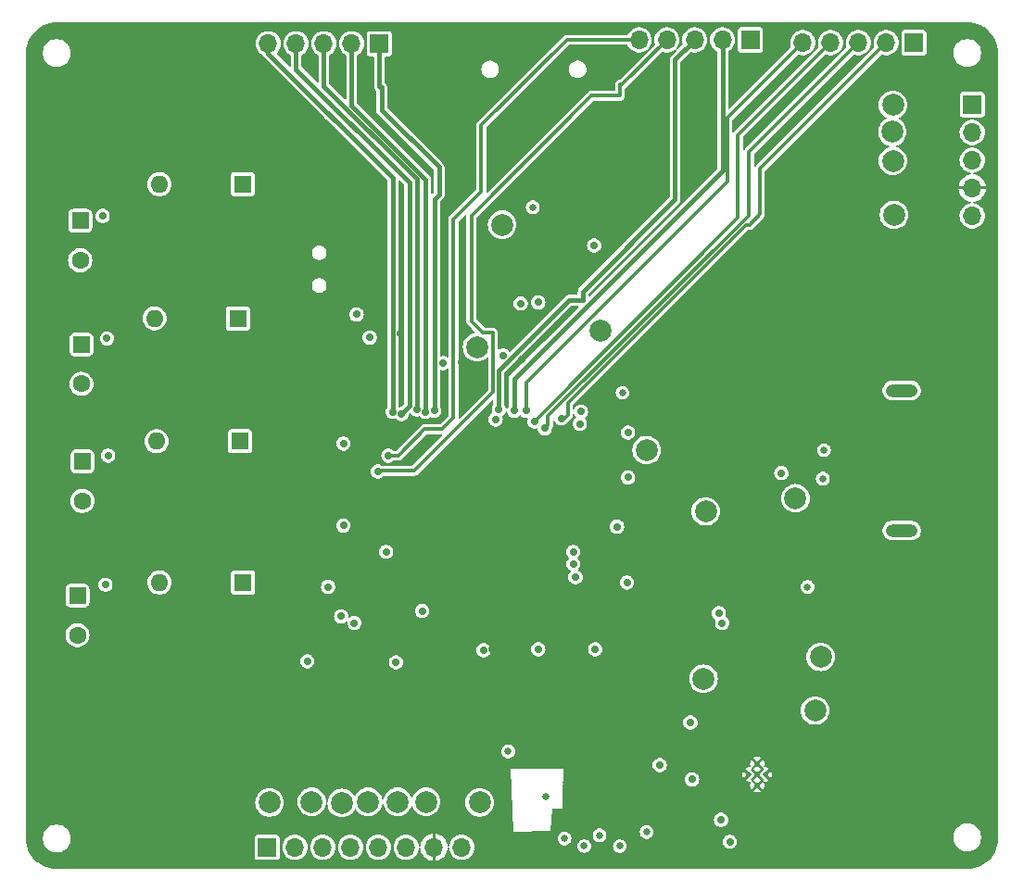
<source format=gbr>
%TF.GenerationSoftware,KiCad,Pcbnew,8.0.8*%
%TF.CreationDate,2025-03-12T15:40:13-04:00*%
%TF.ProjectId,ECE477-SeniorDesign,45434534-3737-42d5-9365-6e696f724465,rev?*%
%TF.SameCoordinates,Original*%
%TF.FileFunction,Copper,L2,Inr*%
%TF.FilePolarity,Positive*%
%FSLAX46Y46*%
G04 Gerber Fmt 4.6, Leading zero omitted, Abs format (unit mm)*
G04 Created by KiCad (PCBNEW 8.0.8) date 2025-03-12 15:40:13*
%MOMM*%
%LPD*%
G01*
G04 APERTURE LIST*
G04 Aperture macros list*
%AMRoundRect*
0 Rectangle with rounded corners*
0 $1 Rounding radius*
0 $2 $3 $4 $5 $6 $7 $8 $9 X,Y pos of 4 corners*
0 Add a 4 corners polygon primitive as box body*
4,1,4,$2,$3,$4,$5,$6,$7,$8,$9,$2,$3,0*
0 Add four circle primitives for the rounded corners*
1,1,$1+$1,$2,$3*
1,1,$1+$1,$4,$5*
1,1,$1+$1,$6,$7*
1,1,$1+$1,$8,$9*
0 Add four rect primitives between the rounded corners*
20,1,$1+$1,$2,$3,$4,$5,0*
20,1,$1+$1,$4,$5,$6,$7,0*
20,1,$1+$1,$6,$7,$8,$9,0*
20,1,$1+$1,$8,$9,$2,$3,0*%
G04 Aperture macros list end*
%TA.AperFunction,ComponentPad*%
%ADD10R,1.700000X1.700000*%
%TD*%
%TA.AperFunction,ComponentPad*%
%ADD11O,1.700000X1.700000*%
%TD*%
%TA.AperFunction,ComponentPad*%
%ADD12RoundRect,0.250000X-0.550000X0.550000X-0.550000X-0.550000X0.550000X-0.550000X0.550000X0.550000X0*%
%TD*%
%TA.AperFunction,ComponentPad*%
%ADD13C,1.600000*%
%TD*%
%TA.AperFunction,ComponentPad*%
%ADD14R,1.600000X1.600000*%
%TD*%
%TA.AperFunction,ComponentPad*%
%ADD15O,1.600000X1.600000*%
%TD*%
%TA.AperFunction,HeatsinkPad*%
%ADD16C,0.500000*%
%TD*%
%TA.AperFunction,HeatsinkPad*%
%ADD17O,2.900000X1.200000*%
%TD*%
%TA.AperFunction,ViaPad*%
%ADD18C,2.000000*%
%TD*%
%TA.AperFunction,ViaPad*%
%ADD19C,0.700000*%
%TD*%
%TA.AperFunction,ViaPad*%
%ADD20C,0.650000*%
%TD*%
%TA.AperFunction,Conductor*%
%ADD21C,0.300000*%
%TD*%
%TA.AperFunction,Conductor*%
%ADD22C,0.400000*%
%TD*%
G04 APERTURE END LIST*
D10*
%TO.N,/MCU/SPI1_NSS*%
%TO.C,EinkDispCon1*%
X134240000Y-120600000D03*
D11*
%TO.N,/MCU/SPI1_SCK*%
X136780000Y-120600000D03*
%TO.N,/MCU/Eink_Busy*%
X139320000Y-120600000D03*
%TO.N,/MCU/SPI1_MOSI*%
X141860000Y-120600000D03*
%TO.N,/MCU/Eink_D{slash}C*%
X144400000Y-120600000D03*
%TO.N,/MCU/Eink_RST*%
X146940000Y-120600000D03*
%TO.N,GND*%
X149480000Y-120600000D03*
%TO.N,+3.3V*%
X152020000Y-120600000D03*
%TD*%
D10*
%TO.N,unconnected-(J3-Pin_1-Pad1)*%
%TO.C,J3*%
X193325000Y-47050000D03*
D11*
%TO.N,SPI2_NSS*%
X190785000Y-47050000D03*
%TO.N,SPI2_SCK*%
X188245000Y-47050000D03*
%TO.N,SPI2_MISO*%
X185705000Y-47050000D03*
%TO.N,SPI2_MOSI*%
X183165000Y-47050000D03*
%TD*%
D10*
%TO.N,Extra_5*%
%TO.C,J2*%
X144490000Y-47150000D03*
D11*
%TO.N,Extra_4*%
X141950000Y-47150000D03*
%TO.N,Extra_3*%
X139410000Y-47150000D03*
%TO.N,Extra_2*%
X136870000Y-47150000D03*
%TO.N,Extra_1*%
X134330000Y-47150000D03*
%TD*%
D10*
%TO.N,SWCLK*%
%TO.C,J1*%
X198650000Y-52720000D03*
D11*
%TO.N,SWDIO*%
X198650000Y-55260000D03*
%TO.N,NRST*%
X198650000Y-57800000D03*
%TO.N,GND*%
X198650000Y-60340000D03*
%TO.N,+3.3V*%
X198650000Y-62880000D03*
%TD*%
D10*
%TO.N,unconnected-(J4-Pin_1-Pad1)*%
%TO.C,J4*%
X178380000Y-46800000D03*
D11*
%TO.N,USART2_TX*%
X175840000Y-46800000D03*
%TO.N,USART2_RX*%
X173300000Y-46800000D03*
%TO.N,I2C4_SCL*%
X170760000Y-46800000D03*
%TO.N,I2C4_SDA*%
X168220000Y-46800000D03*
%TD*%
D12*
%TO.N,+3.3V*%
%TO.C,J12*%
X116900000Y-97600000D03*
D13*
%TO.N,Net-(D7-A)*%
X116900000Y-101200000D03*
%TD*%
D12*
%TO.N,+3.3V*%
%TO.C,J10*%
X117350000Y-85350000D03*
D13*
%TO.N,Net-(D6-A)*%
X117350000Y-88950000D03*
%TD*%
D12*
%TO.N,+3.3V*%
%TO.C,J9*%
X117250000Y-74650000D03*
D13*
%TO.N,Net-(D5-A)*%
X117250000Y-78250000D03*
%TD*%
D12*
%TO.N,+3.3V*%
%TO.C,J5*%
X117150000Y-63350000D03*
D13*
%TO.N,Net-(D4-A)*%
X117150000Y-66950000D03*
%TD*%
D14*
%TO.N,Net-(D4-K)*%
%TO.C,D4*%
X132000000Y-60000000D03*
D15*
%TO.N,Net-(D4-A)*%
X124380000Y-60000000D03*
%TD*%
D16*
%TO.N,GND*%
%TO.C,U5*%
X179000000Y-114925000D03*
X178275000Y-113950000D03*
X179000000Y-113950000D03*
X179725000Y-113950000D03*
X179000000Y-112975000D03*
%TD*%
D14*
%TO.N,Net-(D6-K)*%
%TO.C,D6*%
X131750000Y-83500000D03*
D15*
%TO.N,Net-(D6-A)*%
X124130000Y-83500000D03*
%TD*%
D14*
%TO.N,Net-(D5-K)*%
%TO.C,D5*%
X131560000Y-72250000D03*
D15*
%TO.N,Net-(D5-A)*%
X123940000Y-72250000D03*
%TD*%
D17*
%TO.N,unconnected-(J7-Shield-Pad5)_1*%
%TO.C,J7*%
X192210000Y-91650000D03*
%TO.N,unconnected-(J7-Shield-Pad5)*%
X192210000Y-78850000D03*
%TD*%
D14*
%TO.N,Net-(D7-K)*%
%TO.C,D7*%
X132030499Y-96400000D03*
D15*
%TO.N,Net-(D7-A)*%
X124410499Y-96400000D03*
%TD*%
D18*
%TO.N,+3.3V*%
X153650000Y-116500000D03*
%TO.N,GND*%
X151250000Y-116550000D03*
%TO.N,+3.3V*%
X191500000Y-62800000D03*
%TO.N,GND*%
X191450000Y-60250000D03*
%TO.N,NRST*%
X191400000Y-57850000D03*
%TO.N,SWDIO*%
X191350000Y-55200000D03*
%TO.N,SWCLK*%
X191400000Y-52750000D03*
%TO.N,/MCU/Eink_RST*%
X148750000Y-116450000D03*
D19*
%TO.N,Extra_3*%
X147900000Y-80600000D03*
D18*
%TO.N,/MCU/SPI1_MOSI*%
X143450000Y-116450000D03*
D19*
%TO.N,I2C4_SCL*%
X144350000Y-86250000D03*
D18*
%TO.N,/MCU/SPI1_NSS*%
X134450000Y-116500000D03*
%TO.N,/ExtraPeriphs/SD_MISO*%
X153409620Y-74890380D03*
D19*
X157400000Y-70900000D03*
%TO.N,SWDIO*%
X162800000Y-81900000D03*
D18*
%TO.N,/MCU/USART1_RX*%
X168900000Y-84300000D03*
X174300000Y-89900000D03*
D19*
%TO.N,SWCLK*%
X162900000Y-80782806D03*
%TO.N,/ExtraPeriphs/SD_CS*%
X155100000Y-81500000D03*
D18*
X164700000Y-73400000D03*
D19*
%TO.N,NRST*%
X145100000Y-93600000D03*
X142200000Y-100100000D03*
%TO.N,GND*%
X157500000Y-76000000D03*
X183700000Y-86000000D03*
D20*
X178200000Y-85900000D03*
D18*
X174500000Y-84925900D03*
D19*
X148400000Y-49600000D03*
X144100000Y-95700000D03*
D20*
X144400000Y-103800000D03*
D19*
X177400000Y-101300000D03*
X162300000Y-69700000D03*
X182600000Y-83400000D03*
X132800000Y-67900000D03*
X154300000Y-66100000D03*
X152000000Y-76300000D03*
X182700000Y-80900000D03*
X186000000Y-80100000D03*
D20*
X136900000Y-89800000D03*
D19*
X179600000Y-106800000D03*
X146400000Y-73650000D03*
X139000000Y-100100000D03*
X167500000Y-81100000D03*
X127300000Y-68000000D03*
D20*
X141700000Y-114400000D03*
D19*
X166650000Y-49300000D03*
D18*
X180200000Y-99000000D03*
D20*
X161175000Y-118050000D03*
X158000000Y-112850000D03*
D19*
X178900000Y-116800000D03*
D20*
X161550000Y-117050000D03*
D19*
X132600000Y-78900000D03*
D18*
X188900000Y-102100000D03*
D19*
X154800000Y-102500000D03*
D20*
X161550000Y-115550000D03*
X136400000Y-95900000D03*
X161550000Y-116300000D03*
D19*
X127300000Y-78900000D03*
X149800000Y-102500000D03*
X126500000Y-90600000D03*
X167100000Y-88600000D03*
X165600000Y-78400000D03*
X156100000Y-69400000D03*
D20*
X126200000Y-102400000D03*
D19*
X139700000Y-88300000D03*
X160100000Y-102500000D03*
D20*
X179900000Y-93700000D03*
D19*
X139700000Y-95000000D03*
D20*
X161550000Y-114700000D03*
X160900000Y-112350000D03*
D19*
X127300000Y-89900000D03*
D20*
X138200000Y-99400000D03*
D19*
X173800000Y-93700000D03*
X128869501Y-103025001D03*
D20*
X173200000Y-79800000D03*
D19*
X164000000Y-67400000D03*
X167200000Y-94100000D03*
X182100000Y-120100000D03*
D20*
X161600000Y-113800000D03*
D19*
X164300000Y-115200000D03*
X184200000Y-93200000D03*
D20*
X173200000Y-78200000D03*
D19*
X134269501Y-103125001D03*
X132900000Y-90600000D03*
X161000000Y-62100000D03*
X142300000Y-65500000D03*
X166700000Y-59400000D03*
X126200000Y-67400000D03*
X126200000Y-78700000D03*
D20*
X151350000Y-60850000D03*
D19*
X153850000Y-72000000D03*
%TO.N,USART2_TX*%
X156800000Y-80700000D03*
D18*
%TO.N,/MCU/Eink_Busy*%
X141050000Y-116550000D03*
D20*
%TO.N,V_5V*%
X183600000Y-96800000D03*
D18*
X174100000Y-105200000D03*
D19*
%TO.N,/MCU/SPI1_SCK*%
X148400000Y-99000000D03*
D18*
X138300000Y-116450000D03*
D19*
%TO.N,Extra_1*%
X145700000Y-80800000D03*
D18*
%TO.N,/MCU/Eink_D{slash}C*%
X146150000Y-116450000D03*
D19*
%TO.N,Extra_4*%
X148700000Y-80800000D03*
%TO.N,/LipoPower/Recharge_ST1*%
X167100000Y-96400000D03*
X175500000Y-99200000D03*
%TO.N,Extra_2*%
X146500000Y-81000000D03*
%TO.N,USART2_RX*%
X155400000Y-80600000D03*
%TO.N,+3.3V*%
X143600000Y-74000000D03*
X159000000Y-102500000D03*
D20*
X161400000Y-119800000D03*
D19*
X172900000Y-109200000D03*
X167200000Y-86800000D03*
X141000000Y-99500000D03*
X142400000Y-71900000D03*
X166200000Y-91300000D03*
X176500000Y-120100000D03*
D20*
X166450000Y-120500000D03*
D19*
X139800000Y-96800000D03*
X119200000Y-62900000D03*
X141200000Y-83700000D03*
D20*
X166700000Y-79050000D03*
X158500000Y-62100000D03*
D19*
X164200000Y-102500000D03*
X119600000Y-74100000D03*
X119450000Y-96600000D03*
D20*
X168900000Y-119200000D03*
X164600000Y-119500000D03*
D19*
X154000000Y-102600000D03*
X155800000Y-75650000D03*
X146000000Y-103700000D03*
X119700000Y-84800000D03*
X137900000Y-103600000D03*
X167200000Y-82700000D03*
D20*
X163200000Y-120500000D03*
D19*
X164100000Y-65600000D03*
X141200000Y-91200000D03*
X150300000Y-76350000D03*
%TO.N,I2C4_SDA*%
X145300000Y-84800000D03*
%TO.N,Extra_5*%
X149500000Y-80700000D03*
D18*
%TO.N,V_Batt*%
X184800000Y-103200000D03*
X184300000Y-108100000D03*
D19*
%TO.N,VBUS*%
X175800000Y-100100000D03*
D18*
X182500000Y-88700000D03*
D19*
X181200000Y-86400000D03*
%TO.N,/LipoPower/Monitor_GPOUT*%
X162400000Y-95900000D03*
X170100000Y-113100000D03*
%TO.N,SPI2_NSS*%
X161100000Y-81400000D03*
%TO.N,SPI2_MOSI*%
X157900000Y-80700000D03*
%TO.N,SPI2_MISO*%
X158660000Y-81674386D03*
%TO.N,SPI2_SCK*%
X159600000Y-82300000D03*
%TO.N,/LipoPower/Monitor_SDA*%
X162200000Y-93600000D03*
X173050000Y-114400000D03*
%TO.N,/LipoPower/Monitor_SCL*%
X162197557Y-94700000D03*
X175700000Y-118100000D03*
D20*
%TO.N,/USB-UART/USB_D+*%
X185000000Y-86900000D03*
X185100000Y-84300000D03*
D19*
%TO.N,CS_LLS*%
X159000000Y-70800000D03*
D18*
X155700000Y-63700000D03*
D20*
%TO.N,Net-(U10-PG)*%
X156250000Y-111850000D03*
X159650000Y-116000000D03*
%TD*%
D21*
%TO.N,SPI2_NSS*%
X179250000Y-58585000D02*
X190785000Y-47050000D01*
X179250000Y-62750000D02*
X179250000Y-58585000D01*
%TO.N,SPI2_SCK*%
X178250000Y-57045000D02*
X188245000Y-47050000D01*
X178250000Y-62850000D02*
X178250000Y-57045000D01*
%TO.N,SPI2_MISO*%
X177250000Y-55505000D02*
X185705000Y-47050000D01*
X177250000Y-63084386D02*
X177250000Y-55505000D01*
%TO.N,SPI2_MOSI*%
X176280000Y-59770000D02*
X176280000Y-53935000D01*
X157900000Y-78150000D02*
X176280000Y-59770000D01*
X176280000Y-53935000D02*
X183165000Y-47050000D01*
X157900000Y-80700000D02*
X157900000Y-78150000D01*
D22*
%TO.N,Extra_1*%
X134330000Y-48030000D02*
X134330000Y-47150000D01*
X145700000Y-59400000D02*
X134330000Y-48030000D01*
X145700000Y-80800000D02*
X145700000Y-59400000D01*
%TO.N,Extra_2*%
X147230000Y-59830000D02*
X136870000Y-49470000D01*
X136870000Y-49470000D02*
X136870000Y-47150000D01*
X146500000Y-81000000D02*
X147230000Y-80270000D01*
X147230000Y-80270000D02*
X147230000Y-59830000D01*
%TO.N,Extra_3*%
X147900000Y-59500000D02*
X139410000Y-51010000D01*
X139410000Y-51010000D02*
X139410000Y-47150000D01*
X147900000Y-80600000D02*
X147900000Y-59500000D01*
%TO.N,Extra_4*%
X141950000Y-52840955D02*
X141950000Y-47150000D01*
X148700000Y-59590955D02*
X141950000Y-52840955D01*
X148700000Y-80800000D02*
X148700000Y-59590955D01*
%TO.N,Extra_5*%
X144490000Y-51040000D02*
X144490000Y-47150000D01*
X144700000Y-51250000D02*
X144490000Y-51040000D01*
X144700000Y-51250000D02*
X144700000Y-51150000D01*
X144700000Y-53200000D02*
X144700000Y-51250000D01*
X149930000Y-58430000D02*
X144700000Y-53200000D01*
X149930000Y-60970000D02*
X149930000Y-58430000D01*
X149500000Y-61400000D02*
X149930000Y-60970000D01*
X149500000Y-80700000D02*
X149500000Y-61400000D01*
%TO.N,USART2_TX*%
X175840000Y-58755477D02*
X175840000Y-46800000D01*
X156800000Y-77795477D02*
X175840000Y-58755477D01*
X156800000Y-80700000D02*
X156800000Y-77795477D01*
%TO.N,USART2_RX*%
X171500000Y-48600000D02*
X173300000Y-46800000D01*
X171500000Y-61390955D02*
X171500000Y-48600000D01*
D21*
%TO.N,I2C4_SCL*%
X166660000Y-50900000D02*
X170760000Y-46800000D01*
X166450000Y-50900000D02*
X166660000Y-50900000D01*
%TO.N,I2C4_SDA*%
X161600000Y-46800000D02*
X168220000Y-46800000D01*
X153800000Y-54600000D02*
X161600000Y-46800000D01*
X153800000Y-60650000D02*
X153800000Y-54600000D01*
X151250000Y-63200000D02*
X153800000Y-60650000D01*
X151250000Y-81350000D02*
X151250000Y-63200000D01*
X150200000Y-82400000D02*
X151250000Y-81350000D01*
X148620244Y-82400000D02*
X150200000Y-82400000D01*
X146320244Y-84700000D02*
X148620244Y-82400000D01*
X146300000Y-84700000D02*
X146320244Y-84700000D01*
X146200000Y-84800000D02*
X146300000Y-84700000D01*
X145300000Y-84800000D02*
X146200000Y-84800000D01*
%TO.N,I2C4_SCL*%
X154880000Y-74607135D02*
X154850000Y-74577135D01*
X152900000Y-72550000D02*
X152900000Y-62850000D01*
X154880000Y-78970000D02*
X154880000Y-74607135D01*
X152900000Y-62850000D02*
X163850000Y-51900000D01*
X166450000Y-51900000D02*
X166450000Y-50900000D01*
X147650000Y-86200000D02*
X154880000Y-78970000D01*
X163850000Y-51900000D02*
X166450000Y-51900000D01*
X154850000Y-74577135D02*
X154850000Y-73550000D01*
X144350000Y-86250000D02*
X144400000Y-86200000D01*
X144400000Y-86200000D02*
X147650000Y-86200000D01*
X154850000Y-73550000D02*
X153900000Y-73550000D01*
X153900000Y-73550000D02*
X152900000Y-72550000D01*
D22*
%TO.N,USART2_RX*%
X163050000Y-70600000D02*
X163050000Y-69840955D01*
X161850000Y-70600000D02*
X163050000Y-70600000D01*
X155400000Y-77050000D02*
X161850000Y-70600000D01*
X155400000Y-80600000D02*
X155400000Y-77050000D01*
X163050000Y-69840955D02*
X171500000Y-61390955D01*
D21*
%TO.N,SPI2_NSS*%
X178300000Y-63700000D02*
X179250000Y-62750000D01*
X161400000Y-81400000D02*
X161700000Y-81100000D01*
X161700000Y-81100000D02*
X161700000Y-79951544D01*
X161100000Y-81400000D02*
X161400000Y-81400000D01*
X177951544Y-63700000D02*
X178300000Y-63700000D01*
X161700000Y-79951544D02*
X177951544Y-63700000D01*
%TO.N,SPI2_MISO*%
X158660000Y-81674386D02*
X177250000Y-63084386D01*
%TO.N,SPI2_SCK*%
X159900000Y-81200000D02*
X178250000Y-62850000D01*
X159600000Y-82300000D02*
X159900000Y-82000000D01*
X159900000Y-82000000D02*
X159900000Y-81200000D01*
%TD*%
%TA.AperFunction,Conductor*%
%TO.N,GND*%
G36*
X152427826Y-62763929D02*
G01*
X152449500Y-62816255D01*
X152449500Y-72609311D01*
X152466890Y-72674209D01*
X152466890Y-72674210D01*
X152466891Y-72674210D01*
X152480202Y-72723889D01*
X152480203Y-72723891D01*
X152539508Y-72826610D01*
X152539509Y-72826611D01*
X152539511Y-72826614D01*
X152886200Y-73173303D01*
X153198542Y-73485645D01*
X153220216Y-73537971D01*
X153198542Y-73590297D01*
X153165369Y-73609449D01*
X152963131Y-73663638D01*
X152963124Y-73663640D01*
X152963124Y-73663641D01*
X152793491Y-73742743D01*
X152756880Y-73759815D01*
X152570480Y-73890333D01*
X152409573Y-74051240D01*
X152279055Y-74237640D01*
X152279052Y-74237645D01*
X152279052Y-74237646D01*
X152191163Y-74426123D01*
X152182883Y-74443880D01*
X152182878Y-74443891D01*
X152123985Y-74663683D01*
X152123984Y-74663691D01*
X152104152Y-74890374D01*
X152104152Y-74890385D01*
X152123984Y-75117068D01*
X152123985Y-75117076D01*
X152182878Y-75336868D01*
X152182880Y-75336872D01*
X152182881Y-75336876D01*
X152279052Y-75543114D01*
X152279054Y-75543116D01*
X152279055Y-75543119D01*
X152360473Y-75659397D01*
X152409573Y-75729519D01*
X152570481Y-75890427D01*
X152756886Y-76020948D01*
X152963124Y-76117119D01*
X152963130Y-76117120D01*
X152963131Y-76117121D01*
X153182923Y-76176014D01*
X153182925Y-76176014D01*
X153182928Y-76176015D01*
X153267937Y-76183452D01*
X153409615Y-76195848D01*
X153409620Y-76195848D01*
X153409625Y-76195848D01*
X153535560Y-76184829D01*
X153636312Y-76176015D01*
X153856116Y-76117119D01*
X154062354Y-76020948D01*
X154248759Y-75890427D01*
X154303174Y-75836012D01*
X154355500Y-75814338D01*
X154407826Y-75836012D01*
X154429500Y-75888338D01*
X154429500Y-78752744D01*
X154407826Y-78805070D01*
X151826826Y-81386070D01*
X151774500Y-81407744D01*
X151722174Y-81386070D01*
X151700500Y-81333744D01*
X151700500Y-63417255D01*
X151722174Y-63364929D01*
X152323174Y-62763929D01*
X152375500Y-62742255D01*
X152427826Y-62763929D01*
G37*
%TD.AperFunction*%
%TA.AperFunction,Conductor*%
G36*
X162660837Y-71122174D02*
G01*
X162682511Y-71174500D01*
X162660837Y-71226825D01*
X159487616Y-74400046D01*
X156482278Y-77405384D01*
X156399500Y-77488162D01*
X156333610Y-77602286D01*
X156333606Y-77602295D01*
X156299500Y-77729582D01*
X156299500Y-80256922D01*
X156286401Y-80298959D01*
X156219779Y-80395477D01*
X156182824Y-80492921D01*
X156144003Y-80534161D01*
X156087392Y-80535871D01*
X156046152Y-80497050D01*
X156040173Y-80475604D01*
X156036237Y-80443182D01*
X155980220Y-80295477D01*
X155913599Y-80198959D01*
X155900500Y-80156922D01*
X155900500Y-77287966D01*
X155922174Y-77235640D01*
X162035640Y-71122174D01*
X162087966Y-71100500D01*
X162608511Y-71100500D01*
X162660837Y-71122174D01*
G37*
%TD.AperFunction*%
%TA.AperFunction,Conductor*%
G36*
X146326826Y-59634640D02*
G01*
X146707826Y-60015640D01*
X146729500Y-60067966D01*
X146729500Y-80032034D01*
X146707826Y-80084360D01*
X146463737Y-80328448D01*
X146425076Y-80347275D01*
X146425361Y-80348429D01*
X146421016Y-80349500D01*
X146421015Y-80349500D01*
X146390902Y-80356922D01*
X146292209Y-80381247D01*
X146236217Y-80372725D01*
X146202650Y-80327106D01*
X146200500Y-80309397D01*
X146200500Y-59686966D01*
X146222174Y-59634640D01*
X146274500Y-59612966D01*
X146326826Y-59634640D01*
G37*
%TD.AperFunction*%
%TA.AperFunction,Conductor*%
G36*
X171613343Y-47679022D02*
G01*
X171632578Y-47732293D01*
X171610983Y-47781202D01*
X171192686Y-48199500D01*
X171099500Y-48292685D01*
X171033610Y-48406809D01*
X171033606Y-48406818D01*
X170999500Y-48534105D01*
X170999500Y-61152989D01*
X170977826Y-61205315D01*
X162649500Y-69533640D01*
X162583610Y-69647764D01*
X162583606Y-69647773D01*
X162549500Y-69775060D01*
X162549500Y-70025500D01*
X162527826Y-70077826D01*
X162475500Y-70099500D01*
X161784105Y-70099500D01*
X161656817Y-70133606D01*
X161656812Y-70133608D01*
X161542685Y-70199500D01*
X161542685Y-70199501D01*
X156449739Y-75292445D01*
X156397413Y-75314119D01*
X156345087Y-75292445D01*
X156336512Y-75282155D01*
X156290484Y-75215471D01*
X156269499Y-75196880D01*
X156172240Y-75110717D01*
X156101791Y-75073742D01*
X156032366Y-75037304D01*
X155878987Y-74999500D01*
X155878985Y-74999500D01*
X155721015Y-74999500D01*
X155721012Y-74999500D01*
X155567637Y-75037303D01*
X155567635Y-75037303D01*
X155567635Y-75037304D01*
X155438888Y-75104876D01*
X155382485Y-75110001D01*
X155338976Y-75073742D01*
X155330500Y-75039352D01*
X155330500Y-74547824D01*
X155330499Y-74547823D01*
X155303022Y-74445276D01*
X155300500Y-74426123D01*
X155300500Y-73490689D01*
X155300499Y-73490688D01*
X155269800Y-73376117D01*
X155269798Y-73376112D01*
X155210491Y-73273390D01*
X155210490Y-73273389D01*
X155210489Y-73273387D01*
X155126613Y-73189511D01*
X155126610Y-73189509D01*
X155126609Y-73189508D01*
X155023887Y-73130201D01*
X155023882Y-73130199D01*
X154909311Y-73099500D01*
X154909309Y-73099500D01*
X154117255Y-73099500D01*
X154064929Y-73077826D01*
X153372174Y-72385071D01*
X153350500Y-72332745D01*
X153350500Y-70899996D01*
X156744722Y-70899996D01*
X156744722Y-70900003D01*
X156763761Y-71056808D01*
X156763764Y-71056822D01*
X156819778Y-71204521D01*
X156869969Y-71277235D01*
X156909517Y-71334530D01*
X157027760Y-71439283D01*
X157167635Y-71512696D01*
X157321015Y-71550500D01*
X157321019Y-71550500D01*
X157478981Y-71550500D01*
X157478985Y-71550500D01*
X157632365Y-71512696D01*
X157772240Y-71439283D01*
X157890483Y-71334530D01*
X157980220Y-71204523D01*
X158036237Y-71056818D01*
X158055278Y-70900000D01*
X158043135Y-70799996D01*
X158344722Y-70799996D01*
X158344722Y-70800003D01*
X158363761Y-70956808D01*
X158363764Y-70956822D01*
X158419778Y-71104521D01*
X158504199Y-71226826D01*
X158509517Y-71234530D01*
X158627760Y-71339283D01*
X158767635Y-71412696D01*
X158921015Y-71450500D01*
X158921019Y-71450500D01*
X159078981Y-71450500D01*
X159078985Y-71450500D01*
X159232365Y-71412696D01*
X159372240Y-71339283D01*
X159490483Y-71234530D01*
X159580220Y-71104523D01*
X159636237Y-70956818D01*
X159655278Y-70800000D01*
X159648378Y-70743177D01*
X159636238Y-70643191D01*
X159636237Y-70643182D01*
X159618145Y-70595477D01*
X159580221Y-70495478D01*
X159490483Y-70365470D01*
X159485117Y-70360716D01*
X159372240Y-70260717D01*
X159277203Y-70210837D01*
X159232366Y-70187304D01*
X159078987Y-70149500D01*
X159078985Y-70149500D01*
X158921015Y-70149500D01*
X158921012Y-70149500D01*
X158767633Y-70187304D01*
X158627761Y-70260716D01*
X158509516Y-70365470D01*
X158419779Y-70495478D01*
X158419778Y-70495478D01*
X158363764Y-70643177D01*
X158363761Y-70643191D01*
X158344722Y-70799996D01*
X158043135Y-70799996D01*
X158036238Y-70743191D01*
X158036237Y-70743182D01*
X158028213Y-70722025D01*
X157980221Y-70595478D01*
X157890483Y-70465470D01*
X157772240Y-70360717D01*
X157727362Y-70337163D01*
X157632366Y-70287304D01*
X157478987Y-70249500D01*
X157478985Y-70249500D01*
X157321015Y-70249500D01*
X157321012Y-70249500D01*
X157167633Y-70287304D01*
X157027761Y-70360716D01*
X156909516Y-70465470D01*
X156819779Y-70595478D01*
X156819778Y-70595478D01*
X156763764Y-70743177D01*
X156763761Y-70743191D01*
X156744722Y-70899996D01*
X153350500Y-70899996D01*
X153350500Y-65599996D01*
X163444722Y-65599996D01*
X163444722Y-65600003D01*
X163463761Y-65756808D01*
X163463764Y-65756822D01*
X163519778Y-65904521D01*
X163609516Y-66034529D01*
X163609517Y-66034530D01*
X163727760Y-66139283D01*
X163867635Y-66212696D01*
X164021015Y-66250500D01*
X164021019Y-66250500D01*
X164178981Y-66250500D01*
X164178985Y-66250500D01*
X164332365Y-66212696D01*
X164472240Y-66139283D01*
X164590483Y-66034530D01*
X164680220Y-65904523D01*
X164736237Y-65756818D01*
X164743288Y-65698742D01*
X164755278Y-65600003D01*
X164755278Y-65599996D01*
X164736238Y-65443191D01*
X164736237Y-65443182D01*
X164728213Y-65422025D01*
X164680221Y-65295478D01*
X164590483Y-65165470D01*
X164472240Y-65060717D01*
X164460139Y-65054366D01*
X164332366Y-64987304D01*
X164178987Y-64949500D01*
X164178985Y-64949500D01*
X164021015Y-64949500D01*
X164021012Y-64949500D01*
X163867633Y-64987304D01*
X163727761Y-65060716D01*
X163609516Y-65165470D01*
X163519779Y-65295478D01*
X163519778Y-65295478D01*
X163463764Y-65443177D01*
X163463761Y-65443191D01*
X163444722Y-65599996D01*
X153350500Y-65599996D01*
X153350500Y-63699994D01*
X154394532Y-63699994D01*
X154394532Y-63700005D01*
X154414364Y-63926688D01*
X154414365Y-63926696D01*
X154473258Y-64146488D01*
X154473260Y-64146492D01*
X154473261Y-64146496D01*
X154569432Y-64352734D01*
X154569434Y-64352736D01*
X154569435Y-64352739D01*
X154637888Y-64450500D01*
X154699953Y-64539139D01*
X154860861Y-64700047D01*
X155047266Y-64830568D01*
X155253504Y-64926739D01*
X155253510Y-64926740D01*
X155253511Y-64926741D01*
X155473303Y-64985634D01*
X155473305Y-64985634D01*
X155473308Y-64985635D01*
X155558317Y-64993072D01*
X155699995Y-65005468D01*
X155700000Y-65005468D01*
X155700005Y-65005468D01*
X155825940Y-64994449D01*
X155926692Y-64985635D01*
X156146496Y-64926739D01*
X156352734Y-64830568D01*
X156539139Y-64700047D01*
X156700047Y-64539139D01*
X156830568Y-64352734D01*
X156926739Y-64146496D01*
X156981238Y-63943102D01*
X156985634Y-63926696D01*
X156985634Y-63926695D01*
X156985635Y-63926692D01*
X157005468Y-63700000D01*
X157005468Y-63699994D01*
X156986943Y-63488258D01*
X156985635Y-63473308D01*
X156980122Y-63452734D01*
X156926741Y-63253511D01*
X156926740Y-63253510D01*
X156926739Y-63253504D01*
X156830568Y-63047266D01*
X156816107Y-63026614D01*
X156713445Y-62879996D01*
X156700047Y-62860861D01*
X156539139Y-62699953D01*
X156485503Y-62662397D01*
X156352739Y-62569435D01*
X156352736Y-62569434D01*
X156352734Y-62569432D01*
X156146496Y-62473261D01*
X156146492Y-62473260D01*
X156146488Y-62473258D01*
X155926696Y-62414365D01*
X155926688Y-62414364D01*
X155700005Y-62394532D01*
X155699995Y-62394532D01*
X155473311Y-62414364D01*
X155473303Y-62414365D01*
X155253511Y-62473258D01*
X155253504Y-62473260D01*
X155253504Y-62473261D01*
X155157929Y-62517829D01*
X155047260Y-62569435D01*
X154860860Y-62699953D01*
X154699953Y-62860860D01*
X154569435Y-63047260D01*
X154569432Y-63047265D01*
X154569432Y-63047266D01*
X154476533Y-63246488D01*
X154473263Y-63253500D01*
X154473258Y-63253511D01*
X154414365Y-63473303D01*
X154414364Y-63473311D01*
X154394532Y-63699994D01*
X153350500Y-63699994D01*
X153350500Y-63067255D01*
X153372174Y-63014929D01*
X154287107Y-62099996D01*
X157869906Y-62099996D01*
X157869906Y-62100003D01*
X157888214Y-62250790D01*
X157942078Y-62392818D01*
X157997606Y-62473263D01*
X158028368Y-62517830D01*
X158142066Y-62618557D01*
X158142067Y-62618557D01*
X158142069Y-62618559D01*
X158251730Y-62676113D01*
X158276566Y-62689148D01*
X158424051Y-62725500D01*
X158424055Y-62725500D01*
X158575945Y-62725500D01*
X158575949Y-62725500D01*
X158723434Y-62689148D01*
X158857934Y-62618557D01*
X158971632Y-62517830D01*
X159057921Y-62392819D01*
X159111785Y-62250791D01*
X159130094Y-62100000D01*
X159111785Y-61949209D01*
X159057921Y-61807181D01*
X158971632Y-61682170D01*
X158857934Y-61581443D01*
X158857932Y-61581442D01*
X158857930Y-61581440D01*
X158723437Y-61510853D01*
X158723434Y-61510852D01*
X158575949Y-61474500D01*
X158424051Y-61474500D01*
X158276562Y-61510853D01*
X158142069Y-61581440D01*
X158028367Y-61682170D01*
X157942078Y-61807181D01*
X157888214Y-61949209D01*
X157869906Y-62099996D01*
X154287107Y-62099996D01*
X164014929Y-52372174D01*
X164067255Y-52350500D01*
X166509311Y-52350500D01*
X166509311Y-52350499D01*
X166623886Y-52319799D01*
X166726613Y-52260489D01*
X166810489Y-52176613D01*
X166869799Y-52073886D01*
X166900499Y-51959311D01*
X166900500Y-51959311D01*
X166900500Y-51324063D01*
X166922174Y-51271737D01*
X166932848Y-51263546D01*
X166932767Y-51263441D01*
X166936612Y-51260490D01*
X166936611Y-51260490D01*
X166936614Y-51260489D01*
X170295810Y-47901291D01*
X170348135Y-47879618D01*
X170374865Y-47884614D01*
X170417914Y-47901292D01*
X170443796Y-47911319D01*
X170443802Y-47911321D01*
X170653390Y-47950500D01*
X170866610Y-47950500D01*
X171076198Y-47911321D01*
X171275019Y-47834298D01*
X171456302Y-47722052D01*
X171508804Y-47674189D01*
X171562074Y-47654955D01*
X171613343Y-47679022D01*
G37*
%TD.AperFunction*%
%TA.AperFunction,Conductor*%
G36*
X198221026Y-45200644D02*
G01*
X198526544Y-45219773D01*
X198534735Y-45220748D01*
X198834464Y-45273511D01*
X198842510Y-45275395D01*
X199134506Y-45361252D01*
X199142271Y-45364015D01*
X199422880Y-45481894D01*
X199430285Y-45485504D01*
X199692538Y-45631999D01*
X199695988Y-45633926D01*
X199702966Y-45638352D01*
X199950466Y-45815473D01*
X199956906Y-45820650D01*
X200183098Y-46024245D01*
X200188922Y-46030107D01*
X200391023Y-46257672D01*
X200396156Y-46264148D01*
X200571611Y-46512806D01*
X200575991Y-46519813D01*
X200722635Y-46786493D01*
X200726206Y-46793944D01*
X200842204Y-47075313D01*
X200844922Y-47083117D01*
X200928825Y-47375661D01*
X200930656Y-47383719D01*
X200981419Y-47683786D01*
X200982341Y-47691997D01*
X200999385Y-47996780D01*
X200999500Y-48000912D01*
X200999500Y-119797916D01*
X200999384Y-119802065D01*
X200982129Y-120109303D01*
X200981199Y-120117549D01*
X200930008Y-120418843D01*
X200928162Y-120426934D01*
X200843551Y-120720623D01*
X200840810Y-120728456D01*
X200723852Y-121010817D01*
X200720252Y-121018293D01*
X200572415Y-121285784D01*
X200568000Y-121292811D01*
X200391138Y-121542076D01*
X200385963Y-121548564D01*
X200182313Y-121776446D01*
X200176446Y-121782313D01*
X199948564Y-121985963D01*
X199942076Y-121991138D01*
X199692811Y-122168000D01*
X199685784Y-122172415D01*
X199418293Y-122320252D01*
X199410817Y-122323852D01*
X199128456Y-122440810D01*
X199120623Y-122443551D01*
X198826934Y-122528162D01*
X198818843Y-122530008D01*
X198517549Y-122581199D01*
X198509303Y-122582129D01*
X198214593Y-122598680D01*
X198202084Y-122599383D01*
X198202066Y-122599384D01*
X198197917Y-122599500D01*
X115001850Y-122599500D01*
X114997695Y-122599383D01*
X114690504Y-122582107D01*
X114682258Y-122581178D01*
X114380962Y-122529964D01*
X114372872Y-122528117D01*
X114079203Y-122443491D01*
X114071371Y-122440749D01*
X113789042Y-122323785D01*
X113781566Y-122320185D01*
X113514086Y-122172335D01*
X113507060Y-122167919D01*
X113257827Y-121991060D01*
X113251340Y-121985886D01*
X113023475Y-121782236D01*
X113017608Y-121776369D01*
X112813973Y-121548485D01*
X112808799Y-121541997D01*
X112793184Y-121519988D01*
X112631952Y-121292737D01*
X112627546Y-121285725D01*
X112479720Y-121018237D01*
X112476121Y-121010763D01*
X112396233Y-120817886D01*
X112359168Y-120728399D01*
X112356434Y-120720582D01*
X112271830Y-120426901D01*
X112269989Y-120418837D01*
X112218794Y-120117509D01*
X112217868Y-120109295D01*
X112200616Y-119802065D01*
X112200500Y-119797916D01*
X112200500Y-119700008D01*
X113729500Y-119700008D01*
X113729500Y-119899991D01*
X113760783Y-120097507D01*
X113760786Y-120097520D01*
X113822579Y-120287699D01*
X113822580Y-120287702D01*
X113822581Y-120287703D01*
X113893523Y-120426934D01*
X113913372Y-120465888D01*
X113913372Y-120465889D01*
X113988533Y-120569339D01*
X114030917Y-120627675D01*
X114172325Y-120769083D01*
X114172328Y-120769085D01*
X114172329Y-120769086D01*
X114321436Y-120877419D01*
X114334113Y-120886629D01*
X114512297Y-120977419D01*
X114512300Y-120977420D01*
X114512299Y-120977420D01*
X114702479Y-121039213D01*
X114702485Y-121039214D01*
X114702490Y-121039216D01*
X114834169Y-121060072D01*
X114900008Y-121070500D01*
X114900009Y-121070500D01*
X115099992Y-121070500D01*
X115149370Y-121062679D01*
X115297510Y-121039216D01*
X115297517Y-121039213D01*
X115297520Y-121039213D01*
X115385080Y-121010763D01*
X115487703Y-120977419D01*
X115665887Y-120886629D01*
X115827675Y-120769083D01*
X115969083Y-120627675D01*
X116086629Y-120465887D01*
X116177419Y-120287703D01*
X116215387Y-120170849D01*
X116239213Y-120097520D01*
X116239213Y-120097517D01*
X116239216Y-120097510D01*
X116270500Y-119899991D01*
X116270500Y-119705135D01*
X133089500Y-119705135D01*
X133089500Y-121494863D01*
X133092414Y-121519986D01*
X133092415Y-121519992D01*
X133137794Y-121622765D01*
X133217235Y-121702206D01*
X133320009Y-121747585D01*
X133345135Y-121750500D01*
X135134864Y-121750499D01*
X135159991Y-121747585D01*
X135262765Y-121702206D01*
X135342206Y-121622765D01*
X135387585Y-121519991D01*
X135390500Y-121494865D01*
X135390499Y-120599996D01*
X135624571Y-120599996D01*
X135624571Y-120600003D01*
X135644242Y-120812303D01*
X135644243Y-120812309D01*
X135702593Y-121017383D01*
X135702596Y-121017393D01*
X135797632Y-121208252D01*
X135797634Y-121208255D01*
X135926128Y-121378407D01*
X136083698Y-121522052D01*
X136264981Y-121634298D01*
X136463802Y-121711321D01*
X136673390Y-121750500D01*
X136886610Y-121750500D01*
X137096198Y-121711321D01*
X137295019Y-121634298D01*
X137476302Y-121522052D01*
X137633872Y-121378407D01*
X137762366Y-121208255D01*
X137857405Y-121017389D01*
X137915756Y-120812310D01*
X137917563Y-120792818D01*
X137935429Y-120600003D01*
X137935429Y-120599996D01*
X138164571Y-120599996D01*
X138164571Y-120600003D01*
X138184242Y-120812303D01*
X138184243Y-120812309D01*
X138242593Y-121017383D01*
X138242596Y-121017393D01*
X138337632Y-121208252D01*
X138337634Y-121208255D01*
X138466128Y-121378407D01*
X138623698Y-121522052D01*
X138804981Y-121634298D01*
X139003802Y-121711321D01*
X139213390Y-121750500D01*
X139426610Y-121750500D01*
X139636198Y-121711321D01*
X139835019Y-121634298D01*
X140016302Y-121522052D01*
X140173872Y-121378407D01*
X140302366Y-121208255D01*
X140397405Y-121017389D01*
X140455756Y-120812310D01*
X140457563Y-120792818D01*
X140475429Y-120600003D01*
X140475429Y-120599996D01*
X140704571Y-120599996D01*
X140704571Y-120600003D01*
X140724242Y-120812303D01*
X140724243Y-120812309D01*
X140782593Y-121017383D01*
X140782596Y-121017393D01*
X140877632Y-121208252D01*
X140877634Y-121208255D01*
X141006128Y-121378407D01*
X141163698Y-121522052D01*
X141344981Y-121634298D01*
X141543802Y-121711321D01*
X141753390Y-121750500D01*
X141966610Y-121750500D01*
X142176198Y-121711321D01*
X142375019Y-121634298D01*
X142556302Y-121522052D01*
X142713872Y-121378407D01*
X142842366Y-121208255D01*
X142937405Y-121017389D01*
X142995756Y-120812310D01*
X142997563Y-120792818D01*
X143015429Y-120600003D01*
X143015429Y-120599996D01*
X143244571Y-120599996D01*
X143244571Y-120600003D01*
X143264242Y-120812303D01*
X143264243Y-120812309D01*
X143322593Y-121017383D01*
X143322596Y-121017393D01*
X143417632Y-121208252D01*
X143417634Y-121208255D01*
X143546128Y-121378407D01*
X143703698Y-121522052D01*
X143884981Y-121634298D01*
X144083802Y-121711321D01*
X144293390Y-121750500D01*
X144506610Y-121750500D01*
X144716198Y-121711321D01*
X144915019Y-121634298D01*
X145096302Y-121522052D01*
X145253872Y-121378407D01*
X145382366Y-121208255D01*
X145477405Y-121017389D01*
X145535756Y-120812310D01*
X145537563Y-120792818D01*
X145555429Y-120600003D01*
X145555429Y-120599996D01*
X145784571Y-120599996D01*
X145784571Y-120600003D01*
X145804242Y-120812303D01*
X145804243Y-120812309D01*
X145862593Y-121017383D01*
X145862596Y-121017393D01*
X145957632Y-121208252D01*
X145957634Y-121208255D01*
X146086128Y-121378407D01*
X146243698Y-121522052D01*
X146424981Y-121634298D01*
X146623802Y-121711321D01*
X146833390Y-121750500D01*
X147046610Y-121750500D01*
X147256198Y-121711321D01*
X147455019Y-121634298D01*
X147636302Y-121522052D01*
X147793872Y-121378407D01*
X147922366Y-121208255D01*
X148017405Y-121017389D01*
X148075756Y-120812310D01*
X148079762Y-120769083D01*
X148086390Y-120697551D01*
X148112799Y-120647448D01*
X148166901Y-120630694D01*
X148217004Y-120657103D01*
X148233792Y-120697928D01*
X148244287Y-120817886D01*
X148244288Y-120817893D01*
X148300895Y-121029153D01*
X148393334Y-121227388D01*
X148518785Y-121406551D01*
X148673448Y-121561214D01*
X148852611Y-121686665D01*
X149050846Y-121779104D01*
X149262106Y-121835711D01*
X149262113Y-121835712D01*
X149355000Y-121843838D01*
X149355000Y-121084144D01*
X149414174Y-121100000D01*
X149545826Y-121100000D01*
X149605000Y-121084144D01*
X149605000Y-121843837D01*
X149697886Y-121835712D01*
X149697893Y-121835711D01*
X149909153Y-121779104D01*
X150107388Y-121686665D01*
X150286551Y-121561214D01*
X150441214Y-121406551D01*
X150566665Y-121227388D01*
X150659104Y-121029153D01*
X150715711Y-120817893D01*
X150715712Y-120817886D01*
X150726207Y-120697929D01*
X150752358Y-120647691D01*
X150806374Y-120630660D01*
X150856612Y-120656811D01*
X150873609Y-120697550D01*
X150884242Y-120812303D01*
X150884243Y-120812309D01*
X150942593Y-121017383D01*
X150942596Y-121017393D01*
X151037632Y-121208252D01*
X151037634Y-121208255D01*
X151166128Y-121378407D01*
X151323698Y-121522052D01*
X151504981Y-121634298D01*
X151703802Y-121711321D01*
X151913390Y-121750500D01*
X152126610Y-121750500D01*
X152336198Y-121711321D01*
X152535019Y-121634298D01*
X152716302Y-121522052D01*
X152873872Y-121378407D01*
X153002366Y-121208255D01*
X153097405Y-121017389D01*
X153155756Y-120812310D01*
X153157563Y-120792818D01*
X153175429Y-120600003D01*
X153175429Y-120599996D01*
X153166163Y-120499996D01*
X162569906Y-120499996D01*
X162569906Y-120500003D01*
X162588214Y-120650790D01*
X162642078Y-120792818D01*
X162659382Y-120817886D01*
X162728368Y-120917830D01*
X162842066Y-121018557D01*
X162842067Y-121018557D01*
X162842069Y-121018559D01*
X162881428Y-121039216D01*
X162976566Y-121089148D01*
X163124051Y-121125500D01*
X163124055Y-121125500D01*
X163275945Y-121125500D01*
X163275949Y-121125500D01*
X163423434Y-121089148D01*
X163557934Y-121018557D01*
X163671632Y-120917830D01*
X163757921Y-120792819D01*
X163811785Y-120650791D01*
X163824886Y-120542895D01*
X163830094Y-120500003D01*
X163830094Y-120499996D01*
X165819906Y-120499996D01*
X165819906Y-120500003D01*
X165838214Y-120650790D01*
X165892078Y-120792818D01*
X165909382Y-120817886D01*
X165978368Y-120917830D01*
X166092066Y-121018557D01*
X166092067Y-121018557D01*
X166092069Y-121018559D01*
X166131428Y-121039216D01*
X166226566Y-121089148D01*
X166374051Y-121125500D01*
X166374055Y-121125500D01*
X166525945Y-121125500D01*
X166525949Y-121125500D01*
X166673434Y-121089148D01*
X166807934Y-121018557D01*
X166921632Y-120917830D01*
X167007921Y-120792819D01*
X167061785Y-120650791D01*
X167074886Y-120542895D01*
X167080094Y-120500003D01*
X167080094Y-120499996D01*
X167061785Y-120349209D01*
X167007921Y-120207181D01*
X166933936Y-120099996D01*
X175844722Y-120099996D01*
X175844722Y-120100003D01*
X175863761Y-120256808D01*
X175863764Y-120256822D01*
X175919778Y-120404521D01*
X176009271Y-120534174D01*
X176009517Y-120534530D01*
X176127760Y-120639283D01*
X176267635Y-120712696D01*
X176421015Y-120750500D01*
X176421019Y-120750500D01*
X176578981Y-120750500D01*
X176578985Y-120750500D01*
X176732365Y-120712696D01*
X176872240Y-120639283D01*
X176990483Y-120534530D01*
X177080220Y-120404523D01*
X177136237Y-120256818D01*
X177144629Y-120187703D01*
X177155278Y-120100003D01*
X177155278Y-120099996D01*
X177136238Y-119943191D01*
X177136237Y-119943182D01*
X177119857Y-119899991D01*
X177080221Y-119795478D01*
X176990483Y-119665470D01*
X176973914Y-119650791D01*
X176916591Y-119600008D01*
X196929500Y-119600008D01*
X196929500Y-119799991D01*
X196960783Y-119997507D01*
X196960786Y-119997520D01*
X197022579Y-120187699D01*
X197022580Y-120187702D01*
X197022581Y-120187703D01*
X197104873Y-120349209D01*
X197113372Y-120365888D01*
X197113372Y-120365889D01*
X197212588Y-120502448D01*
X197230917Y-120527675D01*
X197372325Y-120669083D01*
X197372328Y-120669085D01*
X197372329Y-120669086D01*
X197448759Y-120724616D01*
X197534113Y-120786629D01*
X197712297Y-120877419D01*
X197712300Y-120877420D01*
X197712299Y-120877420D01*
X197902479Y-120939213D01*
X197902485Y-120939214D01*
X197902490Y-120939216D01*
X198034169Y-120960072D01*
X198100008Y-120970500D01*
X198100009Y-120970500D01*
X198299992Y-120970500D01*
X198349370Y-120962679D01*
X198497510Y-120939216D01*
X198497517Y-120939213D01*
X198497520Y-120939213D01*
X198659363Y-120886627D01*
X198687703Y-120877419D01*
X198865887Y-120786629D01*
X199027675Y-120669083D01*
X199169083Y-120527675D01*
X199286629Y-120365887D01*
X199377419Y-120187703D01*
X199411159Y-120083860D01*
X199439213Y-119997520D01*
X199439213Y-119997517D01*
X199439216Y-119997510D01*
X199470500Y-119799991D01*
X199470500Y-119600009D01*
X199439216Y-119402490D01*
X199439214Y-119402485D01*
X199439213Y-119402479D01*
X199377420Y-119212300D01*
X199377419Y-119212299D01*
X199377419Y-119212297D01*
X199286629Y-119034113D01*
X199194407Y-118907181D01*
X199169086Y-118872329D01*
X199169085Y-118872328D01*
X199169083Y-118872325D01*
X199027675Y-118730917D01*
X199027672Y-118730914D01*
X199027670Y-118730913D01*
X198865889Y-118613372D01*
X198687699Y-118522579D01*
X198687700Y-118522579D01*
X198497520Y-118460786D01*
X198497507Y-118460783D01*
X198299992Y-118429500D01*
X198299991Y-118429500D01*
X198100009Y-118429500D01*
X198100008Y-118429500D01*
X197902492Y-118460783D01*
X197902479Y-118460786D01*
X197712300Y-118522579D01*
X197534111Y-118613372D01*
X197534110Y-118613372D01*
X197372329Y-118730913D01*
X197230913Y-118872329D01*
X197113372Y-119034110D01*
X197113372Y-119034111D01*
X197022579Y-119212300D01*
X196960786Y-119402479D01*
X196960783Y-119402492D01*
X196929500Y-119600008D01*
X176916591Y-119600008D01*
X176872240Y-119560717D01*
X176860139Y-119554366D01*
X176732366Y-119487304D01*
X176578987Y-119449500D01*
X176578985Y-119449500D01*
X176421015Y-119449500D01*
X176421012Y-119449500D01*
X176267633Y-119487304D01*
X176127761Y-119560716D01*
X176009516Y-119665470D01*
X175919779Y-119795478D01*
X175919778Y-119795478D01*
X175863764Y-119943177D01*
X175863761Y-119943191D01*
X175844722Y-120099996D01*
X166933936Y-120099996D01*
X166921632Y-120082170D01*
X166807934Y-119981443D01*
X166807932Y-119981442D01*
X166807930Y-119981440D01*
X166673437Y-119910853D01*
X166673434Y-119910852D01*
X166525949Y-119874500D01*
X166374051Y-119874500D01*
X166226562Y-119910853D01*
X166092069Y-119981440D01*
X165978367Y-120082170D01*
X165892078Y-120207181D01*
X165838214Y-120349209D01*
X165819906Y-120499996D01*
X163830094Y-120499996D01*
X163811785Y-120349209D01*
X163757921Y-120207181D01*
X163671632Y-120082170D01*
X163557934Y-119981443D01*
X163557932Y-119981442D01*
X163557930Y-119981440D01*
X163423437Y-119910853D01*
X163423434Y-119910852D01*
X163275949Y-119874500D01*
X163124051Y-119874500D01*
X162976562Y-119910853D01*
X162842069Y-119981440D01*
X162728367Y-120082170D01*
X162642078Y-120207181D01*
X162588214Y-120349209D01*
X162569906Y-120499996D01*
X153166163Y-120499996D01*
X153155757Y-120387696D01*
X153155756Y-120387690D01*
X153136086Y-120318559D01*
X153097405Y-120182611D01*
X153091548Y-120170849D01*
X153002367Y-119991747D01*
X153002363Y-119991741D01*
X152965699Y-119943191D01*
X152873872Y-119821593D01*
X152850181Y-119799996D01*
X160769906Y-119799996D01*
X160769906Y-119800003D01*
X160788214Y-119950790D01*
X160842078Y-120092818D01*
X160921018Y-120207181D01*
X160928368Y-120217830D01*
X161042066Y-120318557D01*
X161042067Y-120318557D01*
X161042069Y-120318559D01*
X161163162Y-120382113D01*
X161176566Y-120389148D01*
X161324051Y-120425500D01*
X161324055Y-120425500D01*
X161475945Y-120425500D01*
X161475949Y-120425500D01*
X161623434Y-120389148D01*
X161757934Y-120318557D01*
X161871632Y-120217830D01*
X161957921Y-120092819D01*
X162011785Y-119950791D01*
X162027473Y-119821590D01*
X162030094Y-119800003D01*
X162030094Y-119799996D01*
X162011785Y-119649209D01*
X161957921Y-119507181D01*
X161952962Y-119499996D01*
X163969906Y-119499996D01*
X163969906Y-119500003D01*
X163988214Y-119650790D01*
X164042078Y-119792818D01*
X164116055Y-119899991D01*
X164128368Y-119917830D01*
X164242066Y-120018557D01*
X164242067Y-120018557D01*
X164242069Y-120018559D01*
X164376562Y-120089146D01*
X164376566Y-120089148D01*
X164524051Y-120125500D01*
X164524055Y-120125500D01*
X164675945Y-120125500D01*
X164675949Y-120125500D01*
X164823434Y-120089148D01*
X164957934Y-120018557D01*
X165071632Y-119917830D01*
X165157921Y-119792819D01*
X165211785Y-119650791D01*
X165222116Y-119565705D01*
X165230094Y-119500003D01*
X165230094Y-119499996D01*
X165211785Y-119349209D01*
X165157921Y-119207181D01*
X165152962Y-119199996D01*
X168269906Y-119199996D01*
X168269906Y-119200003D01*
X168288214Y-119350790D01*
X168342078Y-119492818D01*
X168400347Y-119577234D01*
X168428368Y-119617830D01*
X168542066Y-119718557D01*
X168542067Y-119718557D01*
X168542069Y-119718559D01*
X168676562Y-119789146D01*
X168676566Y-119789148D01*
X168824051Y-119825500D01*
X168824055Y-119825500D01*
X168975945Y-119825500D01*
X168975949Y-119825500D01*
X169123434Y-119789148D01*
X169257934Y-119718557D01*
X169371632Y-119617830D01*
X169457921Y-119492819D01*
X169511785Y-119350791D01*
X169528601Y-119212297D01*
X169530094Y-119200003D01*
X169530094Y-119199996D01*
X169511785Y-119049209D01*
X169457921Y-118907181D01*
X169371632Y-118782170D01*
X169335884Y-118750500D01*
X169257934Y-118681443D01*
X169257932Y-118681442D01*
X169257930Y-118681440D01*
X169123437Y-118610853D01*
X169123434Y-118610852D01*
X168975949Y-118574500D01*
X168824051Y-118574500D01*
X168676562Y-118610853D01*
X168542069Y-118681440D01*
X168428367Y-118782170D01*
X168342078Y-118907181D01*
X168288214Y-119049209D01*
X168269906Y-119199996D01*
X165152962Y-119199996D01*
X165071632Y-119082170D01*
X165034426Y-119049209D01*
X164957934Y-118981443D01*
X164957932Y-118981442D01*
X164957930Y-118981440D01*
X164823437Y-118910853D01*
X164823434Y-118910852D01*
X164675949Y-118874500D01*
X164524051Y-118874500D01*
X164376562Y-118910853D01*
X164242069Y-118981440D01*
X164128367Y-119082170D01*
X164042078Y-119207181D01*
X163988214Y-119349209D01*
X163969906Y-119499996D01*
X161952962Y-119499996D01*
X161871632Y-119382170D01*
X161842274Y-119356161D01*
X161757934Y-119281443D01*
X161757932Y-119281442D01*
X161757930Y-119281440D01*
X161623437Y-119210853D01*
X161623434Y-119210852D01*
X161475949Y-119174500D01*
X161324051Y-119174500D01*
X161176562Y-119210853D01*
X161042069Y-119281440D01*
X160928367Y-119382170D01*
X160842078Y-119507181D01*
X160788214Y-119649209D01*
X160769906Y-119799996D01*
X152850181Y-119799996D01*
X152832094Y-119783507D01*
X152716302Y-119677948D01*
X152696149Y-119665470D01*
X152619208Y-119617830D01*
X152535019Y-119565702D01*
X152336198Y-119488679D01*
X152244150Y-119471472D01*
X152126613Y-119449500D01*
X152126610Y-119449500D01*
X151913390Y-119449500D01*
X151913386Y-119449500D01*
X151756670Y-119478796D01*
X151703802Y-119488679D01*
X151703800Y-119488679D01*
X151703798Y-119488680D01*
X151517851Y-119560716D01*
X151504981Y-119565702D01*
X151504976Y-119565704D01*
X151504976Y-119565705D01*
X151323700Y-119677946D01*
X151166130Y-119821590D01*
X151037636Y-119991741D01*
X151037632Y-119991747D01*
X150942596Y-120182606D01*
X150942593Y-120182616D01*
X150884243Y-120387690D01*
X150884242Y-120387696D01*
X150873609Y-120502449D01*
X150847199Y-120552552D01*
X150793097Y-120569305D01*
X150742994Y-120542895D01*
X150726207Y-120502070D01*
X150715712Y-120382113D01*
X150715711Y-120382106D01*
X150659105Y-120170849D01*
X150659100Y-120170838D01*
X150566665Y-119972612D01*
X150441212Y-119793445D01*
X150286551Y-119638785D01*
X150286552Y-119638785D01*
X150107388Y-119513334D01*
X149909153Y-119420895D01*
X149697893Y-119364288D01*
X149697885Y-119364287D01*
X149605000Y-119356160D01*
X149605000Y-120115855D01*
X149545826Y-120100000D01*
X149414174Y-120100000D01*
X149355000Y-120115855D01*
X149355000Y-119356161D01*
X149354999Y-119356160D01*
X149262114Y-119364287D01*
X149262106Y-119364288D01*
X149050849Y-119420894D01*
X149050838Y-119420899D01*
X148852612Y-119513334D01*
X148673445Y-119638787D01*
X148518787Y-119793445D01*
X148393334Y-119972612D01*
X148300899Y-120170838D01*
X148300894Y-120170849D01*
X148244288Y-120382106D01*
X148244287Y-120382113D01*
X148233792Y-120502071D01*
X148207640Y-120552308D01*
X148153624Y-120569339D01*
X148103387Y-120543187D01*
X148086390Y-120502448D01*
X148075757Y-120387697D01*
X148075756Y-120387690D01*
X148056086Y-120318559D01*
X148017405Y-120182611D01*
X148011548Y-120170849D01*
X147922367Y-119991747D01*
X147922363Y-119991741D01*
X147885699Y-119943191D01*
X147793872Y-119821593D01*
X147770181Y-119799996D01*
X147752094Y-119783507D01*
X147636302Y-119677948D01*
X147616149Y-119665470D01*
X147539208Y-119617830D01*
X147455019Y-119565702D01*
X147256198Y-119488679D01*
X147164150Y-119471472D01*
X147046613Y-119449500D01*
X147046610Y-119449500D01*
X146833390Y-119449500D01*
X146833386Y-119449500D01*
X146676670Y-119478796D01*
X146623802Y-119488679D01*
X146623800Y-119488679D01*
X146623798Y-119488680D01*
X146437851Y-119560716D01*
X146424981Y-119565702D01*
X146424976Y-119565704D01*
X146424976Y-119565705D01*
X146243700Y-119677946D01*
X146086130Y-119821590D01*
X145957636Y-119991741D01*
X145957632Y-119991747D01*
X145862596Y-120182606D01*
X145862593Y-120182616D01*
X145804243Y-120387690D01*
X145804242Y-120387696D01*
X145784571Y-120599996D01*
X145555429Y-120599996D01*
X145535757Y-120387696D01*
X145535756Y-120387690D01*
X145516086Y-120318559D01*
X145477405Y-120182611D01*
X145471548Y-120170849D01*
X145382367Y-119991747D01*
X145382363Y-119991741D01*
X145345699Y-119943191D01*
X145253872Y-119821593D01*
X145230181Y-119799996D01*
X145212094Y-119783507D01*
X145096302Y-119677948D01*
X145076149Y-119665470D01*
X144999208Y-119617830D01*
X144915019Y-119565702D01*
X144716198Y-119488679D01*
X144624150Y-119471472D01*
X144506613Y-119449500D01*
X144506610Y-119449500D01*
X144293390Y-119449500D01*
X144293386Y-119449500D01*
X144136670Y-119478796D01*
X144083802Y-119488679D01*
X144083800Y-119488679D01*
X144083798Y-119488680D01*
X143897851Y-119560716D01*
X143884981Y-119565702D01*
X143884976Y-119565704D01*
X143884976Y-119565705D01*
X143703700Y-119677946D01*
X143546130Y-119821590D01*
X143417636Y-119991741D01*
X143417632Y-119991747D01*
X143322596Y-120182606D01*
X143322593Y-120182616D01*
X143264243Y-120387690D01*
X143264242Y-120387696D01*
X143244571Y-120599996D01*
X143015429Y-120599996D01*
X142995757Y-120387696D01*
X142995756Y-120387690D01*
X142976086Y-120318559D01*
X142937405Y-120182611D01*
X142931548Y-120170849D01*
X142842367Y-119991747D01*
X142842363Y-119991741D01*
X142805699Y-119943191D01*
X142713872Y-119821593D01*
X142690181Y-119799996D01*
X142672094Y-119783507D01*
X142556302Y-119677948D01*
X142536149Y-119665470D01*
X142459208Y-119617830D01*
X142375019Y-119565702D01*
X142176198Y-119488679D01*
X142084150Y-119471472D01*
X141966613Y-119449500D01*
X141966610Y-119449500D01*
X141753390Y-119449500D01*
X141753386Y-119449500D01*
X141596670Y-119478796D01*
X141543802Y-119488679D01*
X141543800Y-119488679D01*
X141543798Y-119488680D01*
X141357851Y-119560716D01*
X141344981Y-119565702D01*
X141344976Y-119565704D01*
X141344976Y-119565705D01*
X141163700Y-119677946D01*
X141006130Y-119821590D01*
X140877636Y-119991741D01*
X140877632Y-119991747D01*
X140782596Y-120182606D01*
X140782593Y-120182616D01*
X140724243Y-120387690D01*
X140724242Y-120387696D01*
X140704571Y-120599996D01*
X140475429Y-120599996D01*
X140455757Y-120387696D01*
X140455756Y-120387690D01*
X140436086Y-120318559D01*
X140397405Y-120182611D01*
X140391548Y-120170849D01*
X140302367Y-119991747D01*
X140302363Y-119991741D01*
X140265699Y-119943191D01*
X140173872Y-119821593D01*
X140150181Y-119799996D01*
X140132094Y-119783507D01*
X140016302Y-119677948D01*
X139996149Y-119665470D01*
X139919208Y-119617830D01*
X139835019Y-119565702D01*
X139636198Y-119488679D01*
X139544150Y-119471472D01*
X139426613Y-119449500D01*
X139426610Y-119449500D01*
X139213390Y-119449500D01*
X139213386Y-119449500D01*
X139056670Y-119478796D01*
X139003802Y-119488679D01*
X139003800Y-119488679D01*
X139003798Y-119488680D01*
X138817851Y-119560716D01*
X138804981Y-119565702D01*
X138804976Y-119565704D01*
X138804976Y-119565705D01*
X138623700Y-119677946D01*
X138466130Y-119821590D01*
X138337636Y-119991741D01*
X138337632Y-119991747D01*
X138242596Y-120182606D01*
X138242593Y-120182616D01*
X138184243Y-120387690D01*
X138184242Y-120387696D01*
X138164571Y-120599996D01*
X137935429Y-120599996D01*
X137915757Y-120387696D01*
X137915756Y-120387690D01*
X137896086Y-120318559D01*
X137857405Y-120182611D01*
X137851548Y-120170849D01*
X137762367Y-119991747D01*
X137762363Y-119991741D01*
X137725699Y-119943191D01*
X137633872Y-119821593D01*
X137610181Y-119799996D01*
X137592094Y-119783507D01*
X137476302Y-119677948D01*
X137456149Y-119665470D01*
X137379208Y-119617830D01*
X137295019Y-119565702D01*
X137096198Y-119488679D01*
X137004150Y-119471472D01*
X136886613Y-119449500D01*
X136886610Y-119449500D01*
X136673390Y-119449500D01*
X136673386Y-119449500D01*
X136516670Y-119478796D01*
X136463802Y-119488679D01*
X136463800Y-119488679D01*
X136463798Y-119488680D01*
X136277851Y-119560716D01*
X136264981Y-119565702D01*
X136264976Y-119565704D01*
X136264976Y-119565705D01*
X136083700Y-119677946D01*
X135926130Y-119821590D01*
X135797636Y-119991741D01*
X135797632Y-119991747D01*
X135702596Y-120182606D01*
X135702593Y-120182616D01*
X135644243Y-120387690D01*
X135644242Y-120387696D01*
X135624571Y-120599996D01*
X135390499Y-120599996D01*
X135390499Y-119705136D01*
X135387585Y-119680009D01*
X135342206Y-119577235D01*
X135262765Y-119497794D01*
X135159991Y-119452415D01*
X135159990Y-119452414D01*
X135159988Y-119452414D01*
X135138659Y-119449940D01*
X135134865Y-119449500D01*
X135134864Y-119449500D01*
X133345136Y-119449500D01*
X133320013Y-119452414D01*
X133320007Y-119452415D01*
X133217234Y-119497794D01*
X133137794Y-119577234D01*
X133092414Y-119680011D01*
X133089500Y-119705135D01*
X116270500Y-119705135D01*
X116270500Y-119700009D01*
X116262704Y-119650790D01*
X116257484Y-119617829D01*
X116239216Y-119502490D01*
X116239214Y-119502485D01*
X116239213Y-119502479D01*
X116177420Y-119312300D01*
X116177419Y-119312299D01*
X116177419Y-119312297D01*
X116086629Y-119134113D01*
X116061844Y-119100000D01*
X115969086Y-118972329D01*
X115969085Y-118972328D01*
X115969083Y-118972325D01*
X115827675Y-118830917D01*
X115827672Y-118830914D01*
X115827670Y-118830913D01*
X115665889Y-118713372D01*
X115487699Y-118622579D01*
X115487700Y-118622579D01*
X115297520Y-118560786D01*
X115297507Y-118560783D01*
X115099992Y-118529500D01*
X115099991Y-118529500D01*
X114900009Y-118529500D01*
X114900008Y-118529500D01*
X114702492Y-118560783D01*
X114702479Y-118560786D01*
X114512300Y-118622579D01*
X114334111Y-118713372D01*
X114334110Y-118713372D01*
X114172329Y-118830913D01*
X114030913Y-118972329D01*
X113913372Y-119134110D01*
X113913372Y-119134111D01*
X113822579Y-119312300D01*
X113760786Y-119502479D01*
X113760783Y-119502492D01*
X113729500Y-119700008D01*
X112200500Y-119700008D01*
X112200500Y-116499994D01*
X133144532Y-116499994D01*
X133144532Y-116500005D01*
X133164364Y-116726688D01*
X133164365Y-116726696D01*
X133223258Y-116946488D01*
X133223260Y-116946492D01*
X133223261Y-116946496D01*
X133319432Y-117152734D01*
X133319434Y-117152736D01*
X133319435Y-117152739D01*
X133414940Y-117289135D01*
X133449953Y-117339139D01*
X133610861Y-117500047D01*
X133797266Y-117630568D01*
X134003504Y-117726739D01*
X134003510Y-117726740D01*
X134003511Y-117726741D01*
X134223303Y-117785634D01*
X134223305Y-117785634D01*
X134223308Y-117785635D01*
X134308317Y-117793072D01*
X134449995Y-117805468D01*
X134450000Y-117805468D01*
X134450005Y-117805468D01*
X134575940Y-117794449D01*
X134676692Y-117785635D01*
X134709893Y-117776739D01*
X134789277Y-117755468D01*
X134896496Y-117726739D01*
X135102734Y-117630568D01*
X135289139Y-117500047D01*
X135450047Y-117339139D01*
X135580568Y-117152734D01*
X135676739Y-116946496D01*
X135735635Y-116726692D01*
X135751282Y-116547850D01*
X135755468Y-116500005D01*
X135755468Y-116499994D01*
X135751093Y-116449994D01*
X136994532Y-116449994D01*
X136994532Y-116450005D01*
X137014364Y-116676688D01*
X137014365Y-116676696D01*
X137073258Y-116896488D01*
X137073260Y-116896492D01*
X137073261Y-116896496D01*
X137169432Y-117102734D01*
X137169434Y-117102736D01*
X137169435Y-117102739D01*
X137299953Y-117289139D01*
X137460860Y-117450046D01*
X137618915Y-117560717D01*
X137647266Y-117580568D01*
X137853504Y-117676739D01*
X137853510Y-117676740D01*
X137853511Y-117676741D01*
X138073303Y-117735634D01*
X138073305Y-117735634D01*
X138073308Y-117735635D01*
X138158317Y-117743072D01*
X138299995Y-117755468D01*
X138300000Y-117755468D01*
X138300005Y-117755468D01*
X138425940Y-117744449D01*
X138526692Y-117735635D01*
X138559893Y-117726739D01*
X138599960Y-117716003D01*
X138746496Y-117676739D01*
X138952734Y-117580568D01*
X139139139Y-117450047D01*
X139300047Y-117289139D01*
X139430568Y-117102734D01*
X139526739Y-116896496D01*
X139585635Y-116676692D01*
X139596907Y-116547850D01*
X139619758Y-116503952D01*
X139721970Y-116503952D01*
X139727312Y-116506733D01*
X139744343Y-116547850D01*
X139764364Y-116776689D01*
X139764365Y-116776696D01*
X139823258Y-116996488D01*
X139823260Y-116996492D01*
X139823261Y-116996496D01*
X139919432Y-117202734D01*
X139919434Y-117202736D01*
X139919435Y-117202739D01*
X139979930Y-117289135D01*
X140049953Y-117389139D01*
X140210861Y-117550047D01*
X140254444Y-117580564D01*
X140391797Y-117676739D01*
X140397266Y-117680568D01*
X140603504Y-117776739D01*
X140603510Y-117776740D01*
X140603511Y-117776741D01*
X140823303Y-117835634D01*
X140823305Y-117835634D01*
X140823308Y-117835635D01*
X140908317Y-117843072D01*
X141049995Y-117855468D01*
X141050000Y-117855468D01*
X141050005Y-117855468D01*
X141175940Y-117844449D01*
X141276692Y-117835635D01*
X141496496Y-117776739D01*
X141702734Y-117680568D01*
X141889139Y-117550047D01*
X142050047Y-117389139D01*
X142180568Y-117202734D01*
X142209900Y-117139829D01*
X142251657Y-117101566D01*
X142308240Y-117104036D01*
X142337584Y-117128659D01*
X142449950Y-117289135D01*
X142449952Y-117289138D01*
X142610860Y-117450046D01*
X142768915Y-117560717D01*
X142797266Y-117580568D01*
X143003504Y-117676739D01*
X143003510Y-117676740D01*
X143003511Y-117676741D01*
X143223303Y-117735634D01*
X143223305Y-117735634D01*
X143223308Y-117735635D01*
X143308317Y-117743072D01*
X143449995Y-117755468D01*
X143450000Y-117755468D01*
X143450005Y-117755468D01*
X143575940Y-117744449D01*
X143676692Y-117735635D01*
X143709893Y-117726739D01*
X143749960Y-117716003D01*
X143896496Y-117676739D01*
X144102734Y-117580568D01*
X144289139Y-117450047D01*
X144450047Y-117289139D01*
X144580568Y-117102734D01*
X144676739Y-116896496D01*
X144728522Y-116703240D01*
X144763000Y-116658307D01*
X144819153Y-116650915D01*
X144864086Y-116685393D01*
X144871478Y-116703240D01*
X144923258Y-116896488D01*
X144923260Y-116896492D01*
X144923261Y-116896496D01*
X145019432Y-117102734D01*
X145019434Y-117102736D01*
X145019435Y-117102739D01*
X145149953Y-117289139D01*
X145310860Y-117450046D01*
X145468915Y-117560717D01*
X145497266Y-117580568D01*
X145703504Y-117676739D01*
X145703510Y-117676740D01*
X145703511Y-117676741D01*
X145923303Y-117735634D01*
X145923305Y-117735634D01*
X145923308Y-117735635D01*
X146008317Y-117743072D01*
X146149995Y-117755468D01*
X146150000Y-117755468D01*
X146150005Y-117755468D01*
X146275940Y-117744449D01*
X146376692Y-117735635D01*
X146409893Y-117726739D01*
X146449960Y-117716003D01*
X146596496Y-117676739D01*
X146802734Y-117580568D01*
X146989139Y-117450047D01*
X147150047Y-117289139D01*
X147280568Y-117102734D01*
X147376739Y-116896496D01*
X147378522Y-116889841D01*
X147412999Y-116844909D01*
X147469151Y-116837515D01*
X147514085Y-116871993D01*
X147521477Y-116889838D01*
X147523261Y-116896496D01*
X147619432Y-117102734D01*
X147619434Y-117102736D01*
X147619435Y-117102739D01*
X147749953Y-117289139D01*
X147910860Y-117450046D01*
X148068915Y-117560717D01*
X148097266Y-117580568D01*
X148303504Y-117676739D01*
X148303510Y-117676740D01*
X148303511Y-117676741D01*
X148523303Y-117735634D01*
X148523305Y-117735634D01*
X148523308Y-117735635D01*
X148608317Y-117743072D01*
X148749995Y-117755468D01*
X148750000Y-117755468D01*
X148750005Y-117755468D01*
X148875940Y-117744449D01*
X148976692Y-117735635D01*
X149009893Y-117726739D01*
X149049960Y-117716003D01*
X149196496Y-117676739D01*
X149402734Y-117580568D01*
X149589139Y-117450047D01*
X149750047Y-117289139D01*
X149880568Y-117102734D01*
X149976739Y-116896496D01*
X150035635Y-116676692D01*
X150051094Y-116499994D01*
X152344532Y-116499994D01*
X152344532Y-116500005D01*
X152364364Y-116726688D01*
X152364365Y-116726696D01*
X152423258Y-116946488D01*
X152423260Y-116946492D01*
X152423261Y-116946496D01*
X152519432Y-117152734D01*
X152519434Y-117152736D01*
X152519435Y-117152739D01*
X152614940Y-117289135D01*
X152649953Y-117339139D01*
X152810861Y-117500047D01*
X152997266Y-117630568D01*
X153203504Y-117726739D01*
X153203510Y-117726740D01*
X153203511Y-117726741D01*
X153423303Y-117785634D01*
X153423305Y-117785634D01*
X153423308Y-117785635D01*
X153508317Y-117793072D01*
X153649995Y-117805468D01*
X153650000Y-117805468D01*
X153650005Y-117805468D01*
X153775940Y-117794449D01*
X153876692Y-117785635D01*
X153909893Y-117776739D01*
X153989277Y-117755468D01*
X154096496Y-117726739D01*
X154302734Y-117630568D01*
X154489139Y-117500047D01*
X154650047Y-117339139D01*
X154780568Y-117152734D01*
X154876739Y-116946496D01*
X154935635Y-116726692D01*
X154951282Y-116547850D01*
X154955468Y-116500005D01*
X154955468Y-116499994D01*
X154935635Y-116273311D01*
X154935634Y-116273303D01*
X154876741Y-116053511D01*
X154876740Y-116053510D01*
X154876739Y-116053504D01*
X154780568Y-115847266D01*
X154650047Y-115660861D01*
X154489139Y-115499953D01*
X154417731Y-115449953D01*
X154302739Y-115369435D01*
X154302736Y-115369434D01*
X154302734Y-115369432D01*
X154096496Y-115273261D01*
X154096492Y-115273260D01*
X154096488Y-115273258D01*
X153876696Y-115214365D01*
X153876688Y-115214364D01*
X153650005Y-115194532D01*
X153649995Y-115194532D01*
X153423311Y-115214364D01*
X153423303Y-115214365D01*
X153203511Y-115273258D01*
X153203504Y-115273260D01*
X153203504Y-115273261D01*
X153096280Y-115323261D01*
X152997260Y-115369435D01*
X152810860Y-115499953D01*
X152649953Y-115660860D01*
X152519435Y-115847260D01*
X152519432Y-115847265D01*
X152519432Y-115847266D01*
X152423263Y-116053500D01*
X152423258Y-116053511D01*
X152364365Y-116273303D01*
X152364364Y-116273311D01*
X152344532Y-116499994D01*
X150051094Y-116499994D01*
X150055468Y-116450005D01*
X150055468Y-116449994D01*
X150035635Y-116223311D01*
X150035634Y-116223303D01*
X149976741Y-116003511D01*
X149976740Y-116003510D01*
X149976739Y-116003504D01*
X149880568Y-115797266D01*
X149750047Y-115610861D01*
X149589139Y-115449953D01*
X149402739Y-115319435D01*
X149402736Y-115319434D01*
X149402734Y-115319432D01*
X149196496Y-115223261D01*
X149196492Y-115223260D01*
X149196488Y-115223258D01*
X148976696Y-115164365D01*
X148976688Y-115164364D01*
X148750005Y-115144532D01*
X148749995Y-115144532D01*
X148523311Y-115164364D01*
X148523303Y-115164365D01*
X148303511Y-115223258D01*
X148303504Y-115223260D01*
X148303504Y-115223261D01*
X148196280Y-115273261D01*
X148097260Y-115319435D01*
X147910860Y-115449953D01*
X147749953Y-115610860D01*
X147619435Y-115797260D01*
X147619434Y-115797263D01*
X147619432Y-115797266D01*
X147572804Y-115897260D01*
X147523263Y-116003500D01*
X147523258Y-116003511D01*
X147521478Y-116010158D01*
X147487000Y-116055091D01*
X147430847Y-116062483D01*
X147385914Y-116028005D01*
X147378522Y-116010158D01*
X147376741Y-116003511D01*
X147376740Y-116003510D01*
X147376739Y-116003504D01*
X147280568Y-115797266D01*
X147150047Y-115610861D01*
X146989139Y-115449953D01*
X146802739Y-115319435D01*
X146802736Y-115319434D01*
X146802734Y-115319432D01*
X146596496Y-115223261D01*
X146596492Y-115223260D01*
X146596488Y-115223258D01*
X146376696Y-115164365D01*
X146376688Y-115164364D01*
X146150005Y-115144532D01*
X146149995Y-115144532D01*
X145923311Y-115164364D01*
X145923303Y-115164365D01*
X145703511Y-115223258D01*
X145703504Y-115223260D01*
X145703504Y-115223261D01*
X145596280Y-115273261D01*
X145497260Y-115319435D01*
X145310860Y-115449953D01*
X145149953Y-115610860D01*
X145019435Y-115797260D01*
X145019434Y-115797263D01*
X145019432Y-115797266D01*
X144972804Y-115897260D01*
X144923263Y-116003500D01*
X144923258Y-116003511D01*
X144871478Y-116196759D01*
X144837000Y-116241692D01*
X144780847Y-116249084D01*
X144735914Y-116214606D01*
X144728522Y-116196759D01*
X144676741Y-116003511D01*
X144676740Y-116003510D01*
X144676739Y-116003504D01*
X144580568Y-115797266D01*
X144450047Y-115610861D01*
X144289139Y-115449953D01*
X144102739Y-115319435D01*
X144102736Y-115319434D01*
X144102734Y-115319432D01*
X143896496Y-115223261D01*
X143896492Y-115223260D01*
X143896488Y-115223258D01*
X143676696Y-115164365D01*
X143676688Y-115164364D01*
X143450005Y-115144532D01*
X143449995Y-115144532D01*
X143223311Y-115164364D01*
X143223303Y-115164365D01*
X143003511Y-115223258D01*
X143003504Y-115223260D01*
X143003504Y-115223261D01*
X142896280Y-115273261D01*
X142797260Y-115319435D01*
X142610860Y-115449953D01*
X142449950Y-115610863D01*
X142319433Y-115797263D01*
X142319431Y-115797266D01*
X142290098Y-115860170D01*
X142248340Y-115898433D01*
X142191757Y-115895961D01*
X142162415Y-115871340D01*
X142050046Y-115710860D01*
X141889139Y-115549953D01*
X141702739Y-115419435D01*
X141702736Y-115419434D01*
X141702734Y-115419432D01*
X141496496Y-115323261D01*
X141496492Y-115323260D01*
X141496488Y-115323258D01*
X141276696Y-115264365D01*
X141276688Y-115264364D01*
X141050005Y-115244532D01*
X141049995Y-115244532D01*
X140823311Y-115264364D01*
X140823303Y-115264365D01*
X140603511Y-115323258D01*
X140603504Y-115323260D01*
X140603504Y-115323261D01*
X140504485Y-115369435D01*
X140397260Y-115419435D01*
X140210860Y-115549953D01*
X140049953Y-115710860D01*
X139919435Y-115897260D01*
X139919432Y-115897265D01*
X139919432Y-115897266D01*
X139846577Y-116053504D01*
X139823263Y-116103500D01*
X139823258Y-116103511D01*
X139764365Y-116323303D01*
X139764364Y-116323310D01*
X139753092Y-116452149D01*
X139726940Y-116502386D01*
X139721970Y-116503952D01*
X139619758Y-116503952D01*
X139623058Y-116497613D01*
X139628028Y-116496045D01*
X139622687Y-116493265D01*
X139605656Y-116452148D01*
X139585635Y-116223310D01*
X139585634Y-116223303D01*
X139526741Y-116003511D01*
X139526740Y-116003510D01*
X139526739Y-116003504D01*
X139430568Y-115797266D01*
X139300047Y-115610861D01*
X139139139Y-115449953D01*
X138952739Y-115319435D01*
X138952736Y-115319434D01*
X138952734Y-115319432D01*
X138746496Y-115223261D01*
X138746492Y-115223260D01*
X138746488Y-115223258D01*
X138526696Y-115164365D01*
X138526688Y-115164364D01*
X138300005Y-115144532D01*
X138299995Y-115144532D01*
X138073311Y-115164364D01*
X138073303Y-115164365D01*
X137853511Y-115223258D01*
X137853504Y-115223260D01*
X137853504Y-115223261D01*
X137746280Y-115273261D01*
X137647260Y-115319435D01*
X137460860Y-115449953D01*
X137299953Y-115610860D01*
X137169435Y-115797260D01*
X137169434Y-115797263D01*
X137169432Y-115797266D01*
X137122804Y-115897260D01*
X137073263Y-116003500D01*
X137073258Y-116003511D01*
X137014365Y-116223303D01*
X137014364Y-116223311D01*
X136994532Y-116449994D01*
X135751093Y-116449994D01*
X135735635Y-116273311D01*
X135735634Y-116273303D01*
X135676741Y-116053511D01*
X135676740Y-116053510D01*
X135676739Y-116053504D01*
X135580568Y-115847266D01*
X135450047Y-115660861D01*
X135289139Y-115499953D01*
X135217731Y-115449953D01*
X135102739Y-115369435D01*
X135102736Y-115369434D01*
X135102734Y-115369432D01*
X134896496Y-115273261D01*
X134896492Y-115273260D01*
X134896488Y-115273258D01*
X134676696Y-115214365D01*
X134676688Y-115214364D01*
X134450005Y-115194532D01*
X134449995Y-115194532D01*
X134223311Y-115214364D01*
X134223303Y-115214365D01*
X134003511Y-115273258D01*
X134003504Y-115273260D01*
X134003504Y-115273261D01*
X133896280Y-115323261D01*
X133797260Y-115369435D01*
X133610860Y-115499953D01*
X133449953Y-115660860D01*
X133319435Y-115847260D01*
X133319432Y-115847265D01*
X133319432Y-115847266D01*
X133223263Y-116053500D01*
X133223258Y-116053511D01*
X133164365Y-116273303D01*
X133164364Y-116273311D01*
X133144532Y-116499994D01*
X112200500Y-116499994D01*
X112200500Y-113400000D01*
X156449999Y-113400000D01*
X156699999Y-119199998D01*
X156700000Y-119200000D01*
X160100000Y-119100000D01*
X160173171Y-118099996D01*
X175044722Y-118099996D01*
X175044722Y-118100003D01*
X175063761Y-118256808D01*
X175063764Y-118256822D01*
X175119778Y-118404521D01*
X175137020Y-118429500D01*
X175209517Y-118534530D01*
X175327760Y-118639283D01*
X175467635Y-118712696D01*
X175621015Y-118750500D01*
X175621019Y-118750500D01*
X175778981Y-118750500D01*
X175778985Y-118750500D01*
X175932365Y-118712696D01*
X176072240Y-118639283D01*
X176190483Y-118534530D01*
X176280220Y-118404523D01*
X176336237Y-118256818D01*
X176355278Y-118100000D01*
X176336237Y-117943182D01*
X176295450Y-117835634D01*
X176280221Y-117795478D01*
X176190483Y-117665470D01*
X176094647Y-117580568D01*
X176072240Y-117560717D01*
X176051908Y-117550046D01*
X175932366Y-117487304D01*
X175778987Y-117449500D01*
X175778985Y-117449500D01*
X175621015Y-117449500D01*
X175621012Y-117449500D01*
X175467633Y-117487304D01*
X175327761Y-117560716D01*
X175209516Y-117665470D01*
X175119779Y-117795478D01*
X175119778Y-117795478D01*
X175063764Y-117943177D01*
X175063761Y-117943191D01*
X175044722Y-118099996D01*
X160173171Y-118099996D01*
X160244980Y-117118598D01*
X160270415Y-117067995D01*
X160318783Y-117050000D01*
X161200000Y-117050000D01*
X161243363Y-115467262D01*
X178634513Y-115467262D01*
X178767812Y-115537222D01*
X178921076Y-115574999D01*
X178921080Y-115575000D01*
X179078920Y-115575000D01*
X179078923Y-115574999D01*
X179232187Y-115537222D01*
X179365485Y-115467262D01*
X179000000Y-115101776D01*
X178634513Y-115467262D01*
X161243363Y-115467262D01*
X161272603Y-114399996D01*
X172394722Y-114399996D01*
X172394722Y-114400003D01*
X172413761Y-114556808D01*
X172413764Y-114556822D01*
X172469778Y-114704521D01*
X172552939Y-114825000D01*
X172559517Y-114834530D01*
X172677760Y-114939283D01*
X172817635Y-115012696D01*
X172971015Y-115050500D01*
X172971019Y-115050500D01*
X173128981Y-115050500D01*
X173128985Y-115050500D01*
X173282365Y-115012696D01*
X173422240Y-114939283D01*
X173540483Y-114834530D01*
X173630220Y-114704523D01*
X173631845Y-114700240D01*
X173669860Y-114600000D01*
X173686237Y-114556818D01*
X173694075Y-114492262D01*
X173705278Y-114400003D01*
X173705278Y-114399996D01*
X173686238Y-114243191D01*
X173686237Y-114243182D01*
X173678213Y-114222025D01*
X173630221Y-114095478D01*
X173540483Y-113965470D01*
X173523016Y-113949996D01*
X177620226Y-113949996D01*
X177620226Y-113950003D01*
X177639252Y-114106697D01*
X177695224Y-114254285D01*
X177735536Y-114312686D01*
X178098223Y-113949999D01*
X177735535Y-113587311D01*
X177695225Y-113645711D01*
X177639252Y-113793302D01*
X177620226Y-113949996D01*
X173523016Y-113949996D01*
X173500568Y-113930109D01*
X173422240Y-113860717D01*
X173324246Y-113809285D01*
X173282366Y-113787304D01*
X173128987Y-113749500D01*
X173128985Y-113749500D01*
X172971015Y-113749500D01*
X172971012Y-113749500D01*
X172817633Y-113787304D01*
X172677761Y-113860716D01*
X172559516Y-113965470D01*
X172469779Y-114095478D01*
X172469778Y-114095478D01*
X172413764Y-114243177D01*
X172413761Y-114243191D01*
X172394722Y-114399996D01*
X161272603Y-114399996D01*
X161300000Y-113400000D01*
X156450000Y-113400000D01*
X156449999Y-113400000D01*
X112200500Y-113400000D01*
X112200500Y-113099996D01*
X169444722Y-113099996D01*
X169444722Y-113100003D01*
X169463761Y-113256808D01*
X169463764Y-113256822D01*
X169519778Y-113404521D01*
X169559798Y-113462500D01*
X169609517Y-113534530D01*
X169727760Y-113639283D01*
X169867635Y-113712696D01*
X170021015Y-113750500D01*
X170021019Y-113750500D01*
X170178981Y-113750500D01*
X170178985Y-113750500D01*
X170332365Y-113712696D01*
X170472240Y-113639283D01*
X170590483Y-113534530D01*
X170678002Y-113407737D01*
X177909513Y-113407737D01*
X178311062Y-113809286D01*
X178332736Y-113861612D01*
X178331299Y-113865080D01*
X178294891Y-113850000D01*
X178255109Y-113850000D01*
X178218355Y-113865224D01*
X178190224Y-113893355D01*
X178175000Y-113930109D01*
X178175000Y-113969891D01*
X178190224Y-114006645D01*
X178218355Y-114034776D01*
X178255109Y-114050000D01*
X178294891Y-114050000D01*
X178331299Y-114034919D01*
X178332736Y-114038388D01*
X178311062Y-114090714D01*
X177909513Y-114492262D01*
X178042812Y-114562222D01*
X178196076Y-114599999D01*
X178196080Y-114600000D01*
X178320873Y-114600000D01*
X178373199Y-114621674D01*
X178394873Y-114674000D01*
X178390064Y-114700240D01*
X178364252Y-114768300D01*
X178345226Y-114924996D01*
X178345226Y-114925003D01*
X178364252Y-115081697D01*
X178420224Y-115229285D01*
X178460536Y-115287686D01*
X178823223Y-114924999D01*
X178803333Y-114905109D01*
X178900000Y-114905109D01*
X178900000Y-114944891D01*
X178915224Y-114981645D01*
X178943355Y-115009776D01*
X178980109Y-115025000D01*
X179019891Y-115025000D01*
X179056645Y-115009776D01*
X179084776Y-114981645D01*
X179100000Y-114944891D01*
X179100000Y-114905109D01*
X179084776Y-114868355D01*
X179056645Y-114840224D01*
X179019891Y-114825000D01*
X178980109Y-114825000D01*
X178943355Y-114840224D01*
X178915224Y-114868355D01*
X178900000Y-114905109D01*
X178803333Y-114905109D01*
X178447750Y-114549526D01*
X178426076Y-114497200D01*
X178447750Y-114444874D01*
X178455124Y-114437500D01*
X178689276Y-114437500D01*
X179000000Y-114748224D01*
X179310724Y-114437500D01*
X179000000Y-114126776D01*
X178689276Y-114437500D01*
X178455124Y-114437500D01*
X178447750Y-114430126D01*
X178426076Y-114377800D01*
X178447750Y-114325474D01*
X178823224Y-113950000D01*
X178803333Y-113930109D01*
X178900000Y-113930109D01*
X178900000Y-113969891D01*
X178915224Y-114006645D01*
X178943355Y-114034776D01*
X178980109Y-114050000D01*
X179019891Y-114050000D01*
X179056645Y-114034776D01*
X179084776Y-114006645D01*
X179100000Y-113969891D01*
X179100000Y-113930109D01*
X179084776Y-113893355D01*
X179056645Y-113865224D01*
X179019891Y-113850000D01*
X178980109Y-113850000D01*
X178943355Y-113865224D01*
X178915224Y-113893355D01*
X178900000Y-113930109D01*
X178803333Y-113930109D01*
X178447750Y-113574526D01*
X178426076Y-113522200D01*
X178447750Y-113469874D01*
X178455124Y-113462500D01*
X178689276Y-113462500D01*
X179000000Y-113773224D01*
X179310724Y-113462500D01*
X179000000Y-113151776D01*
X178689276Y-113462500D01*
X178455124Y-113462500D01*
X178447750Y-113455126D01*
X178426076Y-113402800D01*
X178447750Y-113350474D01*
X178823224Y-112975000D01*
X178803333Y-112955109D01*
X178900000Y-112955109D01*
X178900000Y-112994891D01*
X178915224Y-113031645D01*
X178943355Y-113059776D01*
X178980109Y-113075000D01*
X179019891Y-113075000D01*
X179056645Y-113059776D01*
X179084776Y-113031645D01*
X179100000Y-112994891D01*
X179100000Y-112974999D01*
X179176776Y-112974999D01*
X179176776Y-112975000D01*
X179552250Y-113350474D01*
X179573924Y-113402800D01*
X179552250Y-113455126D01*
X179544876Y-113462500D01*
X179552250Y-113469874D01*
X179573924Y-113522200D01*
X179552250Y-113574526D01*
X179176776Y-113950000D01*
X179552250Y-114325474D01*
X179573924Y-114377800D01*
X179552250Y-114430126D01*
X179544876Y-114437500D01*
X179552250Y-114444874D01*
X179573924Y-114497200D01*
X179552250Y-114549526D01*
X179176776Y-114925000D01*
X179539463Y-115287687D01*
X179579771Y-115229292D01*
X179579775Y-115229284D01*
X179635747Y-115081697D01*
X179654774Y-114925003D01*
X179654774Y-114924996D01*
X179635747Y-114768300D01*
X179609936Y-114700240D01*
X179611647Y-114643629D01*
X179652887Y-114604809D01*
X179679127Y-114600000D01*
X179803920Y-114600000D01*
X179803923Y-114599999D01*
X179957187Y-114562222D01*
X180090485Y-114492262D01*
X179688937Y-114090714D01*
X179667263Y-114038388D01*
X179668699Y-114034918D01*
X179705109Y-114050000D01*
X179744891Y-114050000D01*
X179781645Y-114034776D01*
X179809776Y-114006645D01*
X179825000Y-113969891D01*
X179825000Y-113949999D01*
X179901776Y-113949999D01*
X179901776Y-113950000D01*
X180264463Y-114312687D01*
X180304771Y-114254292D01*
X180304775Y-114254284D01*
X180360747Y-114106697D01*
X180379774Y-113950003D01*
X180379774Y-113949996D01*
X180360747Y-113793302D01*
X180304775Y-113645714D01*
X180304772Y-113645708D01*
X180264463Y-113587311D01*
X179901776Y-113949999D01*
X179825000Y-113949999D01*
X179825000Y-113930109D01*
X179809776Y-113893355D01*
X179781645Y-113865224D01*
X179744891Y-113850000D01*
X179705109Y-113850000D01*
X179668700Y-113865080D01*
X179667263Y-113861611D01*
X179688937Y-113809285D01*
X180090485Y-113407737D01*
X180090485Y-113407736D01*
X179957189Y-113337777D01*
X179803923Y-113300000D01*
X179679127Y-113300000D01*
X179626801Y-113278326D01*
X179605127Y-113226000D01*
X179609936Y-113199760D01*
X179635747Y-113131699D01*
X179654774Y-112975003D01*
X179654774Y-112974996D01*
X179635747Y-112818302D01*
X179579775Y-112670714D01*
X179579772Y-112670708D01*
X179539463Y-112612311D01*
X179176776Y-112974999D01*
X179100000Y-112974999D01*
X179100000Y-112955109D01*
X179084776Y-112918355D01*
X179056645Y-112890224D01*
X179019891Y-112875000D01*
X178980109Y-112875000D01*
X178943355Y-112890224D01*
X178915224Y-112918355D01*
X178900000Y-112955109D01*
X178803333Y-112955109D01*
X178460535Y-112612311D01*
X178420225Y-112670711D01*
X178364252Y-112818302D01*
X178345226Y-112974996D01*
X178345226Y-112975003D01*
X178364252Y-113131699D01*
X178390064Y-113199760D01*
X178388353Y-113256371D01*
X178347113Y-113295191D01*
X178320873Y-113300000D01*
X178196076Y-113300000D01*
X178042810Y-113337777D01*
X177909513Y-113407737D01*
X170678002Y-113407737D01*
X170680220Y-113404523D01*
X170680874Y-113402800D01*
X170736235Y-113256822D01*
X170736237Y-113256818D01*
X170755278Y-113100000D01*
X170752242Y-113075000D01*
X170736238Y-112943191D01*
X170736237Y-112943182D01*
X170710379Y-112875000D01*
X170680221Y-112795478D01*
X170590483Y-112665470D01*
X170530478Y-112612311D01*
X170472240Y-112560717D01*
X170460139Y-112554366D01*
X170332366Y-112487304D01*
X170178987Y-112449500D01*
X170178985Y-112449500D01*
X170021015Y-112449500D01*
X170021012Y-112449500D01*
X169867633Y-112487304D01*
X169727761Y-112560716D01*
X169609516Y-112665470D01*
X169519779Y-112795478D01*
X169519778Y-112795478D01*
X169463764Y-112943177D01*
X169463761Y-112943191D01*
X169444722Y-113099996D01*
X112200500Y-113099996D01*
X112200500Y-111849996D01*
X155619906Y-111849996D01*
X155619906Y-111850003D01*
X155638214Y-112000790D01*
X155692078Y-112142818D01*
X155692079Y-112142819D01*
X155778368Y-112267830D01*
X155892066Y-112368557D01*
X155892067Y-112368557D01*
X155892069Y-112368559D01*
X156014349Y-112432736D01*
X156026566Y-112439148D01*
X156174051Y-112475500D01*
X156174055Y-112475500D01*
X156325945Y-112475500D01*
X156325949Y-112475500D01*
X156473434Y-112439148D01*
X156485649Y-112432737D01*
X178634513Y-112432737D01*
X178999999Y-112798223D01*
X179365485Y-112432737D01*
X179365485Y-112432736D01*
X179232189Y-112362777D01*
X179078923Y-112325000D01*
X178921076Y-112325000D01*
X178767810Y-112362777D01*
X178634513Y-112432737D01*
X156485649Y-112432737D01*
X156607934Y-112368557D01*
X156721632Y-112267830D01*
X156807921Y-112142819D01*
X156861785Y-112000791D01*
X156880094Y-111850000D01*
X156861785Y-111699209D01*
X156807921Y-111557181D01*
X156721632Y-111432170D01*
X156607934Y-111331443D01*
X156607932Y-111331442D01*
X156607930Y-111331440D01*
X156473437Y-111260853D01*
X156473434Y-111260852D01*
X156325949Y-111224500D01*
X156174051Y-111224500D01*
X156026562Y-111260853D01*
X155892069Y-111331440D01*
X155778367Y-111432170D01*
X155692078Y-111557181D01*
X155638214Y-111699209D01*
X155619906Y-111849996D01*
X112200500Y-111849996D01*
X112200500Y-109199996D01*
X172244722Y-109199996D01*
X172244722Y-109200003D01*
X172263761Y-109356808D01*
X172263764Y-109356822D01*
X172319778Y-109504521D01*
X172409516Y-109634529D01*
X172409517Y-109634530D01*
X172527760Y-109739283D01*
X172667635Y-109812696D01*
X172821015Y-109850500D01*
X172821019Y-109850500D01*
X172978981Y-109850500D01*
X172978985Y-109850500D01*
X173132365Y-109812696D01*
X173272240Y-109739283D01*
X173390483Y-109634530D01*
X173480220Y-109504523D01*
X173536237Y-109356818D01*
X173543288Y-109298742D01*
X173555278Y-109200003D01*
X173555278Y-109199996D01*
X173536238Y-109043191D01*
X173536237Y-109043182D01*
X173496779Y-108939139D01*
X173480221Y-108895478D01*
X173390483Y-108765470D01*
X173272240Y-108660717D01*
X173260139Y-108654366D01*
X173132366Y-108587304D01*
X172978987Y-108549500D01*
X172978985Y-108549500D01*
X172821015Y-108549500D01*
X172821012Y-108549500D01*
X172667633Y-108587304D01*
X172527761Y-108660716D01*
X172409516Y-108765470D01*
X172319779Y-108895478D01*
X172319778Y-108895478D01*
X172263764Y-109043177D01*
X172263761Y-109043191D01*
X172244722Y-109199996D01*
X112200500Y-109199996D01*
X112200500Y-108099994D01*
X182994532Y-108099994D01*
X182994532Y-108100005D01*
X183014364Y-108326688D01*
X183014365Y-108326696D01*
X183073258Y-108546488D01*
X183073260Y-108546492D01*
X183073261Y-108546496D01*
X183169432Y-108752734D01*
X183169434Y-108752736D01*
X183169435Y-108752739D01*
X183299953Y-108939139D01*
X183460861Y-109100047D01*
X183647266Y-109230568D01*
X183853504Y-109326739D01*
X183853510Y-109326740D01*
X183853511Y-109326741D01*
X184073303Y-109385634D01*
X184073305Y-109385634D01*
X184073308Y-109385635D01*
X184158317Y-109393072D01*
X184299995Y-109405468D01*
X184300000Y-109405468D01*
X184300005Y-109405468D01*
X184425940Y-109394449D01*
X184526692Y-109385635D01*
X184746496Y-109326739D01*
X184952734Y-109230568D01*
X185139139Y-109100047D01*
X185300047Y-108939139D01*
X185430568Y-108752734D01*
X185526739Y-108546496D01*
X185585635Y-108326692D01*
X185605468Y-108100000D01*
X185605468Y-108099994D01*
X185585635Y-107873311D01*
X185585634Y-107873303D01*
X185526741Y-107653511D01*
X185526740Y-107653510D01*
X185526739Y-107653504D01*
X185430568Y-107447266D01*
X185300047Y-107260861D01*
X185139139Y-107099953D01*
X184952739Y-106969435D01*
X184952736Y-106969434D01*
X184952734Y-106969432D01*
X184746496Y-106873261D01*
X184746492Y-106873260D01*
X184746488Y-106873258D01*
X184526696Y-106814365D01*
X184526688Y-106814364D01*
X184300005Y-106794532D01*
X184299995Y-106794532D01*
X184073311Y-106814364D01*
X184073303Y-106814365D01*
X183853511Y-106873258D01*
X183853500Y-106873263D01*
X183647260Y-106969435D01*
X183460860Y-107099953D01*
X183299953Y-107260860D01*
X183169435Y-107447260D01*
X183073263Y-107653500D01*
X183073258Y-107653511D01*
X183014365Y-107873303D01*
X183014364Y-107873311D01*
X182994532Y-108099994D01*
X112200500Y-108099994D01*
X112200500Y-105199994D01*
X172794532Y-105199994D01*
X172794532Y-105200005D01*
X172814364Y-105426688D01*
X172814365Y-105426696D01*
X172873258Y-105646488D01*
X172873260Y-105646492D01*
X172873261Y-105646496D01*
X172969432Y-105852734D01*
X172969434Y-105852736D01*
X172969435Y-105852739D01*
X173099953Y-106039139D01*
X173260861Y-106200047D01*
X173447266Y-106330568D01*
X173653504Y-106426739D01*
X173653510Y-106426740D01*
X173653511Y-106426741D01*
X173873303Y-106485634D01*
X173873305Y-106485634D01*
X173873308Y-106485635D01*
X173958317Y-106493072D01*
X174099995Y-106505468D01*
X174100000Y-106505468D01*
X174100005Y-106505468D01*
X174225940Y-106494449D01*
X174326692Y-106485635D01*
X174546496Y-106426739D01*
X174752734Y-106330568D01*
X174939139Y-106200047D01*
X175100047Y-106039139D01*
X175230568Y-105852734D01*
X175326739Y-105646496D01*
X175385635Y-105426692D01*
X175405468Y-105200000D01*
X175405468Y-105199994D01*
X175385635Y-104973311D01*
X175385634Y-104973303D01*
X175326741Y-104753511D01*
X175326740Y-104753510D01*
X175326739Y-104753504D01*
X175230568Y-104547266D01*
X175100047Y-104360861D01*
X174939139Y-104199953D01*
X174752739Y-104069435D01*
X174752736Y-104069434D01*
X174752734Y-104069432D01*
X174546496Y-103973261D01*
X174546492Y-103973260D01*
X174546488Y-103973258D01*
X174326696Y-103914365D01*
X174326688Y-103914364D01*
X174100005Y-103894532D01*
X174099995Y-103894532D01*
X173873311Y-103914364D01*
X173873303Y-103914365D01*
X173653511Y-103973258D01*
X173653504Y-103973260D01*
X173653504Y-103973261D01*
X173512230Y-104039139D01*
X173447260Y-104069435D01*
X173260860Y-104199953D01*
X173099953Y-104360860D01*
X172969435Y-104547260D01*
X172873263Y-104753500D01*
X172873258Y-104753511D01*
X172814365Y-104973303D01*
X172814364Y-104973311D01*
X172794532Y-105199994D01*
X112200500Y-105199994D01*
X112200500Y-103599996D01*
X137244722Y-103599996D01*
X137244722Y-103600003D01*
X137263761Y-103756808D01*
X137263764Y-103756822D01*
X137319778Y-103904521D01*
X137409516Y-104034529D01*
X137409517Y-104034530D01*
X137527760Y-104139283D01*
X137667635Y-104212696D01*
X137821015Y-104250500D01*
X137821019Y-104250500D01*
X137978981Y-104250500D01*
X137978985Y-104250500D01*
X138132365Y-104212696D01*
X138272240Y-104139283D01*
X138390483Y-104034530D01*
X138480220Y-103904523D01*
X138536237Y-103756818D01*
X138543136Y-103699996D01*
X145344722Y-103699996D01*
X145344722Y-103700003D01*
X145363761Y-103856808D01*
X145363764Y-103856822D01*
X145419778Y-104004521D01*
X145464583Y-104069432D01*
X145509517Y-104134530D01*
X145627760Y-104239283D01*
X145767635Y-104312696D01*
X145921015Y-104350500D01*
X145921019Y-104350500D01*
X146078981Y-104350500D01*
X146078985Y-104350500D01*
X146232365Y-104312696D01*
X146372240Y-104239283D01*
X146490483Y-104134530D01*
X146580220Y-104004523D01*
X146636237Y-103856818D01*
X146655278Y-103700000D01*
X146648781Y-103646496D01*
X146636238Y-103543191D01*
X146636237Y-103543182D01*
X146628213Y-103522025D01*
X146580221Y-103395478D01*
X146490483Y-103265470D01*
X146473584Y-103250499D01*
X146372240Y-103160717D01*
X146352773Y-103150500D01*
X146232366Y-103087304D01*
X146078987Y-103049500D01*
X146078985Y-103049500D01*
X145921015Y-103049500D01*
X145921012Y-103049500D01*
X145767633Y-103087304D01*
X145627761Y-103160716D01*
X145509516Y-103265470D01*
X145419779Y-103395478D01*
X145419778Y-103395478D01*
X145363764Y-103543177D01*
X145363761Y-103543191D01*
X145344722Y-103699996D01*
X138543136Y-103699996D01*
X138549632Y-103646499D01*
X138555278Y-103600003D01*
X138555278Y-103599996D01*
X138536238Y-103443191D01*
X138536237Y-103443182D01*
X138518145Y-103395477D01*
X138480221Y-103295478D01*
X138390483Y-103165470D01*
X138373584Y-103150499D01*
X138272240Y-103060717D01*
X138250868Y-103049500D01*
X138132366Y-102987304D01*
X137978987Y-102949500D01*
X137978985Y-102949500D01*
X137821015Y-102949500D01*
X137821012Y-102949500D01*
X137667633Y-102987304D01*
X137527761Y-103060716D01*
X137409516Y-103165470D01*
X137319779Y-103295478D01*
X137319778Y-103295478D01*
X137263764Y-103443177D01*
X137263761Y-103443191D01*
X137244722Y-103599996D01*
X112200500Y-103599996D01*
X112200500Y-102599996D01*
X153344722Y-102599996D01*
X153344722Y-102600003D01*
X153363761Y-102756808D01*
X153363764Y-102756822D01*
X153419778Y-102904521D01*
X153476919Y-102987304D01*
X153509517Y-103034530D01*
X153627760Y-103139283D01*
X153767635Y-103212696D01*
X153921015Y-103250500D01*
X153921019Y-103250500D01*
X154078981Y-103250500D01*
X154078985Y-103250500D01*
X154232365Y-103212696D01*
X154256566Y-103199994D01*
X183494532Y-103199994D01*
X183494532Y-103200005D01*
X183514364Y-103426688D01*
X183514365Y-103426696D01*
X183573258Y-103646488D01*
X183573260Y-103646492D01*
X183573261Y-103646496D01*
X183669432Y-103852734D01*
X183669434Y-103852736D01*
X183669435Y-103852739D01*
X183775713Y-104004521D01*
X183799953Y-104039139D01*
X183960861Y-104200047D01*
X184147266Y-104330568D01*
X184353504Y-104426739D01*
X184353510Y-104426740D01*
X184353511Y-104426741D01*
X184573303Y-104485634D01*
X184573305Y-104485634D01*
X184573308Y-104485635D01*
X184658317Y-104493072D01*
X184799995Y-104505468D01*
X184800000Y-104505468D01*
X184800005Y-104505468D01*
X184925940Y-104494449D01*
X185026692Y-104485635D01*
X185246496Y-104426739D01*
X185452734Y-104330568D01*
X185639139Y-104200047D01*
X185800047Y-104039139D01*
X185930568Y-103852734D01*
X186026739Y-103646496D01*
X186085635Y-103426692D01*
X186101050Y-103250499D01*
X186105468Y-103200005D01*
X186105468Y-103199994D01*
X186085635Y-102973311D01*
X186085634Y-102973303D01*
X186026741Y-102753511D01*
X186026740Y-102753510D01*
X186026739Y-102753504D01*
X185930568Y-102547266D01*
X185897469Y-102499996D01*
X185878147Y-102472400D01*
X185800047Y-102360861D01*
X185639139Y-102199953D01*
X185589892Y-102165470D01*
X185452739Y-102069435D01*
X185452736Y-102069434D01*
X185452734Y-102069432D01*
X185246496Y-101973261D01*
X185246492Y-101973260D01*
X185246488Y-101973258D01*
X185026696Y-101914365D01*
X185026688Y-101914364D01*
X184800005Y-101894532D01*
X184799995Y-101894532D01*
X184573311Y-101914364D01*
X184573303Y-101914365D01*
X184353511Y-101973258D01*
X184353504Y-101973260D01*
X184353504Y-101973261D01*
X184155763Y-102065470D01*
X184147260Y-102069435D01*
X183960860Y-102199953D01*
X183799953Y-102360860D01*
X183669435Y-102547260D01*
X183669432Y-102547265D01*
X183669432Y-102547266D01*
X183618347Y-102656818D01*
X183573263Y-102753500D01*
X183573258Y-102753511D01*
X183514365Y-102973303D01*
X183514364Y-102973311D01*
X183494532Y-103199994D01*
X154256566Y-103199994D01*
X154372240Y-103139283D01*
X154490483Y-103034530D01*
X154580220Y-102904523D01*
X154636237Y-102756818D01*
X154655278Y-102600000D01*
X154648874Y-102547260D01*
X154643135Y-102499996D01*
X158344722Y-102499996D01*
X158344722Y-102500003D01*
X158363761Y-102656808D01*
X158363764Y-102656822D01*
X158419778Y-102804521D01*
X158509516Y-102934529D01*
X158509517Y-102934530D01*
X158627760Y-103039283D01*
X158767635Y-103112696D01*
X158921015Y-103150500D01*
X158921019Y-103150500D01*
X159078981Y-103150500D01*
X159078985Y-103150500D01*
X159232365Y-103112696D01*
X159372240Y-103039283D01*
X159490483Y-102934530D01*
X159580220Y-102804523D01*
X159636237Y-102656818D01*
X159655278Y-102500000D01*
X159655278Y-102499996D01*
X163544722Y-102499996D01*
X163544722Y-102500003D01*
X163563761Y-102656808D01*
X163563764Y-102656822D01*
X163619778Y-102804521D01*
X163709516Y-102934529D01*
X163709517Y-102934530D01*
X163827760Y-103039283D01*
X163967635Y-103112696D01*
X164121015Y-103150500D01*
X164121019Y-103150500D01*
X164278981Y-103150500D01*
X164278985Y-103150500D01*
X164432365Y-103112696D01*
X164572240Y-103039283D01*
X164690483Y-102934530D01*
X164780220Y-102804523D01*
X164836237Y-102656818D01*
X164855278Y-102500000D01*
X164848378Y-102443177D01*
X164836238Y-102343191D01*
X164836237Y-102343182D01*
X164805837Y-102263024D01*
X164780221Y-102195478D01*
X164690483Y-102065470D01*
X164685117Y-102060716D01*
X164572240Y-101960717D01*
X164483923Y-101914364D01*
X164432366Y-101887304D01*
X164278987Y-101849500D01*
X164278985Y-101849500D01*
X164121015Y-101849500D01*
X164121012Y-101849500D01*
X163967633Y-101887304D01*
X163827761Y-101960716D01*
X163709516Y-102065470D01*
X163619779Y-102195478D01*
X163619778Y-102195478D01*
X163563764Y-102343177D01*
X163563761Y-102343191D01*
X163544722Y-102499996D01*
X159655278Y-102499996D01*
X159648378Y-102443177D01*
X159636238Y-102343191D01*
X159636237Y-102343182D01*
X159605837Y-102263024D01*
X159580221Y-102195478D01*
X159490483Y-102065470D01*
X159485117Y-102060716D01*
X159372240Y-101960717D01*
X159283923Y-101914364D01*
X159232366Y-101887304D01*
X159078987Y-101849500D01*
X159078985Y-101849500D01*
X158921015Y-101849500D01*
X158921012Y-101849500D01*
X158767633Y-101887304D01*
X158627761Y-101960716D01*
X158509516Y-102065470D01*
X158419779Y-102195478D01*
X158419778Y-102195478D01*
X158363764Y-102343177D01*
X158363761Y-102343191D01*
X158344722Y-102499996D01*
X154643135Y-102499996D01*
X154636238Y-102443191D01*
X154636237Y-102443182D01*
X154605017Y-102360861D01*
X154580221Y-102295478D01*
X154490483Y-102165470D01*
X154396241Y-102081980D01*
X154372240Y-102060717D01*
X154360139Y-102054366D01*
X154232366Y-101987304D01*
X154078987Y-101949500D01*
X154078985Y-101949500D01*
X153921015Y-101949500D01*
X153921012Y-101949500D01*
X153767633Y-101987304D01*
X153627761Y-102060716D01*
X153509516Y-102165470D01*
X153419779Y-102295478D01*
X153419778Y-102295478D01*
X153363764Y-102443177D01*
X153363761Y-102443191D01*
X153344722Y-102599996D01*
X112200500Y-102599996D01*
X112200500Y-101199996D01*
X115794785Y-101199996D01*
X115794785Y-101200003D01*
X115813601Y-101403076D01*
X115813602Y-101403082D01*
X115869416Y-101599244D01*
X115869418Y-101599250D01*
X115960327Y-101781821D01*
X115960328Y-101781822D01*
X115960329Y-101781825D01*
X116083234Y-101944578D01*
X116083235Y-101944579D01*
X116210632Y-102060716D01*
X116233959Y-102081981D01*
X116407363Y-102189348D01*
X116597544Y-102263024D01*
X116798024Y-102300500D01*
X116798026Y-102300500D01*
X117001974Y-102300500D01*
X117001976Y-102300500D01*
X117202456Y-102263024D01*
X117392637Y-102189348D01*
X117566041Y-102081981D01*
X117716764Y-101944579D01*
X117839673Y-101781821D01*
X117930582Y-101599250D01*
X117986397Y-101403083D01*
X118005215Y-101200000D01*
X117986397Y-100996917D01*
X117930582Y-100800750D01*
X117839673Y-100618179D01*
X117839670Y-100618175D01*
X117839670Y-100618174D01*
X117716765Y-100455421D01*
X117716764Y-100455420D01*
X117566041Y-100318019D01*
X117467204Y-100256822D01*
X117392637Y-100210652D01*
X117202456Y-100136976D01*
X117114407Y-100120516D01*
X117001979Y-100099500D01*
X117001976Y-100099500D01*
X116798024Y-100099500D01*
X116798020Y-100099500D01*
X116648116Y-100127522D01*
X116597544Y-100136976D01*
X116597542Y-100136976D01*
X116597540Y-100136977D01*
X116407368Y-100210650D01*
X116407363Y-100210652D01*
X116407358Y-100210654D01*
X116407358Y-100210655D01*
X116233958Y-100318019D01*
X116233957Y-100318019D01*
X116083235Y-100455420D01*
X116083234Y-100455421D01*
X115960329Y-100618174D01*
X115960328Y-100618177D01*
X115869418Y-100800750D01*
X115869416Y-100800755D01*
X115813602Y-100996917D01*
X115813601Y-100996923D01*
X115794785Y-101199996D01*
X112200500Y-101199996D01*
X112200500Y-99499996D01*
X140344722Y-99499996D01*
X140344722Y-99500003D01*
X140363761Y-99656808D01*
X140363764Y-99656822D01*
X140419778Y-99804521D01*
X140451299Y-99850187D01*
X140509517Y-99934530D01*
X140627760Y-100039283D01*
X140767635Y-100112696D01*
X140921015Y-100150500D01*
X140921019Y-100150500D01*
X141078981Y-100150500D01*
X141078985Y-100150500D01*
X141232365Y-100112696D01*
X141372240Y-100039283D01*
X141427725Y-99990127D01*
X141481261Y-99971654D01*
X141532183Y-99996448D01*
X141550658Y-100049987D01*
X141550254Y-100054438D01*
X141544723Y-100099996D01*
X141544722Y-100100003D01*
X141563761Y-100256808D01*
X141563764Y-100256822D01*
X141619778Y-100404521D01*
X141654912Y-100455421D01*
X141709517Y-100534530D01*
X141827760Y-100639283D01*
X141967635Y-100712696D01*
X142121015Y-100750500D01*
X142121019Y-100750500D01*
X142278981Y-100750500D01*
X142278985Y-100750500D01*
X142432365Y-100712696D01*
X142572240Y-100639283D01*
X142690483Y-100534530D01*
X142780220Y-100404523D01*
X142836237Y-100256818D01*
X142849146Y-100150500D01*
X142855278Y-100100003D01*
X142855278Y-100099996D01*
X142836238Y-99943191D01*
X142836237Y-99943182D01*
X142783651Y-99804523D01*
X142780221Y-99795478D01*
X142690483Y-99665470D01*
X142680717Y-99656818D01*
X142572240Y-99560717D01*
X142543361Y-99545560D01*
X142432366Y-99487304D01*
X142278987Y-99449500D01*
X142278985Y-99449500D01*
X142121015Y-99449500D01*
X142121012Y-99449500D01*
X141967633Y-99487304D01*
X141827760Y-99560716D01*
X141827757Y-99560718D01*
X141772276Y-99609870D01*
X141718737Y-99628345D01*
X141667816Y-99603550D01*
X141649341Y-99550011D01*
X141649746Y-99545560D01*
X141655278Y-99500002D01*
X141655278Y-99499996D01*
X141636238Y-99343191D01*
X141636237Y-99343182D01*
X141621575Y-99304521D01*
X141580221Y-99195478D01*
X141490483Y-99065470D01*
X141416585Y-99000003D01*
X141416577Y-98999996D01*
X147744722Y-98999996D01*
X147744722Y-99000003D01*
X147763761Y-99156808D01*
X147763764Y-99156822D01*
X147819778Y-99304521D01*
X147855876Y-99356818D01*
X147909517Y-99434530D01*
X148027760Y-99539283D01*
X148167635Y-99612696D01*
X148321015Y-99650500D01*
X148321019Y-99650500D01*
X148478981Y-99650500D01*
X148478985Y-99650500D01*
X148632365Y-99612696D01*
X148772240Y-99539283D01*
X148890483Y-99434530D01*
X148980220Y-99304523D01*
X149019862Y-99199996D01*
X174844722Y-99199996D01*
X174844722Y-99200003D01*
X174863761Y-99356808D01*
X174863764Y-99356822D01*
X174919778Y-99504521D01*
X175009516Y-99634529D01*
X175009517Y-99634530D01*
X175127760Y-99739283D01*
X175127761Y-99739283D01*
X175127763Y-99739285D01*
X175164228Y-99758423D01*
X175200488Y-99801931D01*
X175199030Y-99850187D01*
X175163763Y-99943182D01*
X175163763Y-99943184D01*
X175163761Y-99943191D01*
X175144722Y-100099996D01*
X175144722Y-100100003D01*
X175163761Y-100256808D01*
X175163764Y-100256822D01*
X175219778Y-100404521D01*
X175254912Y-100455421D01*
X175309517Y-100534530D01*
X175427760Y-100639283D01*
X175567635Y-100712696D01*
X175721015Y-100750500D01*
X175721019Y-100750500D01*
X175878981Y-100750500D01*
X175878985Y-100750500D01*
X176032365Y-100712696D01*
X176172240Y-100639283D01*
X176290483Y-100534530D01*
X176380220Y-100404523D01*
X176436237Y-100256818D01*
X176449146Y-100150500D01*
X176455278Y-100100003D01*
X176455278Y-100099996D01*
X176436238Y-99943191D01*
X176436237Y-99943182D01*
X176383651Y-99804523D01*
X176380221Y-99795478D01*
X176290483Y-99665470D01*
X176280717Y-99656818D01*
X176172240Y-99560717D01*
X176151842Y-99550011D01*
X176135769Y-99541575D01*
X176099509Y-99498066D01*
X176100967Y-99449815D01*
X176136237Y-99356818D01*
X176155278Y-99200000D01*
X176150035Y-99156822D01*
X176136238Y-99043191D01*
X176136237Y-99043182D01*
X176128213Y-99022025D01*
X176080221Y-98895478D01*
X175990483Y-98765470D01*
X175905155Y-98689877D01*
X175872240Y-98660717D01*
X175860139Y-98654366D01*
X175732366Y-98587304D01*
X175578987Y-98549500D01*
X175578985Y-98549500D01*
X175421015Y-98549500D01*
X175421012Y-98549500D01*
X175267633Y-98587304D01*
X175127761Y-98660716D01*
X175009516Y-98765470D01*
X174919779Y-98895478D01*
X174919778Y-98895478D01*
X174863764Y-99043177D01*
X174863761Y-99043191D01*
X174844722Y-99199996D01*
X149019862Y-99199996D01*
X149036237Y-99156818D01*
X149050035Y-99043182D01*
X149055278Y-99000003D01*
X149055278Y-98999996D01*
X149036238Y-98843191D01*
X149036237Y-98843182D01*
X149006765Y-98765470D01*
X148980221Y-98695478D01*
X148890483Y-98565470D01*
X148865030Y-98542921D01*
X148772240Y-98460717D01*
X148760139Y-98454366D01*
X148632366Y-98387304D01*
X148478987Y-98349500D01*
X148478985Y-98349500D01*
X148321015Y-98349500D01*
X148321012Y-98349500D01*
X148167633Y-98387304D01*
X148027761Y-98460716D01*
X147909516Y-98565470D01*
X147819779Y-98695478D01*
X147819778Y-98695478D01*
X147763764Y-98843177D01*
X147763761Y-98843191D01*
X147744722Y-98999996D01*
X141416577Y-98999996D01*
X141372240Y-98960717D01*
X141360139Y-98954366D01*
X141232366Y-98887304D01*
X141078987Y-98849500D01*
X141078985Y-98849500D01*
X140921015Y-98849500D01*
X140921012Y-98849500D01*
X140767633Y-98887304D01*
X140627761Y-98960716D01*
X140509516Y-99065470D01*
X140419779Y-99195478D01*
X140419778Y-99195478D01*
X140363764Y-99343177D01*
X140363761Y-99343191D01*
X140344722Y-99499996D01*
X112200500Y-99499996D01*
X112200500Y-98193104D01*
X115799499Y-98193104D01*
X115810123Y-98281563D01*
X115865638Y-98422341D01*
X115865639Y-98422342D01*
X115957078Y-98542922D01*
X116077658Y-98634361D01*
X116218436Y-98689877D01*
X116289764Y-98698442D01*
X116306896Y-98700500D01*
X116306898Y-98700500D01*
X117493104Y-98700500D01*
X117508722Y-98698624D01*
X117581564Y-98689877D01*
X117722342Y-98634361D01*
X117842922Y-98542922D01*
X117934361Y-98422342D01*
X117989877Y-98281564D01*
X118000500Y-98193102D01*
X118000500Y-97006898D01*
X117989877Y-96918436D01*
X117934361Y-96777658D01*
X117842922Y-96657078D01*
X117832546Y-96649209D01*
X117767649Y-96599996D01*
X118794722Y-96599996D01*
X118794722Y-96600003D01*
X118813761Y-96756808D01*
X118813764Y-96756822D01*
X118869778Y-96904521D01*
X118940442Y-97006895D01*
X118959517Y-97034530D01*
X119077760Y-97139283D01*
X119217635Y-97212696D01*
X119371015Y-97250500D01*
X119371019Y-97250500D01*
X119528981Y-97250500D01*
X119528985Y-97250500D01*
X119682365Y-97212696D01*
X119822240Y-97139283D01*
X119940483Y-97034530D01*
X120030220Y-96904523D01*
X120086237Y-96756818D01*
X120100035Y-96643182D01*
X120105278Y-96600003D01*
X120105278Y-96599996D01*
X120086238Y-96443191D01*
X120086237Y-96443182D01*
X120078213Y-96422025D01*
X120069859Y-96399996D01*
X123305284Y-96399996D01*
X123305284Y-96400003D01*
X123324100Y-96603076D01*
X123324101Y-96603082D01*
X123367841Y-96756808D01*
X123379917Y-96799250D01*
X123470826Y-96981821D01*
X123470827Y-96981822D01*
X123470828Y-96981825D01*
X123593733Y-97144578D01*
X123593734Y-97144579D01*
X123709924Y-97250499D01*
X123744458Y-97281981D01*
X123917862Y-97389348D01*
X124108043Y-97463024D01*
X124308523Y-97500500D01*
X124308525Y-97500500D01*
X124512473Y-97500500D01*
X124512475Y-97500500D01*
X124712955Y-97463024D01*
X124903136Y-97389348D01*
X125076540Y-97281981D01*
X125227263Y-97144579D01*
X125231263Y-97139283D01*
X125350169Y-96981825D01*
X125350169Y-96981824D01*
X125350172Y-96981821D01*
X125441081Y-96799250D01*
X125496896Y-96603083D01*
X125497182Y-96600003D01*
X125515714Y-96400003D01*
X125515714Y-96399996D01*
X125496897Y-96196923D01*
X125496896Y-96196917D01*
X125487948Y-96165470D01*
X125441081Y-96000750D01*
X125350172Y-95818179D01*
X125350169Y-95818175D01*
X125350169Y-95818174D01*
X125227264Y-95655421D01*
X125227263Y-95655420D01*
X125117255Y-95555135D01*
X130929999Y-95555135D01*
X130929999Y-97244863D01*
X130932913Y-97269986D01*
X130932914Y-97269992D01*
X130938208Y-97281981D01*
X130978293Y-97372765D01*
X131057734Y-97452206D01*
X131160508Y-97497585D01*
X131185634Y-97500500D01*
X132875363Y-97500499D01*
X132900490Y-97497585D01*
X133003264Y-97452206D01*
X133082705Y-97372765D01*
X133128084Y-97269991D01*
X133130999Y-97244865D01*
X133130999Y-96799996D01*
X139144722Y-96799996D01*
X139144722Y-96800003D01*
X139163761Y-96956808D01*
X139163764Y-96956822D01*
X139219778Y-97104521D01*
X139294445Y-97212695D01*
X139309517Y-97234530D01*
X139427760Y-97339283D01*
X139567635Y-97412696D01*
X139721015Y-97450500D01*
X139721019Y-97450500D01*
X139878981Y-97450500D01*
X139878985Y-97450500D01*
X140032365Y-97412696D01*
X140172240Y-97339283D01*
X140290483Y-97234530D01*
X140380220Y-97104523D01*
X140436237Y-96956818D01*
X140443288Y-96898742D01*
X140455278Y-96800003D01*
X140455278Y-96799996D01*
X140436238Y-96643191D01*
X140436237Y-96643182D01*
X140428213Y-96622025D01*
X140380221Y-96495478D01*
X140290483Y-96365470D01*
X140172240Y-96260717D01*
X140160139Y-96254366D01*
X140032366Y-96187304D01*
X139878987Y-96149500D01*
X139878985Y-96149500D01*
X139721015Y-96149500D01*
X139721012Y-96149500D01*
X139567633Y-96187304D01*
X139427761Y-96260716D01*
X139309516Y-96365470D01*
X139219779Y-96495478D01*
X139219778Y-96495478D01*
X139163764Y-96643177D01*
X139163761Y-96643191D01*
X139144722Y-96799996D01*
X133130999Y-96799996D01*
X133130998Y-95555136D01*
X133128084Y-95530009D01*
X133082705Y-95427235D01*
X133003264Y-95347794D01*
X132900490Y-95302415D01*
X132900489Y-95302414D01*
X132900487Y-95302414D01*
X132879158Y-95299940D01*
X132875364Y-95299500D01*
X132875363Y-95299500D01*
X131185635Y-95299500D01*
X131160512Y-95302414D01*
X131160506Y-95302415D01*
X131057733Y-95347794D01*
X130978293Y-95427234D01*
X130932913Y-95530011D01*
X130929999Y-95555135D01*
X125117255Y-95555135D01*
X125076540Y-95518019D01*
X124991670Y-95465470D01*
X124903136Y-95410652D01*
X124740880Y-95347794D01*
X124712958Y-95336977D01*
X124712957Y-95336976D01*
X124712955Y-95336976D01*
X124624906Y-95320516D01*
X124512478Y-95299500D01*
X124512475Y-95299500D01*
X124308523Y-95299500D01*
X124308519Y-95299500D01*
X124158615Y-95327522D01*
X124108043Y-95336976D01*
X124108041Y-95336976D01*
X124108039Y-95336977D01*
X123917867Y-95410650D01*
X123917862Y-95410652D01*
X123917857Y-95410654D01*
X123917857Y-95410655D01*
X123744457Y-95518019D01*
X123744456Y-95518019D01*
X123593734Y-95655420D01*
X123593733Y-95655421D01*
X123470828Y-95818174D01*
X123470827Y-95818177D01*
X123379917Y-96000750D01*
X123379915Y-96000755D01*
X123324101Y-96196917D01*
X123324100Y-96196923D01*
X123305284Y-96399996D01*
X120069859Y-96399996D01*
X120030221Y-96295478D01*
X119940483Y-96165470D01*
X119861476Y-96095477D01*
X119822240Y-96060717D01*
X119810139Y-96054366D01*
X119682366Y-95987304D01*
X119528987Y-95949500D01*
X119528985Y-95949500D01*
X119371015Y-95949500D01*
X119371012Y-95949500D01*
X119217633Y-95987304D01*
X119077761Y-96060716D01*
X118959516Y-96165470D01*
X118869779Y-96295478D01*
X118869778Y-96295478D01*
X118813764Y-96443177D01*
X118813761Y-96443191D01*
X118794722Y-96599996D01*
X117767649Y-96599996D01*
X117722341Y-96565638D01*
X117637079Y-96532015D01*
X117581564Y-96510123D01*
X117552076Y-96506582D01*
X117493104Y-96499500D01*
X117493102Y-96499500D01*
X116306898Y-96499500D01*
X116306896Y-96499500D01*
X116218436Y-96510123D01*
X116077658Y-96565638D01*
X115957078Y-96657077D01*
X115957077Y-96657078D01*
X115865638Y-96777658D01*
X115810123Y-96918436D01*
X115807620Y-96939283D01*
X115799500Y-97006898D01*
X115799500Y-98193102D01*
X115799500Y-98193104D01*
X115799499Y-98193104D01*
X112200500Y-98193104D01*
X112200500Y-94699996D01*
X161542279Y-94699996D01*
X161542279Y-94700003D01*
X161561318Y-94856808D01*
X161561321Y-94856822D01*
X161617335Y-95004521D01*
X161707073Y-95134529D01*
X161707074Y-95134530D01*
X161825317Y-95239283D01*
X161855509Y-95255129D01*
X161943594Y-95301361D01*
X161979854Y-95344869D01*
X161974727Y-95401274D01*
X161958275Y-95422274D01*
X161909517Y-95465470D01*
X161819779Y-95595478D01*
X161819778Y-95595478D01*
X161763764Y-95743177D01*
X161763761Y-95743191D01*
X161744722Y-95899996D01*
X161744722Y-95900003D01*
X161763761Y-96056808D01*
X161763764Y-96056822D01*
X161819778Y-96204521D01*
X161882561Y-96295478D01*
X161909517Y-96334530D01*
X162027760Y-96439283D01*
X162167635Y-96512696D01*
X162321015Y-96550500D01*
X162321019Y-96550500D01*
X162478981Y-96550500D01*
X162478985Y-96550500D01*
X162632365Y-96512696D01*
X162772240Y-96439283D01*
X162816586Y-96399996D01*
X166444722Y-96399996D01*
X166444722Y-96400003D01*
X166463761Y-96556808D01*
X166463764Y-96556822D01*
X166519778Y-96704521D01*
X166609516Y-96834529D01*
X166609517Y-96834530D01*
X166727760Y-96939283D01*
X166867635Y-97012696D01*
X167021015Y-97050500D01*
X167021019Y-97050500D01*
X167178981Y-97050500D01*
X167178985Y-97050500D01*
X167332365Y-97012696D01*
X167472240Y-96939283D01*
X167590483Y-96834530D01*
X167614320Y-96799996D01*
X182969906Y-96799996D01*
X182969906Y-96800003D01*
X182988214Y-96950790D01*
X183042078Y-97092818D01*
X183124824Y-97212695D01*
X183128368Y-97217830D01*
X183242066Y-97318557D01*
X183242067Y-97318557D01*
X183242069Y-97318559D01*
X183376562Y-97389146D01*
X183376566Y-97389148D01*
X183524051Y-97425500D01*
X183524055Y-97425500D01*
X183675945Y-97425500D01*
X183675949Y-97425500D01*
X183823434Y-97389148D01*
X183957934Y-97318557D01*
X184071632Y-97217830D01*
X184157921Y-97092819D01*
X184211785Y-96950791D01*
X184217403Y-96904521D01*
X184230094Y-96800003D01*
X184230094Y-96799996D01*
X184211785Y-96649209D01*
X184157921Y-96507181D01*
X184071632Y-96382170D01*
X183973775Y-96295477D01*
X183957934Y-96281443D01*
X183957932Y-96281442D01*
X183957930Y-96281440D01*
X183823437Y-96210853D01*
X183823434Y-96210852D01*
X183675949Y-96174500D01*
X183524051Y-96174500D01*
X183376562Y-96210853D01*
X183242069Y-96281440D01*
X183128367Y-96382170D01*
X183042078Y-96507181D01*
X182988214Y-96649209D01*
X182969906Y-96799996D01*
X167614320Y-96799996D01*
X167680220Y-96704523D01*
X167736237Y-96556818D01*
X167750035Y-96443182D01*
X167755278Y-96400003D01*
X167755278Y-96399996D01*
X167736238Y-96243191D01*
X167736237Y-96243182D01*
X167715045Y-96187304D01*
X167680221Y-96095478D01*
X167590483Y-95965470D01*
X167516585Y-95900003D01*
X167472240Y-95860717D01*
X167391188Y-95818177D01*
X167332366Y-95787304D01*
X167178987Y-95749500D01*
X167178985Y-95749500D01*
X167021015Y-95749500D01*
X167021012Y-95749500D01*
X166867633Y-95787304D01*
X166727761Y-95860716D01*
X166609516Y-95965470D01*
X166519779Y-96095478D01*
X166519778Y-96095478D01*
X166463764Y-96243177D01*
X166463761Y-96243191D01*
X166444722Y-96399996D01*
X162816586Y-96399996D01*
X162890483Y-96334530D01*
X162980220Y-96204523D01*
X163036237Y-96056818D01*
X163043288Y-95998742D01*
X163055278Y-95900003D01*
X163055278Y-95899996D01*
X163036238Y-95743191D01*
X163036237Y-95743182D01*
X163002954Y-95655421D01*
X162980221Y-95595478D01*
X162890483Y-95465470D01*
X162772238Y-95360715D01*
X162653962Y-95298638D01*
X162617702Y-95255129D01*
X162622829Y-95198725D01*
X162639278Y-95177728D01*
X162688040Y-95134530D01*
X162777777Y-95004523D01*
X162833794Y-94856818D01*
X162852835Y-94700000D01*
X162833794Y-94543182D01*
X162825770Y-94522025D01*
X162777778Y-94395478D01*
X162747864Y-94352141D01*
X162688040Y-94265470D01*
X162688038Y-94265468D01*
X162688038Y-94265467D01*
X162621444Y-94206472D01*
X162596649Y-94155551D01*
X162615124Y-94102012D01*
X162621430Y-94095704D01*
X162690483Y-94034530D01*
X162780220Y-93904523D01*
X162836237Y-93756818D01*
X162855278Y-93600000D01*
X162836237Y-93443182D01*
X162828213Y-93422025D01*
X162780221Y-93295478D01*
X162690483Y-93165470D01*
X162572240Y-93060717D01*
X162560139Y-93054366D01*
X162432366Y-92987304D01*
X162278987Y-92949500D01*
X162278985Y-92949500D01*
X162121015Y-92949500D01*
X162121012Y-92949500D01*
X161967633Y-92987304D01*
X161827761Y-93060716D01*
X161709516Y-93165470D01*
X161619779Y-93295478D01*
X161619778Y-93295478D01*
X161563764Y-93443177D01*
X161563761Y-93443191D01*
X161544722Y-93599996D01*
X161544722Y-93600003D01*
X161563761Y-93756808D01*
X161563764Y-93756822D01*
X161619778Y-93904521D01*
X161709516Y-94034529D01*
X161776112Y-94093527D01*
X161800906Y-94144448D01*
X161782431Y-94197988D01*
X161776112Y-94204306D01*
X161707076Y-94265466D01*
X161707075Y-94265468D01*
X161617336Y-94395478D01*
X161617335Y-94395478D01*
X161561321Y-94543177D01*
X161561318Y-94543191D01*
X161542279Y-94699996D01*
X112200500Y-94699996D01*
X112200500Y-93599996D01*
X144444722Y-93599996D01*
X144444722Y-93600003D01*
X144463761Y-93756808D01*
X144463764Y-93756822D01*
X144519778Y-93904521D01*
X144609516Y-94034529D01*
X144609517Y-94034530D01*
X144727760Y-94139283D01*
X144867635Y-94212696D01*
X145021015Y-94250500D01*
X145021019Y-94250500D01*
X145178981Y-94250500D01*
X145178985Y-94250500D01*
X145332365Y-94212696D01*
X145472240Y-94139283D01*
X145590483Y-94034530D01*
X145680220Y-93904523D01*
X145736237Y-93756818D01*
X145755278Y-93600000D01*
X145736237Y-93443182D01*
X145728213Y-93422025D01*
X145680221Y-93295478D01*
X145590483Y-93165470D01*
X145472240Y-93060717D01*
X145460139Y-93054366D01*
X145332366Y-92987304D01*
X145178987Y-92949500D01*
X145178985Y-92949500D01*
X145021015Y-92949500D01*
X145021012Y-92949500D01*
X144867633Y-92987304D01*
X144727761Y-93060716D01*
X144609516Y-93165470D01*
X144519779Y-93295478D01*
X144519778Y-93295478D01*
X144463764Y-93443177D01*
X144463761Y-93443191D01*
X144444722Y-93599996D01*
X112200500Y-93599996D01*
X112200500Y-91199996D01*
X140544722Y-91199996D01*
X140544722Y-91200003D01*
X140563761Y-91356808D01*
X140563764Y-91356822D01*
X140619778Y-91504521D01*
X140709516Y-91634529D01*
X140709517Y-91634530D01*
X140827760Y-91739283D01*
X140967635Y-91812696D01*
X141121015Y-91850500D01*
X141121019Y-91850500D01*
X141278981Y-91850500D01*
X141278985Y-91850500D01*
X141432365Y-91812696D01*
X141572240Y-91739283D01*
X141690483Y-91634530D01*
X141780220Y-91504523D01*
X141836237Y-91356818D01*
X141843136Y-91299996D01*
X165544722Y-91299996D01*
X165544722Y-91300003D01*
X165563761Y-91456808D01*
X165563764Y-91456822D01*
X165619778Y-91604521D01*
X165640492Y-91634530D01*
X165709517Y-91734530D01*
X165827760Y-91839283D01*
X165967635Y-91912696D01*
X166121015Y-91950500D01*
X166121019Y-91950500D01*
X166278981Y-91950500D01*
X166278985Y-91950500D01*
X166432365Y-91912696D01*
X166572240Y-91839283D01*
X166690483Y-91734530D01*
X166780220Y-91604523D01*
X166796609Y-91561310D01*
X190459500Y-91561310D01*
X190459500Y-91738689D01*
X190494104Y-91912660D01*
X190494107Y-91912670D01*
X190561985Y-92076544D01*
X190561986Y-92076546D01*
X190561987Y-92076547D01*
X190660536Y-92224035D01*
X190785965Y-92349464D01*
X190933453Y-92448013D01*
X191097334Y-92515894D01*
X191271309Y-92550500D01*
X191271311Y-92550500D01*
X193148689Y-92550500D01*
X193148691Y-92550500D01*
X193322666Y-92515894D01*
X193486547Y-92448013D01*
X193634035Y-92349464D01*
X193759464Y-92224035D01*
X193858013Y-92076547D01*
X193925894Y-91912666D01*
X193960500Y-91738691D01*
X193960500Y-91561309D01*
X193925894Y-91387334D01*
X193889721Y-91300003D01*
X193858014Y-91223455D01*
X193845995Y-91205468D01*
X193759464Y-91075965D01*
X193634035Y-90950536D01*
X193558473Y-90900047D01*
X193486544Y-90851985D01*
X193322670Y-90784107D01*
X193322660Y-90784104D01*
X193205077Y-90760716D01*
X193148691Y-90749500D01*
X191271309Y-90749500D01*
X191221989Y-90759310D01*
X191097339Y-90784104D01*
X191097329Y-90784107D01*
X190933455Y-90851985D01*
X190785968Y-90950533D01*
X190660533Y-91075968D01*
X190561985Y-91223455D01*
X190494107Y-91387329D01*
X190494104Y-91387339D01*
X190459500Y-91561310D01*
X166796609Y-91561310D01*
X166818145Y-91504523D01*
X166836237Y-91456818D01*
X166855278Y-91300000D01*
X166843135Y-91199996D01*
X166836238Y-91143191D01*
X166836237Y-91143182D01*
X166810745Y-91075965D01*
X166780221Y-90995478D01*
X166690483Y-90865470D01*
X166675261Y-90851985D01*
X166572240Y-90760717D01*
X166531127Y-90739139D01*
X166432366Y-90687304D01*
X166278987Y-90649500D01*
X166278985Y-90649500D01*
X166121015Y-90649500D01*
X166121012Y-90649500D01*
X165967633Y-90687304D01*
X165827761Y-90760716D01*
X165709516Y-90865470D01*
X165619779Y-90995478D01*
X165619778Y-90995478D01*
X165563764Y-91143177D01*
X165563761Y-91143191D01*
X165544722Y-91299996D01*
X141843136Y-91299996D01*
X141852430Y-91223455D01*
X141855278Y-91200003D01*
X141855278Y-91199996D01*
X141836238Y-91043191D01*
X141836237Y-91043182D01*
X141801100Y-90950533D01*
X141780221Y-90895478D01*
X141690483Y-90765470D01*
X141660761Y-90739139D01*
X141572240Y-90660717D01*
X141550868Y-90649500D01*
X141432366Y-90587304D01*
X141278987Y-90549500D01*
X141278985Y-90549500D01*
X141121015Y-90549500D01*
X141121012Y-90549500D01*
X140967633Y-90587304D01*
X140827761Y-90660716D01*
X140709516Y-90765470D01*
X140619779Y-90895478D01*
X140619778Y-90895478D01*
X140563764Y-91043177D01*
X140563761Y-91043191D01*
X140544722Y-91199996D01*
X112200500Y-91199996D01*
X112200500Y-88949996D01*
X116244785Y-88949996D01*
X116244785Y-88950003D01*
X116263601Y-89153076D01*
X116263602Y-89153082D01*
X116319416Y-89349244D01*
X116319418Y-89349250D01*
X116410327Y-89531821D01*
X116410328Y-89531822D01*
X116410329Y-89531825D01*
X116533234Y-89694578D01*
X116533235Y-89694579D01*
X116670637Y-89819836D01*
X116683959Y-89831981D01*
X116857363Y-89939348D01*
X117047544Y-90013024D01*
X117248024Y-90050500D01*
X117248026Y-90050500D01*
X117451974Y-90050500D01*
X117451976Y-90050500D01*
X117652456Y-90013024D01*
X117842637Y-89939348D01*
X117906196Y-89899994D01*
X172994532Y-89899994D01*
X172994532Y-89900005D01*
X173014364Y-90126688D01*
X173014365Y-90126696D01*
X173073258Y-90346488D01*
X173073260Y-90346492D01*
X173073261Y-90346496D01*
X173169432Y-90552734D01*
X173169434Y-90552736D01*
X173169435Y-90552739D01*
X173245041Y-90660716D01*
X173299953Y-90739139D01*
X173460861Y-90900047D01*
X173647266Y-91030568D01*
X173853504Y-91126739D01*
X173853510Y-91126740D01*
X173853511Y-91126741D01*
X174073303Y-91185634D01*
X174073305Y-91185634D01*
X174073308Y-91185635D01*
X174158317Y-91193072D01*
X174299995Y-91205468D01*
X174300000Y-91205468D01*
X174300005Y-91205468D01*
X174425940Y-91194449D01*
X174526692Y-91185635D01*
X174746496Y-91126739D01*
X174952734Y-91030568D01*
X175139139Y-90900047D01*
X175300047Y-90739139D01*
X175430568Y-90552734D01*
X175526739Y-90346496D01*
X175585635Y-90126692D01*
X175597976Y-89985634D01*
X175605468Y-89900005D01*
X175605468Y-89899994D01*
X175585635Y-89673311D01*
X175585634Y-89673303D01*
X175526741Y-89453511D01*
X175526740Y-89453510D01*
X175526739Y-89453504D01*
X175430568Y-89247266D01*
X175300047Y-89060861D01*
X175139139Y-88899953D01*
X174952739Y-88769435D01*
X174952736Y-88769434D01*
X174952734Y-88769432D01*
X174803825Y-88699994D01*
X181194532Y-88699994D01*
X181194532Y-88700005D01*
X181214364Y-88926688D01*
X181214365Y-88926696D01*
X181273258Y-89146488D01*
X181273260Y-89146492D01*
X181273261Y-89146496D01*
X181369432Y-89352734D01*
X181369434Y-89352736D01*
X181369435Y-89352739D01*
X181439988Y-89453500D01*
X181499953Y-89539139D01*
X181660861Y-89700047D01*
X181847266Y-89830568D01*
X182053504Y-89926739D01*
X182053510Y-89926740D01*
X182053511Y-89926741D01*
X182273303Y-89985634D01*
X182273305Y-89985634D01*
X182273308Y-89985635D01*
X182358317Y-89993072D01*
X182499995Y-90005468D01*
X182500000Y-90005468D01*
X182500005Y-90005468D01*
X182625940Y-89994449D01*
X182726692Y-89985635D01*
X182946496Y-89926739D01*
X183152734Y-89830568D01*
X183339139Y-89700047D01*
X183500047Y-89539139D01*
X183630568Y-89352734D01*
X183726739Y-89146496D01*
X183785635Y-88926692D01*
X183799393Y-88769435D01*
X183805468Y-88700005D01*
X183805468Y-88699994D01*
X183785635Y-88473311D01*
X183785634Y-88473303D01*
X183726741Y-88253511D01*
X183726740Y-88253510D01*
X183726739Y-88253504D01*
X183630568Y-88047266D01*
X183500047Y-87860861D01*
X183339139Y-87699953D01*
X183152739Y-87569435D01*
X183152736Y-87569434D01*
X183152734Y-87569432D01*
X182946496Y-87473261D01*
X182946492Y-87473260D01*
X182946488Y-87473258D01*
X182726696Y-87414365D01*
X182726688Y-87414364D01*
X182500005Y-87394532D01*
X182499995Y-87394532D01*
X182273311Y-87414364D01*
X182273303Y-87414365D01*
X182053511Y-87473258D01*
X182053504Y-87473260D01*
X182053504Y-87473261D01*
X182019435Y-87489148D01*
X181847260Y-87569435D01*
X181660860Y-87699953D01*
X181499953Y-87860860D01*
X181369435Y-88047260D01*
X181273263Y-88253500D01*
X181273258Y-88253511D01*
X181214365Y-88473303D01*
X181214364Y-88473311D01*
X181194532Y-88699994D01*
X174803825Y-88699994D01*
X174746496Y-88673261D01*
X174746492Y-88673260D01*
X174746488Y-88673258D01*
X174526696Y-88614365D01*
X174526688Y-88614364D01*
X174300005Y-88594532D01*
X174299995Y-88594532D01*
X174073311Y-88614364D01*
X174073303Y-88614365D01*
X173853511Y-88673258D01*
X173853504Y-88673260D01*
X173853504Y-88673261D01*
X173695537Y-88746923D01*
X173647260Y-88769435D01*
X173460860Y-88899953D01*
X173299953Y-89060860D01*
X173169435Y-89247260D01*
X173073263Y-89453500D01*
X173073258Y-89453511D01*
X173014365Y-89673303D01*
X173014364Y-89673311D01*
X172994532Y-89899994D01*
X117906196Y-89899994D01*
X118016041Y-89831981D01*
X118166764Y-89694579D01*
X118289673Y-89531821D01*
X118380582Y-89349250D01*
X118436397Y-89153083D01*
X118437008Y-89146496D01*
X118455215Y-88950003D01*
X118455215Y-88949996D01*
X118436398Y-88746923D01*
X118436397Y-88746917D01*
X118380583Y-88550755D01*
X118380582Y-88550750D01*
X118289673Y-88368179D01*
X118289670Y-88368175D01*
X118289670Y-88368174D01*
X118166765Y-88205421D01*
X118166764Y-88205420D01*
X118016041Y-88068019D01*
X117982514Y-88047260D01*
X117842637Y-87960652D01*
X117652456Y-87886976D01*
X117564407Y-87870516D01*
X117451979Y-87849500D01*
X117451976Y-87849500D01*
X117248024Y-87849500D01*
X117248020Y-87849500D01*
X117098116Y-87877522D01*
X117047544Y-87886976D01*
X117047542Y-87886976D01*
X117047540Y-87886977D01*
X116857368Y-87960650D01*
X116857363Y-87960652D01*
X116857358Y-87960654D01*
X116857358Y-87960655D01*
X116683958Y-88068019D01*
X116683957Y-88068019D01*
X116533235Y-88205420D01*
X116533234Y-88205421D01*
X116410329Y-88368174D01*
X116410328Y-88368177D01*
X116319418Y-88550750D01*
X116319416Y-88550755D01*
X116263602Y-88746917D01*
X116263601Y-88746923D01*
X116244785Y-88949996D01*
X112200500Y-88949996D01*
X112200500Y-85943104D01*
X116249499Y-85943104D01*
X116260123Y-86031563D01*
X116315638Y-86172341D01*
X116369366Y-86243191D01*
X116407078Y-86292922D01*
X116527658Y-86384361D01*
X116668436Y-86439877D01*
X116739764Y-86448442D01*
X116756896Y-86450500D01*
X116756898Y-86450500D01*
X117943104Y-86450500D01*
X117958722Y-86448624D01*
X118031564Y-86439877D01*
X118172342Y-86384361D01*
X118292922Y-86292922D01*
X118384361Y-86172342D01*
X118439877Y-86031564D01*
X118450500Y-85943102D01*
X118450500Y-84799996D01*
X119044722Y-84799996D01*
X119044722Y-84800003D01*
X119063761Y-84956808D01*
X119063764Y-84956822D01*
X119119778Y-85104521D01*
X119209516Y-85234529D01*
X119209517Y-85234530D01*
X119327760Y-85339283D01*
X119467635Y-85412696D01*
X119621015Y-85450500D01*
X119621019Y-85450500D01*
X119778981Y-85450500D01*
X119778985Y-85450500D01*
X119932365Y-85412696D01*
X120072240Y-85339283D01*
X120190483Y-85234530D01*
X120280220Y-85104523D01*
X120336237Y-84956818D01*
X120355278Y-84800000D01*
X120348781Y-84746496D01*
X120336238Y-84643191D01*
X120336237Y-84643182D01*
X120317137Y-84592819D01*
X120280221Y-84495478D01*
X120190483Y-84365470D01*
X120172456Y-84349500D01*
X120072240Y-84260717D01*
X120041490Y-84244578D01*
X119932366Y-84187304D01*
X119778987Y-84149500D01*
X119778985Y-84149500D01*
X119621015Y-84149500D01*
X119621012Y-84149500D01*
X119467633Y-84187304D01*
X119327761Y-84260716D01*
X119209516Y-84365470D01*
X119119779Y-84495478D01*
X119119778Y-84495478D01*
X119063764Y-84643177D01*
X119063761Y-84643191D01*
X119044722Y-84799996D01*
X118450500Y-84799996D01*
X118450500Y-84756898D01*
X118439877Y-84668436D01*
X118384361Y-84527658D01*
X118292922Y-84407078D01*
X118259826Y-84381980D01*
X118172341Y-84315638D01*
X118087079Y-84282015D01*
X118031564Y-84260123D01*
X118002076Y-84256582D01*
X117943104Y-84249500D01*
X117943102Y-84249500D01*
X116756898Y-84249500D01*
X116756896Y-84249500D01*
X116668436Y-84260123D01*
X116527658Y-84315638D01*
X116407078Y-84407077D01*
X116407077Y-84407078D01*
X116315638Y-84527658D01*
X116260123Y-84668436D01*
X116250749Y-84746499D01*
X116249500Y-84756898D01*
X116249500Y-85943102D01*
X116249500Y-85943104D01*
X116249499Y-85943104D01*
X112200500Y-85943104D01*
X112200500Y-83499996D01*
X123024785Y-83499996D01*
X123024785Y-83500003D01*
X123043601Y-83703076D01*
X123043602Y-83703082D01*
X123086402Y-83853504D01*
X123099418Y-83899250D01*
X123190327Y-84081821D01*
X123190328Y-84081822D01*
X123190329Y-84081825D01*
X123313234Y-84244578D01*
X123313235Y-84244579D01*
X123428329Y-84349500D01*
X123463959Y-84381981D01*
X123637363Y-84489348D01*
X123827544Y-84563024D01*
X124028024Y-84600500D01*
X124028026Y-84600500D01*
X124231974Y-84600500D01*
X124231976Y-84600500D01*
X124432456Y-84563024D01*
X124622637Y-84489348D01*
X124796041Y-84381981D01*
X124946764Y-84244579D01*
X124950764Y-84239283D01*
X125069670Y-84081825D01*
X125069670Y-84081824D01*
X125069673Y-84081821D01*
X125160582Y-83899250D01*
X125216397Y-83703083D01*
X125216683Y-83700003D01*
X125235215Y-83500003D01*
X125235215Y-83499996D01*
X125216398Y-83296923D01*
X125216397Y-83296917D01*
X125207449Y-83265470D01*
X125160582Y-83100750D01*
X125069673Y-82918179D01*
X125069670Y-82918175D01*
X125069670Y-82918174D01*
X124946765Y-82755421D01*
X124946764Y-82755420D01*
X124836756Y-82655135D01*
X130649500Y-82655135D01*
X130649500Y-84344863D01*
X130652414Y-84369986D01*
X130652415Y-84369992D01*
X130697794Y-84472765D01*
X130777235Y-84552206D01*
X130880009Y-84597585D01*
X130905135Y-84600500D01*
X132594864Y-84600499D01*
X132619991Y-84597585D01*
X132722765Y-84552206D01*
X132802206Y-84472765D01*
X132847585Y-84369991D01*
X132850500Y-84344865D01*
X132850500Y-83699996D01*
X140544722Y-83699996D01*
X140544722Y-83700003D01*
X140563761Y-83856808D01*
X140563764Y-83856822D01*
X140619778Y-84004521D01*
X140709516Y-84134529D01*
X140709517Y-84134530D01*
X140827760Y-84239283D01*
X140967635Y-84312696D01*
X141121015Y-84350500D01*
X141121019Y-84350500D01*
X141278981Y-84350500D01*
X141278985Y-84350500D01*
X141432365Y-84312696D01*
X141572240Y-84239283D01*
X141690483Y-84134530D01*
X141780220Y-84004523D01*
X141836237Y-83856818D01*
X141845389Y-83781443D01*
X141855278Y-83700003D01*
X141855278Y-83699996D01*
X141836238Y-83543191D01*
X141836237Y-83543182D01*
X141828213Y-83522025D01*
X141780221Y-83395478D01*
X141690483Y-83265470D01*
X141572240Y-83160717D01*
X141560139Y-83154366D01*
X141432366Y-83087304D01*
X141278987Y-83049500D01*
X141278985Y-83049500D01*
X141121015Y-83049500D01*
X141121012Y-83049500D01*
X140967633Y-83087304D01*
X140827761Y-83160716D01*
X140709516Y-83265470D01*
X140619779Y-83395478D01*
X140619778Y-83395478D01*
X140563764Y-83543177D01*
X140563761Y-83543191D01*
X140544722Y-83699996D01*
X132850500Y-83699996D01*
X132850499Y-82655136D01*
X132847585Y-82630009D01*
X132802206Y-82527235D01*
X132722765Y-82447794D01*
X132619991Y-82402415D01*
X132619990Y-82402414D01*
X132619988Y-82402414D01*
X132598659Y-82399940D01*
X132594865Y-82399500D01*
X132594864Y-82399500D01*
X130905136Y-82399500D01*
X130880013Y-82402414D01*
X130880007Y-82402415D01*
X130777234Y-82447794D01*
X130697794Y-82527234D01*
X130652414Y-82630011D01*
X130649500Y-82655135D01*
X124836756Y-82655135D01*
X124796041Y-82618019D01*
X124774241Y-82604521D01*
X124622637Y-82510652D01*
X124483685Y-82456822D01*
X124432459Y-82436977D01*
X124432458Y-82436976D01*
X124432456Y-82436976D01*
X124344407Y-82420516D01*
X124231979Y-82399500D01*
X124231976Y-82399500D01*
X124028024Y-82399500D01*
X124028020Y-82399500D01*
X123878116Y-82427522D01*
X123827544Y-82436976D01*
X123827542Y-82436976D01*
X123827540Y-82436977D01*
X123637368Y-82510650D01*
X123637363Y-82510652D01*
X123637358Y-82510654D01*
X123637358Y-82510655D01*
X123463958Y-82618019D01*
X123463957Y-82618019D01*
X123313235Y-82755420D01*
X123313234Y-82755421D01*
X123190329Y-82918174D01*
X123190328Y-82918177D01*
X123099418Y-83100750D01*
X123099416Y-83100755D01*
X123043602Y-83296917D01*
X123043601Y-83296923D01*
X123024785Y-83499996D01*
X112200500Y-83499996D01*
X112200500Y-78249996D01*
X116144785Y-78249996D01*
X116144785Y-78250003D01*
X116163601Y-78453076D01*
X116163602Y-78453082D01*
X116214558Y-78632170D01*
X116219418Y-78649250D01*
X116310327Y-78831821D01*
X116310328Y-78831822D01*
X116310329Y-78831825D01*
X116433234Y-78994578D01*
X116433235Y-78994579D01*
X116494033Y-79050003D01*
X116583959Y-79131981D01*
X116757363Y-79239348D01*
X116947544Y-79313024D01*
X117148024Y-79350500D01*
X117148026Y-79350500D01*
X117351974Y-79350500D01*
X117351976Y-79350500D01*
X117552456Y-79313024D01*
X117742637Y-79239348D01*
X117916041Y-79131981D01*
X118066764Y-78994579D01*
X118189673Y-78831821D01*
X118280582Y-78649250D01*
X118336397Y-78453083D01*
X118339143Y-78423455D01*
X118355215Y-78250003D01*
X118355215Y-78249996D01*
X118336398Y-78046923D01*
X118336397Y-78046917D01*
X118318526Y-77984107D01*
X118280582Y-77850750D01*
X118189673Y-77668179D01*
X118189670Y-77668175D01*
X118189670Y-77668174D01*
X118066765Y-77505421D01*
X118066764Y-77505420D01*
X117916041Y-77368019D01*
X117742637Y-77260652D01*
X117552456Y-77186976D01*
X117464407Y-77170516D01*
X117351979Y-77149500D01*
X117351976Y-77149500D01*
X117148024Y-77149500D01*
X117148020Y-77149500D01*
X116998116Y-77177522D01*
X116947544Y-77186976D01*
X116947542Y-77186976D01*
X116947540Y-77186977D01*
X116765979Y-77257314D01*
X116757363Y-77260652D01*
X116757358Y-77260654D01*
X116757358Y-77260655D01*
X116583958Y-77368019D01*
X116583957Y-77368019D01*
X116433235Y-77505420D01*
X116433234Y-77505421D01*
X116310329Y-77668174D01*
X116310328Y-77668177D01*
X116219418Y-77850750D01*
X116219416Y-77850755D01*
X116163602Y-78046917D01*
X116163601Y-78046923D01*
X116144785Y-78249996D01*
X112200500Y-78249996D01*
X112200500Y-75243104D01*
X116149499Y-75243104D01*
X116160123Y-75331563D01*
X116215638Y-75472341D01*
X116215639Y-75472342D01*
X116307078Y-75592922D01*
X116427658Y-75684361D01*
X116568436Y-75739877D01*
X116639764Y-75748442D01*
X116656896Y-75750500D01*
X116656898Y-75750500D01*
X117843104Y-75750500D01*
X117858722Y-75748624D01*
X117931564Y-75739877D01*
X118072342Y-75684361D01*
X118192922Y-75592922D01*
X118284361Y-75472342D01*
X118339877Y-75331564D01*
X118350500Y-75243102D01*
X118350500Y-74099996D01*
X118944722Y-74099996D01*
X118944722Y-74100003D01*
X118963761Y-74256808D01*
X118963764Y-74256822D01*
X119019778Y-74404521D01*
X119106779Y-74530564D01*
X119109517Y-74534530D01*
X119227760Y-74639283D01*
X119367635Y-74712696D01*
X119521015Y-74750500D01*
X119521019Y-74750500D01*
X119678981Y-74750500D01*
X119678985Y-74750500D01*
X119832365Y-74712696D01*
X119972240Y-74639283D01*
X120090483Y-74534530D01*
X120180220Y-74404523D01*
X120236237Y-74256818D01*
X120255278Y-74100000D01*
X120243135Y-73999996D01*
X142944722Y-73999996D01*
X142944722Y-74000003D01*
X142963761Y-74156808D01*
X142963764Y-74156822D01*
X143019778Y-74304521D01*
X143103714Y-74426123D01*
X143109517Y-74434530D01*
X143227760Y-74539283D01*
X143367635Y-74612696D01*
X143521015Y-74650500D01*
X143521019Y-74650500D01*
X143678981Y-74650500D01*
X143678985Y-74650500D01*
X143832365Y-74612696D01*
X143972240Y-74539283D01*
X144090483Y-74434530D01*
X144180220Y-74304523D01*
X144236237Y-74156818D01*
X144243288Y-74098742D01*
X144255278Y-74000003D01*
X144255278Y-73999996D01*
X144236238Y-73843191D01*
X144236237Y-73843182D01*
X144184620Y-73707078D01*
X144180221Y-73695478D01*
X144090483Y-73565470D01*
X144072456Y-73549500D01*
X143972240Y-73460717D01*
X143856563Y-73400004D01*
X143832366Y-73387304D01*
X143678987Y-73349500D01*
X143678985Y-73349500D01*
X143521015Y-73349500D01*
X143521012Y-73349500D01*
X143367633Y-73387304D01*
X143227761Y-73460716D01*
X143109516Y-73565470D01*
X143019779Y-73695478D01*
X143019778Y-73695478D01*
X142963764Y-73843177D01*
X142963761Y-73843191D01*
X142944722Y-73999996D01*
X120243135Y-73999996D01*
X120236238Y-73943191D01*
X120236237Y-73943182D01*
X120199566Y-73846488D01*
X120180221Y-73795478D01*
X120090483Y-73665470D01*
X120088415Y-73663638D01*
X119972240Y-73560717D01*
X119889424Y-73517251D01*
X119832366Y-73487304D01*
X119678987Y-73449500D01*
X119678985Y-73449500D01*
X119521015Y-73449500D01*
X119521012Y-73449500D01*
X119367633Y-73487304D01*
X119227761Y-73560716D01*
X119109516Y-73665470D01*
X119019779Y-73795478D01*
X119019778Y-73795478D01*
X118963764Y-73943177D01*
X118963761Y-73943191D01*
X118944722Y-74099996D01*
X118350500Y-74099996D01*
X118350500Y-74056898D01*
X118339877Y-73968436D01*
X118284361Y-73827658D01*
X118192922Y-73707078D01*
X118072342Y-73615639D01*
X118072341Y-73615638D01*
X117987079Y-73582015D01*
X117931564Y-73560123D01*
X117902076Y-73556582D01*
X117843104Y-73549500D01*
X117843102Y-73549500D01*
X116656898Y-73549500D01*
X116656896Y-73549500D01*
X116568436Y-73560123D01*
X116427658Y-73615638D01*
X116307078Y-73707077D01*
X116307077Y-73707078D01*
X116215638Y-73827658D01*
X116160123Y-73968436D01*
X116156273Y-74000500D01*
X116149500Y-74056898D01*
X116149500Y-75243102D01*
X116149500Y-75243104D01*
X116149499Y-75243104D01*
X112200500Y-75243104D01*
X112200500Y-72249996D01*
X122834785Y-72249996D01*
X122834785Y-72250003D01*
X122853601Y-72453076D01*
X122853602Y-72453082D01*
X122898054Y-72609311D01*
X122909418Y-72649250D01*
X123000327Y-72831821D01*
X123000328Y-72831822D01*
X123000329Y-72831825D01*
X123123234Y-72994578D01*
X123123235Y-72994579D01*
X123238329Y-73099500D01*
X123273959Y-73131981D01*
X123447363Y-73239348D01*
X123637544Y-73313024D01*
X123838024Y-73350500D01*
X123838026Y-73350500D01*
X124041974Y-73350500D01*
X124041976Y-73350500D01*
X124242456Y-73313024D01*
X124432637Y-73239348D01*
X124606041Y-73131981D01*
X124756764Y-72994579D01*
X124787783Y-72953504D01*
X124879670Y-72831825D01*
X124879670Y-72831824D01*
X124879673Y-72831821D01*
X124970582Y-72649250D01*
X125026397Y-72453083D01*
X125034708Y-72363397D01*
X125045215Y-72250003D01*
X125045215Y-72249996D01*
X125026398Y-72046923D01*
X125026397Y-72046917D01*
X125018611Y-72019551D01*
X124970582Y-71850750D01*
X124879673Y-71668179D01*
X124879670Y-71668175D01*
X124879670Y-71668174D01*
X124756765Y-71505421D01*
X124756764Y-71505420D01*
X124646756Y-71405135D01*
X130459500Y-71405135D01*
X130459500Y-73094863D01*
X130462414Y-73119986D01*
X130462415Y-73119992D01*
X130485958Y-73173311D01*
X130507794Y-73222765D01*
X130587235Y-73302206D01*
X130690009Y-73347585D01*
X130715135Y-73350500D01*
X132404864Y-73350499D01*
X132429991Y-73347585D01*
X132532765Y-73302206D01*
X132612206Y-73222765D01*
X132657585Y-73119991D01*
X132660500Y-73094865D01*
X132660499Y-71899996D01*
X141744722Y-71899996D01*
X141744722Y-71900003D01*
X141763761Y-72056808D01*
X141763764Y-72056822D01*
X141819778Y-72204521D01*
X141851170Y-72250000D01*
X141909517Y-72334530D01*
X142027760Y-72439283D01*
X142167635Y-72512696D01*
X142321015Y-72550500D01*
X142321019Y-72550500D01*
X142478981Y-72550500D01*
X142478985Y-72550500D01*
X142632365Y-72512696D01*
X142772240Y-72439283D01*
X142890483Y-72334530D01*
X142980220Y-72204523D01*
X143036237Y-72056818D01*
X143055278Y-71900000D01*
X143036237Y-71743182D01*
X143007792Y-71668179D01*
X142980221Y-71595478D01*
X142890483Y-71465470D01*
X142873584Y-71450499D01*
X142772240Y-71360717D01*
X142760139Y-71354366D01*
X142632366Y-71287304D01*
X142478987Y-71249500D01*
X142478985Y-71249500D01*
X142321015Y-71249500D01*
X142321012Y-71249500D01*
X142167633Y-71287304D01*
X142027761Y-71360716D01*
X141909516Y-71465470D01*
X141819779Y-71595478D01*
X141819778Y-71595478D01*
X141763764Y-71743177D01*
X141763761Y-71743191D01*
X141744722Y-71899996D01*
X132660499Y-71899996D01*
X132660499Y-71405136D01*
X132657585Y-71380009D01*
X132612206Y-71277235D01*
X132532765Y-71197794D01*
X132429991Y-71152415D01*
X132429990Y-71152414D01*
X132429988Y-71152414D01*
X132408659Y-71149940D01*
X132404865Y-71149500D01*
X132404864Y-71149500D01*
X130715136Y-71149500D01*
X130690013Y-71152414D01*
X130690007Y-71152415D01*
X130587234Y-71197794D01*
X130507794Y-71277234D01*
X130462414Y-71380011D01*
X130459500Y-71405135D01*
X124646756Y-71405135D01*
X124606041Y-71368019D01*
X124594246Y-71360716D01*
X124432637Y-71260652D01*
X124242456Y-71186976D01*
X124154407Y-71170516D01*
X124041979Y-71149500D01*
X124041976Y-71149500D01*
X123838024Y-71149500D01*
X123838020Y-71149500D01*
X123704285Y-71174500D01*
X123637544Y-71186976D01*
X123637542Y-71186976D01*
X123637540Y-71186977D01*
X123447368Y-71260650D01*
X123447363Y-71260652D01*
X123447358Y-71260654D01*
X123447358Y-71260655D01*
X123273958Y-71368019D01*
X123273957Y-71368019D01*
X123123235Y-71505420D01*
X123123234Y-71505421D01*
X123000329Y-71668174D01*
X123000328Y-71668177D01*
X122909418Y-71850750D01*
X122909416Y-71850755D01*
X122853602Y-72046917D01*
X122853601Y-72046923D01*
X122834785Y-72249996D01*
X112200500Y-72249996D01*
X112200500Y-69183962D01*
X138319500Y-69183962D01*
X138319500Y-69316037D01*
X138345265Y-69445571D01*
X138345267Y-69445578D01*
X138395810Y-69567600D01*
X138449378Y-69647769D01*
X138469189Y-69677419D01*
X138562581Y-69770811D01*
X138672399Y-69844189D01*
X138794422Y-69894733D01*
X138923962Y-69920500D01*
X138923963Y-69920500D01*
X139056037Y-69920500D01*
X139056038Y-69920500D01*
X139185578Y-69894733D01*
X139307601Y-69844189D01*
X139417419Y-69770811D01*
X139510811Y-69677419D01*
X139584189Y-69567601D01*
X139634733Y-69445578D01*
X139660500Y-69316038D01*
X139660500Y-69183962D01*
X139634733Y-69054422D01*
X139584189Y-68932399D01*
X139510811Y-68822581D01*
X139417419Y-68729189D01*
X139307601Y-68655811D01*
X139307602Y-68655811D01*
X139307600Y-68655810D01*
X139185578Y-68605267D01*
X139185571Y-68605265D01*
X139087983Y-68585854D01*
X139056038Y-68579500D01*
X138923962Y-68579500D01*
X138898336Y-68584597D01*
X138794428Y-68605265D01*
X138794421Y-68605267D01*
X138672399Y-68655810D01*
X138562581Y-68729188D01*
X138562580Y-68729190D01*
X138469190Y-68822580D01*
X138469188Y-68822581D01*
X138395810Y-68932399D01*
X138345267Y-69054421D01*
X138345265Y-69054428D01*
X138319500Y-69183962D01*
X112200500Y-69183962D01*
X112200500Y-66949996D01*
X116044785Y-66949996D01*
X116044785Y-66950003D01*
X116063601Y-67153076D01*
X116063602Y-67153082D01*
X116119416Y-67349244D01*
X116119418Y-67349250D01*
X116210327Y-67531821D01*
X116210328Y-67531822D01*
X116210329Y-67531825D01*
X116333234Y-67694578D01*
X116333235Y-67694579D01*
X116470637Y-67819836D01*
X116483959Y-67831981D01*
X116657363Y-67939348D01*
X116847544Y-68013024D01*
X117048024Y-68050500D01*
X117048026Y-68050500D01*
X117251974Y-68050500D01*
X117251976Y-68050500D01*
X117452456Y-68013024D01*
X117642637Y-67939348D01*
X117816041Y-67831981D01*
X117966764Y-67694579D01*
X118089673Y-67531821D01*
X118180582Y-67349250D01*
X118236397Y-67153083D01*
X118255215Y-66950000D01*
X118255215Y-66949996D01*
X118236398Y-66746923D01*
X118236397Y-66746917D01*
X118216623Y-66677419D01*
X118180582Y-66550750D01*
X118089673Y-66368179D01*
X118089670Y-66368175D01*
X118089670Y-66368174D01*
X117966765Y-66205421D01*
X117966764Y-66205420D01*
X117943225Y-66183962D01*
X138319500Y-66183962D01*
X138319500Y-66316037D01*
X138345265Y-66445571D01*
X138345267Y-66445578D01*
X138395810Y-66567600D01*
X138395811Y-66567601D01*
X138469189Y-66677419D01*
X138562581Y-66770811D01*
X138672399Y-66844189D01*
X138794422Y-66894733D01*
X138923962Y-66920500D01*
X138923963Y-66920500D01*
X139056037Y-66920500D01*
X139056038Y-66920500D01*
X139185578Y-66894733D01*
X139307601Y-66844189D01*
X139417419Y-66770811D01*
X139510811Y-66677419D01*
X139584189Y-66567601D01*
X139634733Y-66445578D01*
X139660500Y-66316038D01*
X139660500Y-66183962D01*
X139634733Y-66054422D01*
X139584189Y-65932399D01*
X139510811Y-65822581D01*
X139417419Y-65729189D01*
X139307601Y-65655811D01*
X139307602Y-65655811D01*
X139307600Y-65655810D01*
X139185578Y-65605267D01*
X139185571Y-65605265D01*
X139087983Y-65585854D01*
X139056038Y-65579500D01*
X138923962Y-65579500D01*
X138898336Y-65584597D01*
X138794428Y-65605265D01*
X138794421Y-65605267D01*
X138672399Y-65655810D01*
X138562581Y-65729188D01*
X138562580Y-65729190D01*
X138469190Y-65822580D01*
X138469188Y-65822581D01*
X138395810Y-65932399D01*
X138345267Y-66054421D01*
X138345265Y-66054428D01*
X138319500Y-66183962D01*
X117943225Y-66183962D01*
X117816041Y-66068019D01*
X117761954Y-66034530D01*
X117642637Y-65960652D01*
X117452456Y-65886976D01*
X117364407Y-65870516D01*
X117251979Y-65849500D01*
X117251976Y-65849500D01*
X117048024Y-65849500D01*
X117048020Y-65849500D01*
X116898116Y-65877522D01*
X116847544Y-65886976D01*
X116847542Y-65886976D01*
X116847540Y-65886977D01*
X116657368Y-65960650D01*
X116657363Y-65960652D01*
X116657358Y-65960654D01*
X116657358Y-65960655D01*
X116483958Y-66068019D01*
X116483957Y-66068019D01*
X116333235Y-66205420D01*
X116333234Y-66205421D01*
X116210329Y-66368174D01*
X116210328Y-66368177D01*
X116119418Y-66550750D01*
X116119416Y-66550755D01*
X116063602Y-66746917D01*
X116063601Y-66746923D01*
X116044785Y-66949996D01*
X112200500Y-66949996D01*
X112200500Y-63943104D01*
X116049499Y-63943104D01*
X116055290Y-63991319D01*
X116060123Y-64031564D01*
X116081446Y-64085634D01*
X116115638Y-64172341D01*
X116115639Y-64172342D01*
X116207078Y-64292922D01*
X116327658Y-64384361D01*
X116468436Y-64439877D01*
X116539764Y-64448442D01*
X116556896Y-64450500D01*
X116556898Y-64450500D01*
X117743104Y-64450500D01*
X117758722Y-64448624D01*
X117831564Y-64439877D01*
X117972342Y-64384361D01*
X118092922Y-64292922D01*
X118184361Y-64172342D01*
X118239877Y-64031564D01*
X118250500Y-63943102D01*
X118250500Y-62899996D01*
X118544722Y-62899996D01*
X118544722Y-62900003D01*
X118563761Y-63056808D01*
X118563764Y-63056822D01*
X118619778Y-63204521D01*
X118683883Y-63297393D01*
X118709517Y-63334530D01*
X118827760Y-63439283D01*
X118967635Y-63512696D01*
X119121015Y-63550500D01*
X119121019Y-63550500D01*
X119278981Y-63550500D01*
X119278985Y-63550500D01*
X119432365Y-63512696D01*
X119572240Y-63439283D01*
X119690483Y-63334530D01*
X119780220Y-63204523D01*
X119836237Y-63056818D01*
X119852438Y-62923389D01*
X119855278Y-62900003D01*
X119855278Y-62899996D01*
X119836238Y-62743191D01*
X119836237Y-62743182D01*
X119828213Y-62722025D01*
X119780221Y-62595478D01*
X119690483Y-62465470D01*
X119687250Y-62462606D01*
X119572240Y-62360717D01*
X119558489Y-62353500D01*
X119432366Y-62287304D01*
X119278987Y-62249500D01*
X119278985Y-62249500D01*
X119121015Y-62249500D01*
X119121012Y-62249500D01*
X118967633Y-62287304D01*
X118827761Y-62360716D01*
X118709516Y-62465470D01*
X118619779Y-62595478D01*
X118619778Y-62595478D01*
X118563764Y-62743177D01*
X118563761Y-62743191D01*
X118544722Y-62899996D01*
X118250500Y-62899996D01*
X118250500Y-62756898D01*
X118239877Y-62668436D01*
X118184361Y-62527658D01*
X118092922Y-62407078D01*
X118074118Y-62392818D01*
X117972341Y-62315638D01*
X117861025Y-62271741D01*
X117831564Y-62260123D01*
X117802076Y-62256582D01*
X117743104Y-62249500D01*
X117743102Y-62249500D01*
X116556898Y-62249500D01*
X116556896Y-62249500D01*
X116468436Y-62260123D01*
X116327658Y-62315638D01*
X116207078Y-62407077D01*
X116207077Y-62407078D01*
X116115638Y-62527658D01*
X116060123Y-62668436D01*
X116051148Y-62743177D01*
X116049500Y-62756898D01*
X116049500Y-63943102D01*
X116049500Y-63943104D01*
X116049499Y-63943104D01*
X112200500Y-63943104D01*
X112200500Y-59999996D01*
X123274785Y-59999996D01*
X123274785Y-60000003D01*
X123293601Y-60203076D01*
X123293602Y-60203082D01*
X123313830Y-60274174D01*
X123349418Y-60399250D01*
X123440327Y-60581821D01*
X123440328Y-60581822D01*
X123440329Y-60581825D01*
X123563234Y-60744578D01*
X123563235Y-60744579D01*
X123695727Y-60865360D01*
X123713959Y-60881981D01*
X123887363Y-60989348D01*
X124077544Y-61063024D01*
X124278024Y-61100500D01*
X124278026Y-61100500D01*
X124481974Y-61100500D01*
X124481976Y-61100500D01*
X124682456Y-61063024D01*
X124872637Y-60989348D01*
X125046041Y-60881981D01*
X125196764Y-60744579D01*
X125319673Y-60581821D01*
X125410582Y-60399250D01*
X125466397Y-60203083D01*
X125473901Y-60122106D01*
X125485215Y-60000003D01*
X125485215Y-59999996D01*
X125466398Y-59796923D01*
X125466397Y-59796917D01*
X125435113Y-59686966D01*
X125410582Y-59600750D01*
X125319673Y-59418179D01*
X125319670Y-59418175D01*
X125319670Y-59418174D01*
X125196765Y-59255421D01*
X125196764Y-59255420D01*
X125086756Y-59155135D01*
X130899500Y-59155135D01*
X130899500Y-60844863D01*
X130902414Y-60869986D01*
X130902415Y-60869992D01*
X130927416Y-60926614D01*
X130947794Y-60972765D01*
X131027235Y-61052206D01*
X131130009Y-61097585D01*
X131155135Y-61100500D01*
X132844864Y-61100499D01*
X132869991Y-61097585D01*
X132972765Y-61052206D01*
X133052206Y-60972765D01*
X133097585Y-60869991D01*
X133100500Y-60844865D01*
X133100499Y-59155136D01*
X133097585Y-59130009D01*
X133052206Y-59027235D01*
X132972765Y-58947794D01*
X132869991Y-58902415D01*
X132869990Y-58902414D01*
X132869988Y-58902414D01*
X132848659Y-58899940D01*
X132844865Y-58899500D01*
X132844864Y-58899500D01*
X131155136Y-58899500D01*
X131130013Y-58902414D01*
X131130007Y-58902415D01*
X131027234Y-58947794D01*
X130947794Y-59027234D01*
X130902414Y-59130011D01*
X130899500Y-59155135D01*
X125086756Y-59155135D01*
X125046041Y-59118019D01*
X125010067Y-59095745D01*
X124872637Y-59010652D01*
X124682456Y-58936976D01*
X124594407Y-58920516D01*
X124481979Y-58899500D01*
X124481976Y-58899500D01*
X124278024Y-58899500D01*
X124278020Y-58899500D01*
X124128116Y-58927522D01*
X124077544Y-58936976D01*
X124077542Y-58936976D01*
X124077540Y-58936977D01*
X123965019Y-58980568D01*
X123887363Y-59010652D01*
X123887358Y-59010654D01*
X123887358Y-59010655D01*
X123713958Y-59118019D01*
X123713957Y-59118019D01*
X123563235Y-59255420D01*
X123563234Y-59255421D01*
X123440329Y-59418174D01*
X123440328Y-59418177D01*
X123349418Y-59600750D01*
X123349416Y-59600755D01*
X123293602Y-59796917D01*
X123293601Y-59796923D01*
X123274785Y-59999996D01*
X112200500Y-59999996D01*
X112200500Y-48002083D01*
X112200616Y-47997934D01*
X112202069Y-47972053D01*
X112206115Y-47900008D01*
X113729500Y-47900008D01*
X113729500Y-48099991D01*
X113760783Y-48297507D01*
X113760786Y-48297520D01*
X113822579Y-48487699D01*
X113913372Y-48665888D01*
X113913372Y-48665889D01*
X114023411Y-48817344D01*
X114030917Y-48827675D01*
X114172325Y-48969083D01*
X114334113Y-49086629D01*
X114512297Y-49177419D01*
X114512300Y-49177420D01*
X114512299Y-49177420D01*
X114702479Y-49239213D01*
X114702485Y-49239214D01*
X114702490Y-49239216D01*
X114814988Y-49257034D01*
X114900008Y-49270500D01*
X114900009Y-49270500D01*
X115099992Y-49270500D01*
X115149370Y-49262679D01*
X115297510Y-49239216D01*
X115297517Y-49239213D01*
X115297520Y-49239213D01*
X115383860Y-49211159D01*
X115487703Y-49177419D01*
X115665887Y-49086629D01*
X115827675Y-48969083D01*
X115969083Y-48827675D01*
X116086629Y-48665887D01*
X116177419Y-48487703D01*
X116231203Y-48322173D01*
X116239213Y-48297520D01*
X116239213Y-48297517D01*
X116239216Y-48297510D01*
X116270500Y-48099991D01*
X116270500Y-47900009D01*
X116268044Y-47884505D01*
X116239216Y-47702492D01*
X116239213Y-47702479D01*
X116177420Y-47512300D01*
X116177419Y-47512299D01*
X116177419Y-47512297D01*
X116086629Y-47334113D01*
X116012936Y-47232684D01*
X115969086Y-47172329D01*
X115969085Y-47172328D01*
X115969083Y-47172325D01*
X115946754Y-47149996D01*
X133174571Y-47149996D01*
X133174571Y-47150003D01*
X133194242Y-47362303D01*
X133194243Y-47362309D01*
X133252593Y-47567383D01*
X133252596Y-47567393D01*
X133347632Y-47758252D01*
X133347634Y-47758255D01*
X133476128Y-47928407D01*
X133633698Y-48072052D01*
X133814981Y-48184298D01*
X133824378Y-48187938D01*
X133861734Y-48219941D01*
X133903733Y-48292685D01*
X133929500Y-48337314D01*
X139558207Y-53966021D01*
X145177826Y-59585639D01*
X145199500Y-59637965D01*
X145199500Y-80356922D01*
X145186401Y-80398959D01*
X145119779Y-80495478D01*
X145119778Y-80495478D01*
X145063764Y-80643177D01*
X145063761Y-80643191D01*
X145044722Y-80799996D01*
X145044722Y-80800003D01*
X145063761Y-80956808D01*
X145063764Y-80956822D01*
X145119778Y-81104521D01*
X145208670Y-81233303D01*
X145209517Y-81234530D01*
X145327760Y-81339283D01*
X145467635Y-81412696D01*
X145621015Y-81450500D01*
X145621019Y-81450500D01*
X145778981Y-81450500D01*
X145778985Y-81450500D01*
X145932365Y-81412696D01*
X145932368Y-81412694D01*
X145936378Y-81411706D01*
X145992370Y-81420228D01*
X146006083Y-81431655D01*
X146006167Y-81431562D01*
X146009270Y-81434311D01*
X146009474Y-81434481D01*
X146009513Y-81434525D01*
X146009517Y-81434530D01*
X146127760Y-81539283D01*
X146267635Y-81612696D01*
X146421015Y-81650500D01*
X146421019Y-81650500D01*
X146578981Y-81650500D01*
X146578985Y-81650500D01*
X146732365Y-81612696D01*
X146872240Y-81539283D01*
X146990483Y-81434530D01*
X147080220Y-81304523D01*
X147136237Y-81156818D01*
X147138943Y-81134529D01*
X147144940Y-81085145D01*
X147166073Y-81041739D01*
X147250260Y-80957552D01*
X147302585Y-80935879D01*
X147354911Y-80957553D01*
X147363484Y-80967840D01*
X147380473Y-80992452D01*
X147398478Y-81018538D01*
X147409517Y-81034530D01*
X147527760Y-81139283D01*
X147667635Y-81212696D01*
X147821015Y-81250500D01*
X147821019Y-81250500D01*
X147978981Y-81250500D01*
X147978985Y-81250500D01*
X148132365Y-81212696D01*
X148132368Y-81212694D01*
X148136378Y-81211706D01*
X148192370Y-81220228D01*
X148206083Y-81231655D01*
X148206167Y-81231562D01*
X148209270Y-81234311D01*
X148209474Y-81234481D01*
X148209513Y-81234525D01*
X148209517Y-81234530D01*
X148327760Y-81339283D01*
X148467635Y-81412696D01*
X148621015Y-81450500D01*
X148621019Y-81450500D01*
X148778981Y-81450500D01*
X148778985Y-81450500D01*
X148932365Y-81412696D01*
X149072240Y-81339283D01*
X149125544Y-81292058D01*
X149179083Y-81273583D01*
X149209006Y-81281925D01*
X149267635Y-81312696D01*
X149421015Y-81350500D01*
X149421019Y-81350500D01*
X149578981Y-81350500D01*
X149578985Y-81350500D01*
X149732365Y-81312696D01*
X149872240Y-81239283D01*
X149990483Y-81134530D01*
X150080220Y-81004523D01*
X150081097Y-81002212D01*
X150106253Y-80935879D01*
X150136237Y-80856818D01*
X150155278Y-80700000D01*
X150148378Y-80643177D01*
X150137211Y-80551204D01*
X150136237Y-80543182D01*
X150080220Y-80395477D01*
X150013599Y-80298959D01*
X150000500Y-80256922D01*
X150000500Y-77040602D01*
X150022174Y-76988276D01*
X150074500Y-76966602D01*
X150092202Y-76968751D01*
X150221015Y-77000500D01*
X150221019Y-77000500D01*
X150378981Y-77000500D01*
X150378985Y-77000500D01*
X150532365Y-76962696D01*
X150672240Y-76889283D01*
X150676429Y-76885571D01*
X150729967Y-76867096D01*
X150780889Y-76891889D01*
X150799500Y-76940961D01*
X150799500Y-81132745D01*
X150777826Y-81185071D01*
X150035071Y-81927826D01*
X149982745Y-81949500D01*
X148560933Y-81949500D01*
X148470570Y-81973713D01*
X148456589Y-81977459D01*
X148446355Y-81980201D01*
X148343633Y-82039508D01*
X146078172Y-84304967D01*
X146062849Y-84316725D01*
X146023260Y-84339584D01*
X145986257Y-84349500D01*
X145800521Y-84349500D01*
X145751450Y-84330890D01*
X145712583Y-84296458D01*
X145672240Y-84260717D01*
X145672236Y-84260715D01*
X145672235Y-84260714D01*
X145532366Y-84187304D01*
X145378987Y-84149500D01*
X145378985Y-84149500D01*
X145221015Y-84149500D01*
X145221012Y-84149500D01*
X145067633Y-84187304D01*
X144927761Y-84260716D01*
X144809516Y-84365470D01*
X144719779Y-84495478D01*
X144719778Y-84495478D01*
X144663764Y-84643177D01*
X144663761Y-84643191D01*
X144644722Y-84799996D01*
X144644722Y-84800003D01*
X144663761Y-84956808D01*
X144663764Y-84956822D01*
X144719778Y-85104521D01*
X144809516Y-85234529D01*
X144809517Y-85234530D01*
X144927760Y-85339283D01*
X145067635Y-85412696D01*
X145221015Y-85450500D01*
X145221019Y-85450500D01*
X145378981Y-85450500D01*
X145378985Y-85450500D01*
X145532365Y-85412696D01*
X145672240Y-85339283D01*
X145751450Y-85269110D01*
X145800521Y-85250500D01*
X146259309Y-85250500D01*
X146349673Y-85226286D01*
X146349674Y-85226286D01*
X146360350Y-85223425D01*
X146373887Y-85219799D01*
X146476614Y-85160489D01*
X146542074Y-85095027D01*
X146557392Y-85083274D01*
X146596858Y-85060489D01*
X148785173Y-82872174D01*
X148837499Y-82850500D01*
X150183744Y-82850500D01*
X150236070Y-82872174D01*
X150257744Y-82924500D01*
X150236070Y-82976826D01*
X147485071Y-85727826D01*
X147432745Y-85749500D01*
X144794082Y-85749500D01*
X144745011Y-85730890D01*
X144722244Y-85710720D01*
X144722235Y-85710714D01*
X144582366Y-85637304D01*
X144428987Y-85599500D01*
X144428985Y-85599500D01*
X144271015Y-85599500D01*
X144271012Y-85599500D01*
X144117633Y-85637304D01*
X143977761Y-85710716D01*
X143859516Y-85815470D01*
X143769779Y-85945478D01*
X143769778Y-85945478D01*
X143713764Y-86093177D01*
X143713761Y-86093191D01*
X143694722Y-86249996D01*
X143694722Y-86250003D01*
X143713761Y-86406808D01*
X143713764Y-86406822D01*
X143769778Y-86554521D01*
X143859516Y-86684529D01*
X143859517Y-86684530D01*
X143977760Y-86789283D01*
X144117635Y-86862696D01*
X144271015Y-86900500D01*
X144271019Y-86900500D01*
X144428981Y-86900500D01*
X144428985Y-86900500D01*
X144582365Y-86862696D01*
X144701828Y-86799996D01*
X166544722Y-86799996D01*
X166544722Y-86800003D01*
X166563761Y-86956808D01*
X166563764Y-86956822D01*
X166619778Y-87104521D01*
X166680725Y-87192818D01*
X166709517Y-87234530D01*
X166827760Y-87339283D01*
X166967635Y-87412696D01*
X167121015Y-87450500D01*
X167121019Y-87450500D01*
X167278981Y-87450500D01*
X167278985Y-87450500D01*
X167432365Y-87412696D01*
X167572240Y-87339283D01*
X167690483Y-87234530D01*
X167780220Y-87104523D01*
X167836237Y-86956818D01*
X167843288Y-86898742D01*
X167855278Y-86800003D01*
X167855278Y-86799996D01*
X167837273Y-86651712D01*
X167836237Y-86643182D01*
X167802613Y-86554523D01*
X167780221Y-86495478D01*
X167714315Y-86399996D01*
X180544722Y-86399996D01*
X180544722Y-86400003D01*
X180563761Y-86556808D01*
X180563764Y-86556822D01*
X180619778Y-86704521D01*
X180709516Y-86834529D01*
X180709517Y-86834530D01*
X180827760Y-86939283D01*
X180967635Y-87012696D01*
X181121015Y-87050500D01*
X181121019Y-87050500D01*
X181278981Y-87050500D01*
X181278985Y-87050500D01*
X181432365Y-87012696D01*
X181572240Y-86939283D01*
X181616586Y-86899996D01*
X184369906Y-86899996D01*
X184369906Y-86900003D01*
X184388214Y-87050790D01*
X184442078Y-87192818D01*
X184442079Y-87192819D01*
X184528368Y-87317830D01*
X184642066Y-87418557D01*
X184642067Y-87418557D01*
X184642069Y-87418559D01*
X184776562Y-87489146D01*
X184776566Y-87489148D01*
X184924051Y-87525500D01*
X184924055Y-87525500D01*
X185075945Y-87525500D01*
X185075949Y-87525500D01*
X185223434Y-87489148D01*
X185357934Y-87418557D01*
X185471632Y-87317830D01*
X185557921Y-87192819D01*
X185611785Y-87050791D01*
X185623195Y-86956818D01*
X185630094Y-86900003D01*
X185630094Y-86899996D01*
X185611785Y-86749209D01*
X185557921Y-86607181D01*
X185471632Y-86482170D01*
X185423893Y-86439877D01*
X185357934Y-86381443D01*
X185357932Y-86381442D01*
X185357930Y-86381440D01*
X185223437Y-86310853D01*
X185223434Y-86310852D01*
X185075949Y-86274500D01*
X184924051Y-86274500D01*
X184776562Y-86310853D01*
X184642069Y-86381440D01*
X184528367Y-86482170D01*
X184442078Y-86607181D01*
X184388214Y-86749209D01*
X184369906Y-86899996D01*
X181616586Y-86899996D01*
X181690483Y-86834530D01*
X181780220Y-86704523D01*
X181787804Y-86684527D01*
X181803480Y-86643191D01*
X181836237Y-86556818D01*
X181854450Y-86406818D01*
X181855278Y-86400003D01*
X181855278Y-86399996D01*
X181836238Y-86243191D01*
X181836237Y-86243182D01*
X181809371Y-86172341D01*
X181780221Y-86095478D01*
X181690483Y-85965470D01*
X181665234Y-85943102D01*
X181572240Y-85860717D01*
X181560139Y-85854366D01*
X181432366Y-85787304D01*
X181278987Y-85749500D01*
X181278985Y-85749500D01*
X181121015Y-85749500D01*
X181121012Y-85749500D01*
X180967633Y-85787304D01*
X180827761Y-85860716D01*
X180709516Y-85965470D01*
X180619779Y-86095478D01*
X180619778Y-86095478D01*
X180563764Y-86243177D01*
X180563761Y-86243191D01*
X180544722Y-86399996D01*
X167714315Y-86399996D01*
X167690483Y-86365470D01*
X167608591Y-86292921D01*
X167572240Y-86260717D01*
X167560139Y-86254366D01*
X167432366Y-86187304D01*
X167278987Y-86149500D01*
X167278985Y-86149500D01*
X167121015Y-86149500D01*
X167121012Y-86149500D01*
X166967633Y-86187304D01*
X166827761Y-86260716D01*
X166709516Y-86365470D01*
X166619779Y-86495478D01*
X166619778Y-86495478D01*
X166563764Y-86643177D01*
X166563761Y-86643191D01*
X166544722Y-86799996D01*
X144701828Y-86799996D01*
X144722240Y-86789283D01*
X144840483Y-86684530D01*
X144840590Y-86684374D01*
X144841912Y-86682461D01*
X144842858Y-86681849D01*
X144843453Y-86681178D01*
X144843640Y-86681343D01*
X144889475Y-86651712D01*
X144902811Y-86650500D01*
X147709309Y-86650500D01*
X147799673Y-86626286D01*
X147799674Y-86626286D01*
X147810350Y-86623425D01*
X147823887Y-86619799D01*
X147926614Y-86560489D01*
X150187109Y-84299994D01*
X167594532Y-84299994D01*
X167594532Y-84300005D01*
X167614364Y-84526688D01*
X167614365Y-84526696D01*
X167673258Y-84746488D01*
X167673260Y-84746492D01*
X167673261Y-84746496D01*
X167769432Y-84952734D01*
X167769434Y-84952736D01*
X167769435Y-84952739D01*
X167875713Y-85104521D01*
X167899953Y-85139139D01*
X168060861Y-85300047D01*
X168247266Y-85430568D01*
X168453504Y-85526739D01*
X168453510Y-85526740D01*
X168453511Y-85526741D01*
X168673303Y-85585634D01*
X168673305Y-85585634D01*
X168673308Y-85585635D01*
X168758317Y-85593072D01*
X168899995Y-85605468D01*
X168900000Y-85605468D01*
X168900005Y-85605468D01*
X169025940Y-85594449D01*
X169126692Y-85585635D01*
X169346496Y-85526739D01*
X169552734Y-85430568D01*
X169739139Y-85300047D01*
X169900047Y-85139139D01*
X170030568Y-84952734D01*
X170126739Y-84746496D01*
X170185635Y-84526692D01*
X170198296Y-84381980D01*
X170205468Y-84300005D01*
X170205468Y-84299996D01*
X184469906Y-84299996D01*
X184469906Y-84300003D01*
X184488214Y-84450790D01*
X184542078Y-84592818D01*
X184594274Y-84668436D01*
X184628368Y-84717830D01*
X184742066Y-84818557D01*
X184742067Y-84818557D01*
X184742069Y-84818559D01*
X184876562Y-84889146D01*
X184876566Y-84889148D01*
X185024051Y-84925500D01*
X185024055Y-84925500D01*
X185175945Y-84925500D01*
X185175949Y-84925500D01*
X185323434Y-84889148D01*
X185457934Y-84818557D01*
X185571632Y-84717830D01*
X185657921Y-84592819D01*
X185711785Y-84450791D01*
X185722145Y-84365470D01*
X185730094Y-84300003D01*
X185730094Y-84299996D01*
X185711785Y-84149209D01*
X185657921Y-84007181D01*
X185571632Y-83882170D01*
X185539282Y-83853511D01*
X185457934Y-83781443D01*
X185457932Y-83781442D01*
X185457930Y-83781440D01*
X185323437Y-83710853D01*
X185323434Y-83710852D01*
X185175949Y-83674500D01*
X185024051Y-83674500D01*
X184876562Y-83710853D01*
X184742069Y-83781440D01*
X184628367Y-83882170D01*
X184542078Y-84007181D01*
X184488214Y-84149209D01*
X184469906Y-84299996D01*
X170205468Y-84299996D01*
X170205468Y-84299994D01*
X170185635Y-84073311D01*
X170185634Y-84073303D01*
X170126741Y-83853511D01*
X170126740Y-83853510D01*
X170126739Y-83853504D01*
X170030568Y-83647266D01*
X169900047Y-83460861D01*
X169739139Y-83299953D01*
X169689892Y-83265470D01*
X169552739Y-83169435D01*
X169552736Y-83169434D01*
X169552734Y-83169432D01*
X169346496Y-83073261D01*
X169346492Y-83073260D01*
X169346488Y-83073258D01*
X169126696Y-83014365D01*
X169126688Y-83014364D01*
X168900005Y-82994532D01*
X168899995Y-82994532D01*
X168673311Y-83014364D01*
X168673303Y-83014365D01*
X168453511Y-83073258D01*
X168453504Y-83073260D01*
X168453504Y-83073261D01*
X168265956Y-83160717D01*
X168247260Y-83169435D01*
X168060860Y-83299953D01*
X167899953Y-83460860D01*
X167769435Y-83647260D01*
X167769432Y-83647265D01*
X167769432Y-83647266D01*
X167743404Y-83703083D01*
X167673263Y-83853500D01*
X167673258Y-83853511D01*
X167614365Y-84073303D01*
X167614364Y-84073311D01*
X167594532Y-84299994D01*
X150187109Y-84299994D01*
X154773175Y-79713927D01*
X154825500Y-79692254D01*
X154877826Y-79713928D01*
X154899500Y-79766254D01*
X154899500Y-80156922D01*
X154886401Y-80198959D01*
X154819779Y-80295478D01*
X154819778Y-80295478D01*
X154763764Y-80443177D01*
X154763761Y-80443191D01*
X154744722Y-80599996D01*
X154744722Y-80600003D01*
X154763761Y-80756808D01*
X154763762Y-80756813D01*
X154763763Y-80756818D01*
X154799031Y-80849811D01*
X154797321Y-80906423D01*
X154764231Y-80941575D01*
X154727761Y-80960716D01*
X154727755Y-80960720D01*
X154609516Y-81065470D01*
X154519779Y-81195478D01*
X154519778Y-81195478D01*
X154463764Y-81343177D01*
X154463761Y-81343191D01*
X154444722Y-81499996D01*
X154444722Y-81500003D01*
X154463761Y-81656808D01*
X154463764Y-81656822D01*
X154519778Y-81804521D01*
X154609516Y-81934529D01*
X154609517Y-81934530D01*
X154727760Y-82039283D01*
X154867635Y-82112696D01*
X155021015Y-82150500D01*
X155021019Y-82150500D01*
X155178981Y-82150500D01*
X155178985Y-82150500D01*
X155332365Y-82112696D01*
X155472240Y-82039283D01*
X155590483Y-81934530D01*
X155680220Y-81804523D01*
X155736237Y-81656818D01*
X155753145Y-81517568D01*
X155755278Y-81500003D01*
X155755278Y-81499996D01*
X155738116Y-81358659D01*
X155736237Y-81343182D01*
X155711330Y-81277507D01*
X155700969Y-81250187D01*
X155702680Y-81193576D01*
X155735772Y-81158423D01*
X155772235Y-81139286D01*
X155772236Y-81139285D01*
X155772240Y-81139283D01*
X155890483Y-81034530D01*
X155980220Y-80904523D01*
X156017175Y-80807078D01*
X156055995Y-80765839D01*
X156112606Y-80764128D01*
X156153846Y-80802948D01*
X156159826Y-80824399D01*
X156163761Y-80856808D01*
X156163764Y-80856822D01*
X156219778Y-81004521D01*
X156309516Y-81134529D01*
X156309517Y-81134530D01*
X156427760Y-81239283D01*
X156567635Y-81312696D01*
X156721015Y-81350500D01*
X156721019Y-81350500D01*
X156878981Y-81350500D01*
X156878985Y-81350500D01*
X157032365Y-81312696D01*
X157172240Y-81239283D01*
X157290483Y-81134530D01*
X157290485Y-81134526D01*
X157293453Y-81131178D01*
X157295115Y-81132650D01*
X157336643Y-81105786D01*
X157392022Y-81117660D01*
X157406013Y-81131651D01*
X157406547Y-81131178D01*
X157409515Y-81134528D01*
X157409516Y-81134529D01*
X157409517Y-81134530D01*
X157527760Y-81239283D01*
X157667635Y-81312696D01*
X157821015Y-81350500D01*
X157821019Y-81350500D01*
X157979916Y-81350500D01*
X158032242Y-81372174D01*
X158053916Y-81424500D01*
X158049107Y-81450740D01*
X158023764Y-81517563D01*
X158023761Y-81517577D01*
X158004722Y-81674382D01*
X158004722Y-81674389D01*
X158023761Y-81831194D01*
X158023764Y-81831208D01*
X158079778Y-81978907D01*
X158154599Y-82087304D01*
X158169517Y-82108916D01*
X158287760Y-82213669D01*
X158392671Y-82268731D01*
X158421366Y-82283792D01*
X158427635Y-82287082D01*
X158581015Y-82324886D01*
X158581019Y-82324886D01*
X158738981Y-82324886D01*
X158738985Y-82324886D01*
X158860578Y-82294916D01*
X158916568Y-82303438D01*
X158950135Y-82349056D01*
X158951745Y-82357846D01*
X158963761Y-82456808D01*
X158963764Y-82456822D01*
X159019778Y-82604521D01*
X159109516Y-82734529D01*
X159109517Y-82734530D01*
X159227760Y-82839283D01*
X159367635Y-82912696D01*
X159521015Y-82950500D01*
X159521019Y-82950500D01*
X159678981Y-82950500D01*
X159678985Y-82950500D01*
X159832365Y-82912696D01*
X159972240Y-82839283D01*
X160090483Y-82734530D01*
X160114320Y-82699996D01*
X166544722Y-82699996D01*
X166544722Y-82700003D01*
X166563761Y-82856808D01*
X166563764Y-82856822D01*
X166619778Y-83004521D01*
X166676919Y-83087304D01*
X166709517Y-83134530D01*
X166827760Y-83239283D01*
X166967635Y-83312696D01*
X167121015Y-83350500D01*
X167121019Y-83350500D01*
X167278981Y-83350500D01*
X167278985Y-83350500D01*
X167432365Y-83312696D01*
X167572240Y-83239283D01*
X167690483Y-83134530D01*
X167780220Y-83004523D01*
X167836237Y-82856818D01*
X167848549Y-82755420D01*
X167855278Y-82700003D01*
X167855278Y-82699996D01*
X167839292Y-82568343D01*
X167836237Y-82543182D01*
X167803480Y-82456808D01*
X167780221Y-82395478D01*
X167690483Y-82265470D01*
X167621685Y-82204521D01*
X167572240Y-82160717D01*
X167552773Y-82150500D01*
X167432366Y-82087304D01*
X167278987Y-82049500D01*
X167278985Y-82049500D01*
X167121015Y-82049500D01*
X167121012Y-82049500D01*
X166967633Y-82087304D01*
X166827761Y-82160716D01*
X166709516Y-82265470D01*
X166619779Y-82395478D01*
X166619778Y-82395478D01*
X166563764Y-82543177D01*
X166563761Y-82543191D01*
X166544722Y-82699996D01*
X160114320Y-82699996D01*
X160180220Y-82604523D01*
X160236237Y-82456818D01*
X160255278Y-82300000D01*
X160255665Y-82296813D01*
X160265037Y-82268736D01*
X160319799Y-82173887D01*
X160332600Y-82126113D01*
X160350500Y-82059309D01*
X160350500Y-81661972D01*
X160372174Y-81609646D01*
X160424500Y-81587972D01*
X160476826Y-81609646D01*
X160493691Y-81635732D01*
X160508350Y-81674386D01*
X160519780Y-81704523D01*
X160609517Y-81834530D01*
X160727760Y-81939283D01*
X160867635Y-82012696D01*
X161021015Y-82050500D01*
X161021019Y-82050500D01*
X161178981Y-82050500D01*
X161178985Y-82050500D01*
X161332365Y-82012696D01*
X161472240Y-81939283D01*
X161590483Y-81834530D01*
X161608917Y-81807821D01*
X161632814Y-81785776D01*
X161676614Y-81760489D01*
X162060489Y-81376614D01*
X162119799Y-81273887D01*
X162130672Y-81233306D01*
X162150500Y-81159309D01*
X162150500Y-81044778D01*
X162172174Y-80992452D01*
X162224500Y-80970778D01*
X162276826Y-80992452D01*
X162293691Y-81018538D01*
X162319779Y-81087327D01*
X162406313Y-81212695D01*
X162409517Y-81217336D01*
X162434290Y-81239283D01*
X162437774Y-81242369D01*
X162462568Y-81293291D01*
X162444093Y-81346830D01*
X162430741Y-81358659D01*
X162427760Y-81360716D01*
X162309516Y-81465470D01*
X162219779Y-81595478D01*
X162219778Y-81595478D01*
X162163764Y-81743177D01*
X162163761Y-81743191D01*
X162144722Y-81899996D01*
X162144722Y-81900003D01*
X162163761Y-82056808D01*
X162163764Y-82056822D01*
X162219778Y-82204521D01*
X162302860Y-82324886D01*
X162309517Y-82334530D01*
X162427760Y-82439283D01*
X162555534Y-82506345D01*
X162563740Y-82510652D01*
X162567635Y-82512696D01*
X162721015Y-82550500D01*
X162721019Y-82550500D01*
X162878981Y-82550500D01*
X162878985Y-82550500D01*
X163032365Y-82512696D01*
X163172240Y-82439283D01*
X163290483Y-82334530D01*
X163380220Y-82204523D01*
X163436237Y-82056818D01*
X163450508Y-81939283D01*
X163455278Y-81900003D01*
X163455278Y-81899996D01*
X163436238Y-81743191D01*
X163436237Y-81743182D01*
X163415045Y-81687304D01*
X163380221Y-81595478D01*
X163326450Y-81517577D01*
X163290483Y-81465470D01*
X163290482Y-81465469D01*
X163262225Y-81440435D01*
X163237432Y-81389513D01*
X163255908Y-81335974D01*
X163269261Y-81324145D01*
X163272233Y-81322092D01*
X163272240Y-81322089D01*
X163390483Y-81217336D01*
X163480220Y-81087329D01*
X163481049Y-81085145D01*
X163511625Y-81004521D01*
X163536237Y-80939624D01*
X163552331Y-80807079D01*
X163555278Y-80782809D01*
X163555278Y-80782802D01*
X163536238Y-80625997D01*
X163536237Y-80625988D01*
X163506309Y-80547074D01*
X163480221Y-80478284D01*
X163390483Y-80348276D01*
X163389353Y-80347275D01*
X163272240Y-80243523D01*
X163208593Y-80210118D01*
X163132366Y-80170110D01*
X162978987Y-80132306D01*
X162978985Y-80132306D01*
X162821015Y-80132306D01*
X162821012Y-80132306D01*
X162667633Y-80170110D01*
X162527761Y-80243522D01*
X162409516Y-80348276D01*
X162319779Y-80478283D01*
X162293691Y-80547074D01*
X162254871Y-80588314D01*
X162198259Y-80590024D01*
X162157019Y-80551204D01*
X162150500Y-80520833D01*
X162150500Y-80168799D01*
X162172174Y-80116473D01*
X163238651Y-79049996D01*
X166069906Y-79049996D01*
X166069906Y-79050003D01*
X166088214Y-79200790D01*
X166142078Y-79342818D01*
X166198136Y-79424031D01*
X166228368Y-79467830D01*
X166342066Y-79568557D01*
X166342067Y-79568557D01*
X166342069Y-79568559D01*
X166378355Y-79587603D01*
X166476566Y-79639148D01*
X166624051Y-79675500D01*
X166624055Y-79675500D01*
X166775945Y-79675500D01*
X166775949Y-79675500D01*
X166923434Y-79639148D01*
X167057934Y-79568557D01*
X167171632Y-79467830D01*
X167257921Y-79342819D01*
X167311785Y-79200791D01*
X167330094Y-79050000D01*
X167311785Y-78899209D01*
X167259487Y-78761310D01*
X190459500Y-78761310D01*
X190459500Y-78938689D01*
X190494104Y-79112660D01*
X190494107Y-79112670D01*
X190561985Y-79276544D01*
X190561986Y-79276546D01*
X190561987Y-79276547D01*
X190660536Y-79424035D01*
X190785965Y-79549464D01*
X190933453Y-79648013D01*
X190933454Y-79648013D01*
X190933455Y-79648014D01*
X191097329Y-79715892D01*
X191097334Y-79715894D01*
X191271309Y-79750500D01*
X191271311Y-79750500D01*
X193148689Y-79750500D01*
X193148691Y-79750500D01*
X193322666Y-79715894D01*
X193486547Y-79648013D01*
X193634035Y-79549464D01*
X193759464Y-79424035D01*
X193858013Y-79276547D01*
X193925894Y-79112666D01*
X193960500Y-78938691D01*
X193960500Y-78761309D01*
X193925894Y-78587334D01*
X193925892Y-78587329D01*
X193858014Y-78423455D01*
X193759466Y-78275968D01*
X193759464Y-78275965D01*
X193634035Y-78150536D01*
X193486547Y-78051987D01*
X193486546Y-78051986D01*
X193486544Y-78051985D01*
X193322670Y-77984107D01*
X193322660Y-77984104D01*
X193206156Y-77960930D01*
X193148691Y-77949500D01*
X191271309Y-77949500D01*
X191221989Y-77959310D01*
X191097339Y-77984104D01*
X191097329Y-77984107D01*
X190933455Y-78051985D01*
X190785968Y-78150533D01*
X190660533Y-78275968D01*
X190561985Y-78423455D01*
X190494107Y-78587329D01*
X190494104Y-78587339D01*
X190459500Y-78761310D01*
X167259487Y-78761310D01*
X167257921Y-78757181D01*
X167171632Y-78632170D01*
X167057934Y-78531443D01*
X167057932Y-78531442D01*
X167057930Y-78531440D01*
X166923437Y-78460853D01*
X166923434Y-78460852D01*
X166775949Y-78424500D01*
X166624051Y-78424500D01*
X166476562Y-78460853D01*
X166342069Y-78531440D01*
X166228367Y-78632170D01*
X166142078Y-78757181D01*
X166088214Y-78899209D01*
X166069906Y-79049996D01*
X163238651Y-79049996D01*
X178116473Y-64172174D01*
X178168799Y-64150500D01*
X178359309Y-64150500D01*
X178449673Y-64126286D01*
X178449674Y-64126286D01*
X178460350Y-64123425D01*
X178473887Y-64119799D01*
X178576614Y-64060489D01*
X179610489Y-63026614D01*
X179669799Y-62923887D01*
X179684377Y-62869480D01*
X179700500Y-62809309D01*
X179700500Y-62799994D01*
X190194532Y-62799994D01*
X190194532Y-62800005D01*
X190214364Y-63026688D01*
X190214365Y-63026696D01*
X190273258Y-63246488D01*
X190273260Y-63246492D01*
X190273261Y-63246496D01*
X190369432Y-63452734D01*
X190369434Y-63452736D01*
X190369435Y-63452739D01*
X190411417Y-63512696D01*
X190499953Y-63639139D01*
X190660861Y-63800047D01*
X190663726Y-63802053D01*
X190841724Y-63926688D01*
X190847266Y-63930568D01*
X191053504Y-64026739D01*
X191053510Y-64026740D01*
X191053511Y-64026741D01*
X191273303Y-64085634D01*
X191273305Y-64085634D01*
X191273308Y-64085635D01*
X191358317Y-64093072D01*
X191499995Y-64105468D01*
X191500000Y-64105468D01*
X191500005Y-64105468D01*
X191625940Y-64094449D01*
X191726692Y-64085635D01*
X191946496Y-64026739D01*
X192152734Y-63930568D01*
X192339139Y-63800047D01*
X192500047Y-63639139D01*
X192630568Y-63452734D01*
X192726739Y-63246496D01*
X192777563Y-63056818D01*
X192785634Y-63026696D01*
X192785634Y-63026695D01*
X192785635Y-63026692D01*
X192796719Y-62900000D01*
X192805468Y-62800005D01*
X192805468Y-62799994D01*
X192789594Y-62618557D01*
X192785635Y-62573308D01*
X192784597Y-62569435D01*
X192726741Y-62353511D01*
X192726740Y-62353510D01*
X192726739Y-62353504D01*
X192630568Y-62147266D01*
X192597469Y-62099996D01*
X192500046Y-61960860D01*
X192339139Y-61799953D01*
X192152739Y-61669435D01*
X192152736Y-61669434D01*
X192152734Y-61669432D01*
X191946496Y-61573261D01*
X191946492Y-61573260D01*
X191946488Y-61573258D01*
X191726696Y-61514365D01*
X191726688Y-61514364D01*
X191500005Y-61494532D01*
X191499995Y-61494532D01*
X191273311Y-61514364D01*
X191273303Y-61514365D01*
X191053511Y-61573258D01*
X191053504Y-61573260D01*
X191053504Y-61573261D01*
X191026958Y-61585640D01*
X190847260Y-61669435D01*
X190660860Y-61799953D01*
X190499953Y-61960860D01*
X190369435Y-62147260D01*
X190273263Y-62353500D01*
X190273258Y-62353511D01*
X190214365Y-62573303D01*
X190214364Y-62573311D01*
X190194532Y-62799994D01*
X179700500Y-62799994D01*
X179700500Y-60214999D01*
X197406160Y-60214999D01*
X197406161Y-60215000D01*
X198165856Y-60215000D01*
X198150000Y-60274174D01*
X198150000Y-60405826D01*
X198165856Y-60465000D01*
X197406161Y-60465000D01*
X197414287Y-60557885D01*
X197414288Y-60557893D01*
X197470895Y-60769153D01*
X197563334Y-60967388D01*
X197688785Y-61146551D01*
X197843448Y-61301214D01*
X198022611Y-61426665D01*
X198220846Y-61519104D01*
X198432106Y-61575711D01*
X198432113Y-61575712D01*
X198529750Y-61584254D01*
X198579988Y-61610405D01*
X198597019Y-61664421D01*
X198570868Y-61714659D01*
X198536899Y-61730712D01*
X198365095Y-61762829D01*
X198333802Y-61768679D01*
X198333800Y-61768679D01*
X198333798Y-61768680D01*
X198134986Y-61845700D01*
X198134981Y-61845702D01*
X198134976Y-61845704D01*
X198134976Y-61845705D01*
X197953700Y-61957946D01*
X197796130Y-62101590D01*
X197667636Y-62271741D01*
X197667632Y-62271747D01*
X197572596Y-62462606D01*
X197572593Y-62462616D01*
X197514243Y-62667690D01*
X197514242Y-62667696D01*
X197494571Y-62879996D01*
X197494571Y-62880003D01*
X197514242Y-63092303D01*
X197514243Y-63092309D01*
X197572593Y-63297383D01*
X197572596Y-63297393D01*
X197667632Y-63488252D01*
X197667634Y-63488255D01*
X197796128Y-63658407D01*
X197953698Y-63802052D01*
X198134981Y-63914298D01*
X198333802Y-63991321D01*
X198543390Y-64030500D01*
X198756610Y-64030500D01*
X198966198Y-63991321D01*
X199165019Y-63914298D01*
X199346302Y-63802052D01*
X199503872Y-63658407D01*
X199632366Y-63488255D01*
X199727405Y-63297389D01*
X199785756Y-63092310D01*
X199789045Y-63056822D01*
X199805429Y-62880003D01*
X199805429Y-62879996D01*
X199785757Y-62667696D01*
X199785756Y-62667690D01*
X199771776Y-62618557D01*
X199727405Y-62462611D01*
X199676668Y-62360717D01*
X199632367Y-62271747D01*
X199632363Y-62271741D01*
X199615567Y-62249500D01*
X199503872Y-62101593D01*
X199346302Y-61957948D01*
X199165019Y-61845702D01*
X198966198Y-61768679D01*
X198911711Y-61758493D01*
X198763100Y-61730712D01*
X198715648Y-61699792D01*
X198703958Y-61644374D01*
X198734878Y-61596922D01*
X198770249Y-61584254D01*
X198867886Y-61575712D01*
X198867893Y-61575711D01*
X199079153Y-61519104D01*
X199277388Y-61426665D01*
X199456551Y-61301214D01*
X199611214Y-61146551D01*
X199736665Y-60967388D01*
X199829104Y-60769153D01*
X199885711Y-60557893D01*
X199885712Y-60557885D01*
X199893839Y-60465000D01*
X199134144Y-60465000D01*
X199150000Y-60405826D01*
X199150000Y-60274174D01*
X199134144Y-60215000D01*
X199893839Y-60215000D01*
X199893839Y-60214999D01*
X199885712Y-60122114D01*
X199885711Y-60122106D01*
X199829105Y-59910849D01*
X199829100Y-59910838D01*
X199736665Y-59712612D01*
X199611212Y-59533445D01*
X199456551Y-59378785D01*
X199456552Y-59378785D01*
X199277388Y-59253334D01*
X199079153Y-59160895D01*
X198867893Y-59104288D01*
X198867886Y-59104287D01*
X198770248Y-59095745D01*
X198720011Y-59069593D01*
X198702980Y-59015577D01*
X198729132Y-58965340D01*
X198763100Y-58949287D01*
X198787645Y-58944698D01*
X198966198Y-58911321D01*
X199165019Y-58834298D01*
X199346302Y-58722052D01*
X199503872Y-58578407D01*
X199632366Y-58408255D01*
X199727405Y-58217389D01*
X199785756Y-58012310D01*
X199800796Y-57850005D01*
X199805429Y-57800003D01*
X199805429Y-57799996D01*
X199785757Y-57587696D01*
X199785756Y-57587690D01*
X199727405Y-57382611D01*
X199632366Y-57191745D01*
X199503872Y-57021593D01*
X199346302Y-56877948D01*
X199165019Y-56765702D01*
X198966198Y-56688679D01*
X198874150Y-56671472D01*
X198756613Y-56649500D01*
X198756610Y-56649500D01*
X198543390Y-56649500D01*
X198543386Y-56649500D01*
X198386670Y-56678796D01*
X198333802Y-56688679D01*
X198333800Y-56688679D01*
X198333798Y-56688680D01*
X198134986Y-56765700D01*
X198134981Y-56765702D01*
X198134976Y-56765704D01*
X198134976Y-56765705D01*
X197953700Y-56877946D01*
X197796130Y-57021590D01*
X197667636Y-57191741D01*
X197667632Y-57191747D01*
X197572596Y-57382606D01*
X197572593Y-57382616D01*
X197514243Y-57587690D01*
X197514242Y-57587696D01*
X197494571Y-57799996D01*
X197494571Y-57800003D01*
X197514242Y-58012303D01*
X197514243Y-58012309D01*
X197572593Y-58217383D01*
X197572596Y-58217393D01*
X197667632Y-58408252D01*
X197667634Y-58408255D01*
X197796128Y-58578407D01*
X197953698Y-58722052D01*
X198134981Y-58834298D01*
X198333802Y-58911321D01*
X198489161Y-58940362D01*
X198536899Y-58949287D01*
X198584351Y-58980207D01*
X198596041Y-59035625D01*
X198565121Y-59083077D01*
X198529751Y-59095745D01*
X198432113Y-59104287D01*
X198432106Y-59104288D01*
X198220849Y-59160894D01*
X198220838Y-59160899D01*
X198022612Y-59253334D01*
X197843445Y-59378787D01*
X197688787Y-59533445D01*
X197563334Y-59712612D01*
X197470899Y-59910838D01*
X197470894Y-59910849D01*
X197414288Y-60122106D01*
X197414287Y-60122114D01*
X197406160Y-60214999D01*
X179700500Y-60214999D01*
X179700500Y-58802254D01*
X179722173Y-58749929D01*
X183272108Y-55199994D01*
X190044532Y-55199994D01*
X190044532Y-55200005D01*
X190064364Y-55426688D01*
X190064365Y-55426696D01*
X190123258Y-55646488D01*
X190123260Y-55646492D01*
X190123261Y-55646496D01*
X190219432Y-55852734D01*
X190219434Y-55852736D01*
X190219435Y-55852739D01*
X190349440Y-56038407D01*
X190349953Y-56039139D01*
X190510861Y-56200047D01*
X190697266Y-56330568D01*
X190903504Y-56426739D01*
X191028458Y-56460220D01*
X191073391Y-56494698D01*
X191080784Y-56550850D01*
X191046305Y-56595784D01*
X191028459Y-56603176D01*
X190953509Y-56623259D01*
X190953505Y-56623260D01*
X190953504Y-56623261D01*
X190813214Y-56688680D01*
X190747260Y-56719435D01*
X190560860Y-56849953D01*
X190399953Y-57010860D01*
X190269435Y-57197260D01*
X190269432Y-57197265D01*
X190269432Y-57197266D01*
X190183006Y-57382606D01*
X190173263Y-57403500D01*
X190173258Y-57403511D01*
X190114365Y-57623303D01*
X190114364Y-57623311D01*
X190094532Y-57849994D01*
X190094532Y-57850005D01*
X190114364Y-58076688D01*
X190114365Y-58076696D01*
X190173258Y-58296488D01*
X190173260Y-58296492D01*
X190173261Y-58296496D01*
X190269432Y-58502734D01*
X190269434Y-58502736D01*
X190269435Y-58502739D01*
X190348489Y-58615640D01*
X190399953Y-58689139D01*
X190560861Y-58850047D01*
X190747266Y-58980568D01*
X190953504Y-59076739D01*
X190953510Y-59076740D01*
X190953511Y-59076741D01*
X191173303Y-59135634D01*
X191173305Y-59135634D01*
X191173308Y-59135635D01*
X191258317Y-59143072D01*
X191399995Y-59155468D01*
X191400000Y-59155468D01*
X191400005Y-59155468D01*
X191525940Y-59144449D01*
X191626692Y-59135635D01*
X191846496Y-59076739D01*
X192052734Y-58980568D01*
X192239139Y-58850047D01*
X192400047Y-58689139D01*
X192530568Y-58502734D01*
X192626739Y-58296496D01*
X192685635Y-58076692D01*
X192705468Y-57850000D01*
X192705468Y-57849994D01*
X192685635Y-57623311D01*
X192685634Y-57623303D01*
X192626741Y-57403511D01*
X192626740Y-57403510D01*
X192626739Y-57403504D01*
X192530568Y-57197266D01*
X192526699Y-57191741D01*
X192478147Y-57122400D01*
X192400047Y-57010861D01*
X192239139Y-56849953D01*
X192052739Y-56719435D01*
X192052736Y-56719434D01*
X192052734Y-56719432D01*
X191846496Y-56623261D01*
X191846492Y-56623260D01*
X191846488Y-56623258D01*
X191721541Y-56589779D01*
X191676608Y-56555301D01*
X191669216Y-56499148D01*
X191703694Y-56454215D01*
X191721536Y-56446824D01*
X191796496Y-56426739D01*
X192002734Y-56330568D01*
X192189139Y-56200047D01*
X192350047Y-56039139D01*
X192480568Y-55852734D01*
X192576739Y-55646496D01*
X192635635Y-55426692D01*
X192649814Y-55264628D01*
X192650219Y-55259996D01*
X197494571Y-55259996D01*
X197494571Y-55260003D01*
X197514242Y-55472303D01*
X197514243Y-55472309D01*
X197572593Y-55677383D01*
X197572596Y-55677393D01*
X197667632Y-55868252D01*
X197667634Y-55868255D01*
X197796128Y-56038407D01*
X197953698Y-56182052D01*
X198134981Y-56294298D01*
X198333802Y-56371321D01*
X198543390Y-56410500D01*
X198756610Y-56410500D01*
X198966198Y-56371321D01*
X199165019Y-56294298D01*
X199346302Y-56182052D01*
X199503872Y-56038407D01*
X199632366Y-55868255D01*
X199727405Y-55677389D01*
X199785756Y-55472310D01*
X199789984Y-55426688D01*
X199805429Y-55260003D01*
X199805429Y-55259996D01*
X199785757Y-55047696D01*
X199785756Y-55047690D01*
X199727406Y-54842616D01*
X199727405Y-54842611D01*
X199714779Y-54817255D01*
X199632367Y-54651747D01*
X199632363Y-54651741D01*
X199553466Y-54547266D01*
X199503872Y-54481593D01*
X199346302Y-54337948D01*
X199322788Y-54323389D01*
X199307506Y-54313926D01*
X199165019Y-54225702D01*
X199032471Y-54174353D01*
X198966201Y-54148680D01*
X198966200Y-54148679D01*
X198966198Y-54148679D01*
X198874150Y-54131472D01*
X198756613Y-54109500D01*
X198756610Y-54109500D01*
X198543390Y-54109500D01*
X198543386Y-54109500D01*
X198386670Y-54138796D01*
X198333802Y-54148679D01*
X198333800Y-54148679D01*
X198333798Y-54148680D01*
X198201447Y-54199953D01*
X198134981Y-54225702D01*
X198134976Y-54225704D01*
X198134976Y-54225705D01*
X197953700Y-54337946D01*
X197796130Y-54481590D01*
X197667636Y-54651741D01*
X197667632Y-54651747D01*
X197572596Y-54842606D01*
X197572593Y-54842616D01*
X197514243Y-55047690D01*
X197514242Y-55047696D01*
X197494571Y-55259996D01*
X192650219Y-55259996D01*
X192655468Y-55200005D01*
X192655468Y-55199994D01*
X192635635Y-54973311D01*
X192635634Y-54973303D01*
X192576741Y-54753511D01*
X192576740Y-54753510D01*
X192576739Y-54753504D01*
X192480568Y-54547266D01*
X192350047Y-54360861D01*
X192189139Y-54199953D01*
X192002738Y-54069434D01*
X192002734Y-54069432D01*
X191969047Y-54053723D01*
X191930784Y-54011966D01*
X191933256Y-53955382D01*
X191969046Y-53919592D01*
X192052734Y-53880568D01*
X192239139Y-53750047D01*
X192400047Y-53589139D01*
X192530568Y-53402734D01*
X192626739Y-53196496D01*
X192685635Y-52976692D01*
X192705468Y-52750000D01*
X192705468Y-52749994D01*
X192685635Y-52523311D01*
X192685634Y-52523303D01*
X192626741Y-52303511D01*
X192626740Y-52303510D01*
X192626739Y-52303504D01*
X192530568Y-52097266D01*
X192514194Y-52073882D01*
X192400046Y-51910860D01*
X192314321Y-51825135D01*
X197499500Y-51825135D01*
X197499500Y-53614863D01*
X197502414Y-53639986D01*
X197502415Y-53639991D01*
X197547794Y-53742765D01*
X197627235Y-53822206D01*
X197730009Y-53867585D01*
X197755135Y-53870500D01*
X199544864Y-53870499D01*
X199569991Y-53867585D01*
X199672765Y-53822206D01*
X199752206Y-53742765D01*
X199797585Y-53639991D01*
X199800500Y-53614865D01*
X199800499Y-51825136D01*
X199797585Y-51800009D01*
X199752206Y-51697235D01*
X199672765Y-51617794D01*
X199569991Y-51572415D01*
X199569990Y-51572414D01*
X199569988Y-51572414D01*
X199548659Y-51569940D01*
X199544865Y-51569500D01*
X199544864Y-51569500D01*
X197755136Y-51569500D01*
X197730013Y-51572414D01*
X197730007Y-51572415D01*
X197627234Y-51617794D01*
X197547794Y-51697234D01*
X197502414Y-51800011D01*
X197499500Y-51825135D01*
X192314321Y-51825135D01*
X192239139Y-51749953D01*
X192052739Y-51619435D01*
X192052736Y-51619434D01*
X192052734Y-51619432D01*
X191846496Y-51523261D01*
X191846492Y-51523260D01*
X191846488Y-51523258D01*
X191626696Y-51464365D01*
X191626688Y-51464364D01*
X191400005Y-51444532D01*
X191399995Y-51444532D01*
X191173311Y-51464364D01*
X191173303Y-51464365D01*
X190953511Y-51523258D01*
X190953500Y-51523263D01*
X190747260Y-51619435D01*
X190560860Y-51749953D01*
X190399953Y-51910860D01*
X190269435Y-52097260D01*
X190269432Y-52097265D01*
X190269432Y-52097266D01*
X190173263Y-52303500D01*
X190173258Y-52303511D01*
X190114365Y-52523303D01*
X190114364Y-52523311D01*
X190094532Y-52749994D01*
X190094532Y-52750005D01*
X190114364Y-52976688D01*
X190114365Y-52976696D01*
X190173258Y-53196488D01*
X190173260Y-53196492D01*
X190173261Y-53196496D01*
X190269432Y-53402734D01*
X190269434Y-53402736D01*
X190269435Y-53402739D01*
X190342659Y-53507314D01*
X190399953Y-53589139D01*
X190560861Y-53750047D01*
X190747266Y-53880568D01*
X190780951Y-53896275D01*
X190819214Y-53938033D01*
X190816744Y-53994616D01*
X190780951Y-54030409D01*
X190697260Y-54069434D01*
X190510860Y-54199953D01*
X190349953Y-54360860D01*
X190219435Y-54547260D01*
X190219432Y-54547265D01*
X190219432Y-54547266D01*
X190123263Y-54753500D01*
X190123258Y-54753511D01*
X190064365Y-54973303D01*
X190064364Y-54973311D01*
X190044532Y-55199994D01*
X183272108Y-55199994D01*
X190320810Y-48151291D01*
X190373135Y-48129618D01*
X190399865Y-48134614D01*
X190442914Y-48151292D01*
X190468796Y-48161319D01*
X190468802Y-48161321D01*
X190678390Y-48200500D01*
X190891610Y-48200500D01*
X191101198Y-48161321D01*
X191300019Y-48084298D01*
X191481302Y-47972052D01*
X191638872Y-47828407D01*
X191767366Y-47658255D01*
X191862405Y-47467389D01*
X191920756Y-47262310D01*
X191921851Y-47250500D01*
X191940429Y-47050003D01*
X191940429Y-47049996D01*
X191920757Y-46837696D01*
X191920756Y-46837690D01*
X191904827Y-46781706D01*
X191862405Y-46632611D01*
X191840040Y-46587696D01*
X191767367Y-46441747D01*
X191767363Y-46441741D01*
X191722713Y-46382616D01*
X191638872Y-46271593D01*
X191630705Y-46264148D01*
X191590994Y-46227946D01*
X191511125Y-46155135D01*
X192174500Y-46155135D01*
X192174500Y-47944863D01*
X192177414Y-47969986D01*
X192177415Y-47969992D01*
X192210475Y-48044865D01*
X192222794Y-48072765D01*
X192302235Y-48152206D01*
X192405009Y-48197585D01*
X192430135Y-48200500D01*
X194219864Y-48200499D01*
X194244991Y-48197585D01*
X194347765Y-48152206D01*
X194427206Y-48072765D01*
X194472585Y-47969991D01*
X194475500Y-47944865D01*
X194475500Y-47900008D01*
X196929500Y-47900008D01*
X196929500Y-48099991D01*
X196960783Y-48297507D01*
X196960786Y-48297520D01*
X197022579Y-48487699D01*
X197113372Y-48665888D01*
X197113372Y-48665889D01*
X197223411Y-48817344D01*
X197230917Y-48827675D01*
X197372325Y-48969083D01*
X197534113Y-49086629D01*
X197712297Y-49177419D01*
X197712300Y-49177420D01*
X197712299Y-49177420D01*
X197902479Y-49239213D01*
X197902485Y-49239214D01*
X197902490Y-49239216D01*
X198014988Y-49257034D01*
X198100008Y-49270500D01*
X198100009Y-49270500D01*
X198299992Y-49270500D01*
X198349370Y-49262679D01*
X198497510Y-49239216D01*
X198497517Y-49239213D01*
X198497520Y-49239213D01*
X198583860Y-49211159D01*
X198687703Y-49177419D01*
X198865887Y-49086629D01*
X199027675Y-48969083D01*
X199169083Y-48827675D01*
X199286629Y-48665887D01*
X199377419Y-48487703D01*
X199431203Y-48322173D01*
X199439213Y-48297520D01*
X199439213Y-48297517D01*
X199439216Y-48297510D01*
X199470500Y-48099991D01*
X199470500Y-47900009D01*
X199468044Y-47884505D01*
X199439216Y-47702492D01*
X199439213Y-47702479D01*
X199377420Y-47512300D01*
X199377419Y-47512299D01*
X199377419Y-47512297D01*
X199286629Y-47334113D01*
X199212936Y-47232684D01*
X199169086Y-47172329D01*
X199169085Y-47172328D01*
X199169083Y-47172325D01*
X199027675Y-47030917D01*
X199027672Y-47030914D01*
X199027670Y-47030913D01*
X198865889Y-46913372D01*
X198687699Y-46822579D01*
X198687700Y-46822579D01*
X198497520Y-46760786D01*
X198497507Y-46760783D01*
X198299992Y-46729500D01*
X198299991Y-46729500D01*
X198100009Y-46729500D01*
X198100008Y-46729500D01*
X197902492Y-46760783D01*
X197902479Y-46760786D01*
X197712300Y-46822579D01*
X197534111Y-46913372D01*
X197534110Y-46913372D01*
X197372329Y-47030913D01*
X197230913Y-47172329D01*
X197113372Y-47334110D01*
X197113372Y-47334111D01*
X197022579Y-47512300D01*
X196960786Y-47702479D01*
X196960783Y-47702492D01*
X196929500Y-47900008D01*
X194475500Y-47900008D01*
X194475499Y-46155136D01*
X194472585Y-46130009D01*
X194427206Y-46027235D01*
X194347765Y-45947794D01*
X194244991Y-45902415D01*
X194244990Y-45902414D01*
X194244988Y-45902414D01*
X194223659Y-45899940D01*
X194219865Y-45899500D01*
X194219864Y-45899500D01*
X192430136Y-45899500D01*
X192405013Y-45902414D01*
X192405007Y-45902415D01*
X192302234Y-45947794D01*
X192222794Y-46027234D01*
X192177414Y-46130011D01*
X192174500Y-46155135D01*
X191511125Y-46155135D01*
X191481302Y-46127948D01*
X191480150Y-46127235D01*
X191351849Y-46047794D01*
X191300019Y-46015702D01*
X191101198Y-45938679D01*
X191009150Y-45921472D01*
X190891613Y-45899500D01*
X190891610Y-45899500D01*
X190678390Y-45899500D01*
X190678386Y-45899500D01*
X190521670Y-45928796D01*
X190468802Y-45938679D01*
X190468800Y-45938679D01*
X190468798Y-45938680D01*
X190304279Y-46002415D01*
X190269981Y-46015702D01*
X190269976Y-46015704D01*
X190269976Y-46015705D01*
X190088700Y-46127946D01*
X189931130Y-46271590D01*
X189802636Y-46441741D01*
X189802632Y-46441747D01*
X189707596Y-46632606D01*
X189707593Y-46632616D01*
X189649243Y-46837690D01*
X189649242Y-46837696D01*
X189629571Y-47049996D01*
X189629571Y-47050003D01*
X189649242Y-47262303D01*
X189649243Y-47262309D01*
X189700769Y-47443398D01*
X189694242Y-47499657D01*
X189681920Y-47515975D01*
X178889508Y-58308389D01*
X178838586Y-58396589D01*
X178793652Y-58431068D01*
X178737500Y-58423675D01*
X178703021Y-58378741D01*
X178700500Y-58359589D01*
X178700500Y-57262254D01*
X178722173Y-57209929D01*
X187780810Y-48151291D01*
X187833135Y-48129618D01*
X187859865Y-48134614D01*
X187902914Y-48151292D01*
X187928796Y-48161319D01*
X187928802Y-48161321D01*
X188138390Y-48200500D01*
X188351610Y-48200500D01*
X188561198Y-48161321D01*
X188760019Y-48084298D01*
X188941302Y-47972052D01*
X189098872Y-47828407D01*
X189227366Y-47658255D01*
X189322405Y-47467389D01*
X189380756Y-47262310D01*
X189381851Y-47250500D01*
X189400429Y-47050003D01*
X189400429Y-47049996D01*
X189380757Y-46837696D01*
X189380756Y-46837690D01*
X189364827Y-46781706D01*
X189322405Y-46632611D01*
X189300040Y-46587696D01*
X189227367Y-46441747D01*
X189227363Y-46441741D01*
X189182713Y-46382616D01*
X189098872Y-46271593D01*
X189090705Y-46264148D01*
X189050994Y-46227946D01*
X188941302Y-46127948D01*
X188940150Y-46127235D01*
X188811849Y-46047794D01*
X188760019Y-46015702D01*
X188561198Y-45938679D01*
X188469150Y-45921472D01*
X188351613Y-45899500D01*
X188351610Y-45899500D01*
X188138390Y-45899500D01*
X188138386Y-45899500D01*
X187981670Y-45928796D01*
X187928802Y-45938679D01*
X187928800Y-45938679D01*
X187928798Y-45938680D01*
X187764279Y-46002415D01*
X187729981Y-46015702D01*
X187729976Y-46015704D01*
X187729976Y-46015705D01*
X187548700Y-46127946D01*
X187391130Y-46271590D01*
X187262636Y-46441741D01*
X187262632Y-46441747D01*
X187167596Y-46632606D01*
X187167593Y-46632616D01*
X187109243Y-46837690D01*
X187109242Y-46837696D01*
X187089571Y-47049996D01*
X187089571Y-47050003D01*
X187109242Y-47262303D01*
X187109243Y-47262309D01*
X187160769Y-47443398D01*
X187154242Y-47499657D01*
X187141920Y-47515975D01*
X177889508Y-56768389D01*
X177838586Y-56856589D01*
X177793652Y-56891068D01*
X177737500Y-56883675D01*
X177703021Y-56838741D01*
X177700500Y-56819589D01*
X177700500Y-55722255D01*
X177722174Y-55669929D01*
X181481243Y-51910860D01*
X185240811Y-48151291D01*
X185293136Y-48129618D01*
X185319864Y-48134614D01*
X185388802Y-48161321D01*
X185598390Y-48200500D01*
X185811610Y-48200500D01*
X186021198Y-48161321D01*
X186220019Y-48084298D01*
X186401302Y-47972052D01*
X186558872Y-47828407D01*
X186687366Y-47658255D01*
X186782405Y-47467389D01*
X186840756Y-47262310D01*
X186841851Y-47250500D01*
X186860429Y-47050003D01*
X186860429Y-47049996D01*
X186840757Y-46837696D01*
X186840756Y-46837690D01*
X186824827Y-46781706D01*
X186782405Y-46632611D01*
X186760040Y-46587696D01*
X186687367Y-46441747D01*
X186687363Y-46441741D01*
X186642713Y-46382616D01*
X186558872Y-46271593D01*
X186550705Y-46264148D01*
X186510994Y-46227946D01*
X186401302Y-46127948D01*
X186400150Y-46127235D01*
X186271849Y-46047794D01*
X186220019Y-46015702D01*
X186021198Y-45938679D01*
X185929150Y-45921472D01*
X185811613Y-45899500D01*
X185811610Y-45899500D01*
X185598390Y-45899500D01*
X185598386Y-45899500D01*
X185441670Y-45928796D01*
X185388802Y-45938679D01*
X185388800Y-45938679D01*
X185388798Y-45938680D01*
X185224279Y-46002415D01*
X185189981Y-46015702D01*
X185189976Y-46015704D01*
X185189976Y-46015705D01*
X185008700Y-46127946D01*
X184851130Y-46271590D01*
X184722636Y-46441741D01*
X184722632Y-46441747D01*
X184627596Y-46632606D01*
X184627593Y-46632616D01*
X184569243Y-46837690D01*
X184569242Y-46837696D01*
X184549571Y-47049996D01*
X184549571Y-47050003D01*
X184569242Y-47262303D01*
X184569243Y-47262309D01*
X184620768Y-47443398D01*
X184614241Y-47499658D01*
X184601919Y-47515975D01*
X176889508Y-55228389D01*
X176868586Y-55264628D01*
X176823652Y-55299107D01*
X176767500Y-55291714D01*
X176733021Y-55246780D01*
X176730500Y-55227628D01*
X176730500Y-54152254D01*
X176752173Y-54099929D01*
X182700810Y-48151291D01*
X182753135Y-48129618D01*
X182779865Y-48134614D01*
X182822914Y-48151292D01*
X182848796Y-48161319D01*
X182848802Y-48161321D01*
X183058390Y-48200500D01*
X183271610Y-48200500D01*
X183481198Y-48161321D01*
X183680019Y-48084298D01*
X183861302Y-47972052D01*
X184018872Y-47828407D01*
X184147366Y-47658255D01*
X184242405Y-47467389D01*
X184300756Y-47262310D01*
X184301851Y-47250500D01*
X184320429Y-47050003D01*
X184320429Y-47049996D01*
X184300757Y-46837696D01*
X184300756Y-46837690D01*
X184284827Y-46781706D01*
X184242405Y-46632611D01*
X184220040Y-46587696D01*
X184147367Y-46441747D01*
X184147363Y-46441741D01*
X184102713Y-46382616D01*
X184018872Y-46271593D01*
X184010705Y-46264148D01*
X183970994Y-46227946D01*
X183861302Y-46127948D01*
X183860150Y-46127235D01*
X183731849Y-46047794D01*
X183680019Y-46015702D01*
X183481198Y-45938679D01*
X183389150Y-45921472D01*
X183271613Y-45899500D01*
X183271610Y-45899500D01*
X183058390Y-45899500D01*
X183058386Y-45899500D01*
X182901670Y-45928796D01*
X182848802Y-45938679D01*
X182848800Y-45938679D01*
X182848798Y-45938680D01*
X182684279Y-46002415D01*
X182649981Y-46015702D01*
X182649976Y-46015704D01*
X182649976Y-46015705D01*
X182468700Y-46127946D01*
X182311130Y-46271590D01*
X182182636Y-46441741D01*
X182182632Y-46441747D01*
X182087596Y-46632606D01*
X182087593Y-46632616D01*
X182029243Y-46837690D01*
X182029242Y-46837696D01*
X182009571Y-47049996D01*
X182009571Y-47050003D01*
X182029242Y-47262303D01*
X182029243Y-47262309D01*
X182080769Y-47443398D01*
X182074242Y-47499657D01*
X182061920Y-47515975D01*
X176466826Y-53111070D01*
X176414500Y-53132744D01*
X176362174Y-53111070D01*
X176340500Y-53058744D01*
X176340500Y-47884505D01*
X176362174Y-47832179D01*
X176375541Y-47821590D01*
X176536302Y-47722052D01*
X176693872Y-47578407D01*
X176822366Y-47408255D01*
X176917405Y-47217389D01*
X176975756Y-47012310D01*
X176982671Y-46937690D01*
X176995429Y-46800003D01*
X176995429Y-46799996D01*
X176975757Y-46587696D01*
X176975756Y-46587690D01*
X176917405Y-46382611D01*
X176912974Y-46373713D01*
X176822367Y-46191747D01*
X176822363Y-46191741D01*
X176794719Y-46155135D01*
X176693872Y-46021593D01*
X176689586Y-46017686D01*
X176602920Y-45938679D01*
X176566124Y-45905135D01*
X177229500Y-45905135D01*
X177229500Y-47694863D01*
X177232414Y-47719986D01*
X177232415Y-47719992D01*
X177249309Y-47758252D01*
X177277794Y-47822765D01*
X177357235Y-47902206D01*
X177460009Y-47947585D01*
X177485135Y-47950500D01*
X179274864Y-47950499D01*
X179299991Y-47947585D01*
X179402765Y-47902206D01*
X179482206Y-47822765D01*
X179527585Y-47719991D01*
X179530500Y-47694865D01*
X179530499Y-45905136D01*
X179527585Y-45880009D01*
X179482206Y-45777235D01*
X179402765Y-45697794D01*
X179299991Y-45652415D01*
X179299990Y-45652414D01*
X179299988Y-45652414D01*
X179278659Y-45649940D01*
X179274865Y-45649500D01*
X179274864Y-45649500D01*
X177485136Y-45649500D01*
X177460013Y-45652414D01*
X177460007Y-45652415D01*
X177357234Y-45697794D01*
X177277794Y-45777234D01*
X177232414Y-45880011D01*
X177229500Y-45905135D01*
X176566124Y-45905135D01*
X176536302Y-45877948D01*
X176355019Y-45765702D01*
X176156198Y-45688679D01*
X176064150Y-45671472D01*
X175946613Y-45649500D01*
X175946610Y-45649500D01*
X175733390Y-45649500D01*
X175733386Y-45649500D01*
X175576670Y-45678796D01*
X175523802Y-45688679D01*
X175523800Y-45688679D01*
X175523798Y-45688680D01*
X175324986Y-45765700D01*
X175324981Y-45765702D01*
X175324976Y-45765704D01*
X175324976Y-45765705D01*
X175143700Y-45877946D01*
X174986130Y-46021590D01*
X174857636Y-46191741D01*
X174857632Y-46191747D01*
X174762596Y-46382606D01*
X174762593Y-46382616D01*
X174704243Y-46587690D01*
X174704242Y-46587696D01*
X174684571Y-46799996D01*
X174684571Y-46800003D01*
X174704242Y-47012303D01*
X174704243Y-47012309D01*
X174762593Y-47217383D01*
X174762596Y-47217393D01*
X174857632Y-47408252D01*
X174857633Y-47408253D01*
X174857634Y-47408255D01*
X174986128Y-47578407D01*
X175143698Y-47722052D01*
X175304456Y-47821589D01*
X175337534Y-47867563D01*
X175339500Y-47884505D01*
X175339500Y-58517511D01*
X175317826Y-58569837D01*
X163676826Y-70210837D01*
X163624500Y-70232511D01*
X163572174Y-70210837D01*
X163550500Y-70158511D01*
X163550500Y-70078921D01*
X163572174Y-70026595D01*
X167711793Y-65886976D01*
X171900500Y-61698269D01*
X171966392Y-61584141D01*
X172000499Y-61456849D01*
X172000500Y-61456849D01*
X172000500Y-48837965D01*
X172022173Y-48785640D01*
X172886776Y-47921036D01*
X172939101Y-47899363D01*
X172965833Y-47904360D01*
X172983799Y-47911320D01*
X172983802Y-47911321D01*
X173193390Y-47950500D01*
X173406610Y-47950500D01*
X173616198Y-47911321D01*
X173815019Y-47834298D01*
X173996302Y-47722052D01*
X174153872Y-47578407D01*
X174282366Y-47408255D01*
X174377405Y-47217389D01*
X174435756Y-47012310D01*
X174442671Y-46937690D01*
X174455429Y-46800003D01*
X174455429Y-46799996D01*
X174435757Y-46587696D01*
X174435756Y-46587690D01*
X174377405Y-46382611D01*
X174372974Y-46373713D01*
X174282367Y-46191747D01*
X174282363Y-46191741D01*
X174254719Y-46155135D01*
X174153872Y-46021593D01*
X174149586Y-46017686D01*
X174062920Y-45938679D01*
X173996302Y-45877948D01*
X173815019Y-45765702D01*
X173616198Y-45688679D01*
X173524150Y-45671472D01*
X173406613Y-45649500D01*
X173406610Y-45649500D01*
X173193390Y-45649500D01*
X173193386Y-45649500D01*
X173036670Y-45678796D01*
X172983802Y-45688679D01*
X172983800Y-45688679D01*
X172983798Y-45688680D01*
X172784986Y-45765700D01*
X172784981Y-45765702D01*
X172784976Y-45765704D01*
X172784976Y-45765705D01*
X172603700Y-45877946D01*
X172446130Y-46021590D01*
X172317636Y-46191741D01*
X172317632Y-46191747D01*
X172222596Y-46382606D01*
X172222593Y-46382616D01*
X172164243Y-46587690D01*
X172164242Y-46587696D01*
X172144571Y-46799996D01*
X172144571Y-46800003D01*
X172164242Y-47012303D01*
X172164243Y-47012309D01*
X172200106Y-47138350D01*
X172193579Y-47194610D01*
X172181257Y-47210927D01*
X171751139Y-47641045D01*
X171698813Y-47662719D01*
X171646487Y-47641045D01*
X171624813Y-47588719D01*
X171639758Y-47544128D01*
X171742366Y-47408255D01*
X171837405Y-47217389D01*
X171895756Y-47012310D01*
X171902671Y-46937690D01*
X171915429Y-46800003D01*
X171915429Y-46799996D01*
X171895757Y-46587696D01*
X171895756Y-46587690D01*
X171837405Y-46382611D01*
X171832974Y-46373713D01*
X171742367Y-46191747D01*
X171742363Y-46191741D01*
X171714719Y-46155135D01*
X171613872Y-46021593D01*
X171609586Y-46017686D01*
X171522920Y-45938679D01*
X171456302Y-45877948D01*
X171275019Y-45765702D01*
X171076198Y-45688679D01*
X170984150Y-45671472D01*
X170866613Y-45649500D01*
X170866610Y-45649500D01*
X170653390Y-45649500D01*
X170653386Y-45649500D01*
X170496670Y-45678796D01*
X170443802Y-45688679D01*
X170443800Y-45688679D01*
X170443798Y-45688680D01*
X170244986Y-45765700D01*
X170244981Y-45765702D01*
X170244976Y-45765704D01*
X170244976Y-45765705D01*
X170063700Y-45877946D01*
X169906130Y-46021590D01*
X169777636Y-46191741D01*
X169777632Y-46191747D01*
X169682596Y-46382606D01*
X169682593Y-46382616D01*
X169624243Y-46587690D01*
X169624242Y-46587696D01*
X169604571Y-46799996D01*
X169604571Y-46800003D01*
X169624242Y-47012303D01*
X169624243Y-47012309D01*
X169675768Y-47193398D01*
X169669241Y-47249658D01*
X169656919Y-47265975D01*
X166495071Y-50427826D01*
X166442745Y-50449500D01*
X166390689Y-50449500D01*
X166276117Y-50480199D01*
X166276112Y-50480201D01*
X166173390Y-50539508D01*
X166089508Y-50623390D01*
X166030201Y-50726112D01*
X166030199Y-50726117D01*
X165999500Y-50840688D01*
X165999500Y-51375500D01*
X165977826Y-51427826D01*
X165925500Y-51449500D01*
X163790689Y-51449500D01*
X163676116Y-51480199D01*
X163573386Y-51539510D01*
X154376826Y-60736071D01*
X154324500Y-60757745D01*
X154272174Y-60736071D01*
X154250500Y-60683745D01*
X154250500Y-54817255D01*
X154272174Y-54764929D01*
X159563927Y-49473177D01*
X161796258Y-49473177D01*
X161796258Y-49526822D01*
X161816701Y-49682108D01*
X161816703Y-49682117D01*
X161830586Y-49733925D01*
X161830592Y-49733943D01*
X161890524Y-49878632D01*
X161890531Y-49878647D01*
X161917344Y-49925090D01*
X161917352Y-49925102D01*
X162012702Y-50049364D01*
X162050635Y-50087297D01*
X162174897Y-50182647D01*
X162174909Y-50182655D01*
X162221352Y-50209468D01*
X162221359Y-50209472D01*
X162366068Y-50269412D01*
X162417885Y-50283297D01*
X162417888Y-50283297D01*
X162417891Y-50283298D01*
X162486800Y-50292370D01*
X162573176Y-50303742D01*
X162573178Y-50303742D01*
X162626822Y-50303742D01*
X162626824Y-50303742D01*
X162746477Y-50287988D01*
X162782108Y-50283298D01*
X162782108Y-50283297D01*
X162782115Y-50283297D01*
X162833932Y-50269412D01*
X162978641Y-50209472D01*
X163025100Y-50182649D01*
X163149364Y-50087298D01*
X163187298Y-50049364D01*
X163282649Y-49925100D01*
X163309472Y-49878641D01*
X163369412Y-49733932D01*
X163383297Y-49682115D01*
X163403742Y-49526824D01*
X163403742Y-49473176D01*
X163383297Y-49317885D01*
X163369412Y-49266068D01*
X163309472Y-49121359D01*
X163289420Y-49086627D01*
X163282655Y-49074909D01*
X163282647Y-49074897D01*
X163187297Y-48950635D01*
X163149364Y-48912702D01*
X163025102Y-48817352D01*
X163025090Y-48817344D01*
X162978647Y-48790531D01*
X162978632Y-48790524D01*
X162833943Y-48730592D01*
X162833936Y-48730589D01*
X162833932Y-48730588D01*
X162833925Y-48730586D01*
X162782117Y-48716703D01*
X162782108Y-48716701D01*
X162657296Y-48700269D01*
X162626824Y-48696258D01*
X162573176Y-48696258D01*
X162545426Y-48699911D01*
X162417891Y-48716701D01*
X162417882Y-48716703D01*
X162366074Y-48730586D01*
X162366056Y-48730592D01*
X162221367Y-48790524D01*
X162221352Y-48790531D01*
X162174909Y-48817344D01*
X162174897Y-48817352D01*
X162050635Y-48912702D01*
X162012702Y-48950635D01*
X161917352Y-49074897D01*
X161917344Y-49074909D01*
X161890531Y-49121352D01*
X161890524Y-49121367D01*
X161830592Y-49266056D01*
X161830586Y-49266074D01*
X161816703Y-49317882D01*
X161816701Y-49317891D01*
X161796258Y-49473177D01*
X159563927Y-49473177D01*
X161764930Y-47272174D01*
X161817256Y-47250500D01*
X167113263Y-47250500D01*
X167165589Y-47272174D01*
X167179504Y-47291514D01*
X167237634Y-47408255D01*
X167366128Y-47578407D01*
X167523698Y-47722052D01*
X167704981Y-47834298D01*
X167903802Y-47911321D01*
X168113390Y-47950500D01*
X168326610Y-47950500D01*
X168536198Y-47911321D01*
X168735019Y-47834298D01*
X168916302Y-47722052D01*
X169073872Y-47578407D01*
X169202366Y-47408255D01*
X169297405Y-47217389D01*
X169355756Y-47012310D01*
X169362671Y-46937690D01*
X169375429Y-46800003D01*
X169375429Y-46799996D01*
X169355757Y-46587696D01*
X169355756Y-46587690D01*
X169297405Y-46382611D01*
X169292974Y-46373713D01*
X169202367Y-46191747D01*
X169202363Y-46191741D01*
X169174719Y-46155135D01*
X169073872Y-46021593D01*
X169069586Y-46017686D01*
X168982920Y-45938679D01*
X168916302Y-45877948D01*
X168735019Y-45765702D01*
X168536198Y-45688679D01*
X168444150Y-45671472D01*
X168326613Y-45649500D01*
X168326610Y-45649500D01*
X168113390Y-45649500D01*
X168113386Y-45649500D01*
X167956670Y-45678796D01*
X167903802Y-45688679D01*
X167903800Y-45688679D01*
X167903798Y-45688680D01*
X167704986Y-45765700D01*
X167704981Y-45765702D01*
X167704976Y-45765704D01*
X167704976Y-45765705D01*
X167523700Y-45877946D01*
X167366130Y-46021590D01*
X167237636Y-46191741D01*
X167237635Y-46191743D01*
X167237634Y-46191744D01*
X167237634Y-46191745D01*
X167206391Y-46254491D01*
X167179505Y-46308485D01*
X167136780Y-46345664D01*
X167113263Y-46349500D01*
X161540689Y-46349500D01*
X161458249Y-46371590D01*
X161450326Y-46373713D01*
X161436345Y-46377459D01*
X161426111Y-46380201D01*
X161323385Y-46439510D01*
X153439508Y-54323389D01*
X153380201Y-54426112D01*
X153377680Y-54435523D01*
X153377679Y-54435522D01*
X153377679Y-54435525D01*
X153349500Y-54540688D01*
X153349500Y-60432744D01*
X153327826Y-60485070D01*
X150889508Y-62923389D01*
X150830201Y-63026112D01*
X150827680Y-63035523D01*
X150827679Y-63035522D01*
X150827679Y-63035525D01*
X150799500Y-63140688D01*
X150799500Y-75759038D01*
X150777826Y-75811364D01*
X150725500Y-75833038D01*
X150676432Y-75814431D01*
X150672970Y-75811364D01*
X150672240Y-75810717D01*
X150599499Y-75772539D01*
X150532366Y-75737304D01*
X150378987Y-75699500D01*
X150378985Y-75699500D01*
X150221015Y-75699500D01*
X150221012Y-75699500D01*
X150092209Y-75731247D01*
X150036217Y-75722725D01*
X150002650Y-75677106D01*
X150000500Y-75659397D01*
X150000500Y-61637966D01*
X150022174Y-61585640D01*
X150150967Y-61456847D01*
X150330500Y-61277314D01*
X150396392Y-61163186D01*
X150430499Y-61035894D01*
X150430500Y-61035894D01*
X150430500Y-58364106D01*
X150430499Y-58364105D01*
X150412383Y-58296496D01*
X150396392Y-58236814D01*
X150330500Y-58122686D01*
X150237314Y-58029500D01*
X145222174Y-53014360D01*
X145200500Y-52962034D01*
X145200500Y-51084106D01*
X145200499Y-51084105D01*
X145166393Y-50956818D01*
X145166392Y-50956814D01*
X145100500Y-50842686D01*
X145012174Y-50754360D01*
X144990500Y-50702034D01*
X144990500Y-49473177D01*
X153796258Y-49473177D01*
X153796258Y-49526822D01*
X153816701Y-49682108D01*
X153816703Y-49682117D01*
X153830586Y-49733925D01*
X153830592Y-49733943D01*
X153890524Y-49878632D01*
X153890531Y-49878647D01*
X153917344Y-49925090D01*
X153917352Y-49925102D01*
X154012702Y-50049364D01*
X154050635Y-50087297D01*
X154174897Y-50182647D01*
X154174909Y-50182655D01*
X154221352Y-50209468D01*
X154221359Y-50209472D01*
X154366068Y-50269412D01*
X154417885Y-50283297D01*
X154417888Y-50283297D01*
X154417891Y-50283298D01*
X154486800Y-50292370D01*
X154573176Y-50303742D01*
X154573178Y-50303742D01*
X154626822Y-50303742D01*
X154626824Y-50303742D01*
X154746477Y-50287988D01*
X154782108Y-50283298D01*
X154782108Y-50283297D01*
X154782115Y-50283297D01*
X154833932Y-50269412D01*
X154978641Y-50209472D01*
X155025100Y-50182649D01*
X155149364Y-50087298D01*
X155187298Y-50049364D01*
X155282649Y-49925100D01*
X155309472Y-49878641D01*
X155369412Y-49733932D01*
X155383297Y-49682115D01*
X155403742Y-49526824D01*
X155403742Y-49473176D01*
X155383297Y-49317885D01*
X155369412Y-49266068D01*
X155309472Y-49121359D01*
X155289420Y-49086627D01*
X155282655Y-49074909D01*
X155282647Y-49074897D01*
X155187297Y-48950635D01*
X155149364Y-48912702D01*
X155025102Y-48817352D01*
X155025090Y-48817344D01*
X154978647Y-48790531D01*
X154978632Y-48790524D01*
X154833943Y-48730592D01*
X154833936Y-48730589D01*
X154833932Y-48730588D01*
X154833925Y-48730586D01*
X154782117Y-48716703D01*
X154782108Y-48716701D01*
X154657296Y-48700269D01*
X154626824Y-48696258D01*
X154573176Y-48696258D01*
X154545426Y-48699911D01*
X154417891Y-48716701D01*
X154417882Y-48716703D01*
X154366074Y-48730586D01*
X154366056Y-48730592D01*
X154221367Y-48790524D01*
X154221352Y-48790531D01*
X154174909Y-48817344D01*
X154174897Y-48817352D01*
X154050635Y-48912702D01*
X154012702Y-48950635D01*
X153917352Y-49074897D01*
X153917344Y-49074909D01*
X153890531Y-49121352D01*
X153890524Y-49121367D01*
X153830592Y-49266056D01*
X153830586Y-49266074D01*
X153816703Y-49317882D01*
X153816701Y-49317891D01*
X153796258Y-49473177D01*
X144990500Y-49473177D01*
X144990500Y-48374499D01*
X145012174Y-48322173D01*
X145064500Y-48300499D01*
X145384863Y-48300499D01*
X145384864Y-48300499D01*
X145409991Y-48297585D01*
X145512765Y-48252206D01*
X145592206Y-48172765D01*
X145637585Y-48069991D01*
X145640500Y-48044865D01*
X145640499Y-46255136D01*
X145637585Y-46230009D01*
X145592206Y-46127235D01*
X145512765Y-46047794D01*
X145409991Y-46002415D01*
X145409990Y-46002414D01*
X145409988Y-46002414D01*
X145388659Y-45999940D01*
X145384865Y-45999500D01*
X145384864Y-45999500D01*
X143595136Y-45999500D01*
X143570013Y-46002414D01*
X143570007Y-46002415D01*
X143467234Y-46047794D01*
X143387794Y-46127234D01*
X143342414Y-46230011D01*
X143339500Y-46255135D01*
X143339500Y-48044863D01*
X143342414Y-48069986D01*
X143342415Y-48069992D01*
X143355661Y-48099991D01*
X143387794Y-48172765D01*
X143467235Y-48252206D01*
X143570009Y-48297585D01*
X143595135Y-48300500D01*
X143915500Y-48300499D01*
X143967826Y-48322173D01*
X143989500Y-48374499D01*
X143989500Y-51105894D01*
X144023606Y-51233181D01*
X144023610Y-51233190D01*
X144089500Y-51347314D01*
X144177826Y-51435640D01*
X144199500Y-51487966D01*
X144199500Y-53265894D01*
X144233606Y-53393181D01*
X144233610Y-53393190D01*
X144299500Y-53507314D01*
X149407826Y-58615640D01*
X149429500Y-58667966D01*
X149429500Y-60732034D01*
X149407826Y-60784360D01*
X149326826Y-60865360D01*
X149274500Y-60887034D01*
X149222174Y-60865360D01*
X149200500Y-60813034D01*
X149200500Y-59525061D01*
X149200499Y-59525060D01*
X149186761Y-59473790D01*
X149166392Y-5
... [7622 chars truncated]
</source>
